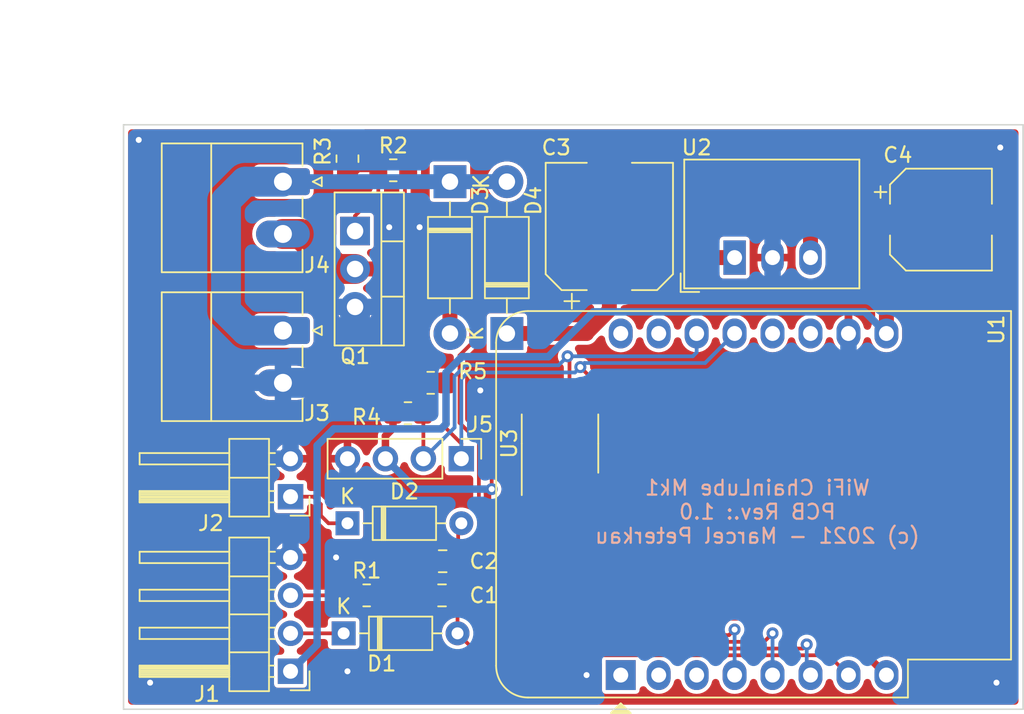
<source format=kicad_pcb>
(kicad_pcb (version 20171130) (host pcbnew "(5.1.9)-1")

  (general
    (thickness 1.6)
    (drawings 7)
    (tracks 197)
    (zones 0)
    (modules 22)
    (nets 24)
  )

  (page A4)
  (layers
    (0 F.Cu signal)
    (31 B.Cu signal)
    (32 B.Adhes user)
    (33 F.Adhes user)
    (34 B.Paste user)
    (35 F.Paste user)
    (36 B.SilkS user)
    (37 F.SilkS user)
    (38 B.Mask user)
    (39 F.Mask user)
    (40 Dwgs.User user)
    (41 Cmts.User user)
    (42 Eco1.User user)
    (43 Eco2.User user)
    (44 Edge.Cuts user)
    (45 Margin user)
    (46 B.CrtYd user)
    (47 F.CrtYd user)
    (48 B.Fab user)
    (49 F.Fab user)
  )

  (setup
    (last_trace_width 0.25)
    (user_trace_width 0.5)
    (user_trace_width 1)
    (user_trace_width 2)
    (trace_clearance 0.2)
    (zone_clearance 0.254)
    (zone_45_only no)
    (trace_min 0.2)
    (via_size 0.8)
    (via_drill 0.4)
    (via_min_size 0.4)
    (via_min_drill 0.3)
    (user_via 0.7 0.35)
    (user_via 1 0.6)
    (user_via 2 1)
    (uvia_size 0.3)
    (uvia_drill 0.1)
    (uvias_allowed no)
    (uvia_min_size 0.2)
    (uvia_min_drill 0.1)
    (edge_width 0.05)
    (segment_width 0.2)
    (pcb_text_width 0.3)
    (pcb_text_size 1.5 1.5)
    (mod_edge_width 0.12)
    (mod_text_size 1 1)
    (mod_text_width 0.15)
    (pad_size 1.524 1.524)
    (pad_drill 0.762)
    (pad_to_mask_clearance 0)
    (aux_axis_origin 0 0)
    (visible_elements 7FFFFFFF)
    (pcbplotparams
      (layerselection 0x010fc_ffffffff)
      (usegerberextensions true)
      (usegerberattributes false)
      (usegerberadvancedattributes false)
      (creategerberjobfile false)
      (excludeedgelayer true)
      (linewidth 0.100000)
      (plotframeref false)
      (viasonmask false)
      (mode 1)
      (useauxorigin false)
      (hpglpennumber 1)
      (hpglpenspeed 20)
      (hpglpendiameter 15.000000)
      (psnegative false)
      (psa4output false)
      (plotreference true)
      (plotvalue false)
      (plotinvisibletext false)
      (padsonsilk false)
      (subtractmaskfromsilk true)
      (outputformat 1)
      (mirror false)
      (drillshape 0)
      (scaleselection 1)
      (outputdirectory "gerber/"))
  )

  (net 0 "")
  (net 1 GND)
  (net 2 "Net-(C1-Pad1)")
  (net 3 "Net-(C2-Pad1)")
  (net 4 "Net-(C3-Pad1)")
  (net 5 +5V)
  (net 6 "Net-(D1-Pad1)")
  (net 7 "Net-(D2-Pad1)")
  (net 8 "Net-(D3-Pad2)")
  (net 9 "Net-(D4-Pad2)")
  (net 10 "Net-(J1-Pad3)")
  (net 11 "Net-(Q1-Pad1)")
  (net 12 "Net-(R1-Pad2)")
  (net 13 "Net-(R2-Pad2)")
  (net 14 "Net-(U1-Pad2)")
  (net 15 "Net-(U1-Pad1)")
  (net 16 "Net-(U1-Pad3)")
  (net 17 +3V3)
  (net 18 "Net-(U1-Pad15)")
  (net 19 "Net-(U1-Pad16)")
  (net 20 "Net-(J5-Pad2)")
  (net 21 "Net-(J5-Pad1)")
  (net 22 "Net-(U1-Pad11)")
  (net 23 "Net-(U1-Pad12)")

  (net_class Default "This is the default net class."
    (clearance 0.2)
    (trace_width 0.25)
    (via_dia 0.8)
    (via_drill 0.4)
    (uvia_dia 0.3)
    (uvia_drill 0.1)
    (add_net +3V3)
    (add_net +5V)
    (add_net GND)
    (add_net "Net-(C1-Pad1)")
    (add_net "Net-(C2-Pad1)")
    (add_net "Net-(C3-Pad1)")
    (add_net "Net-(D1-Pad1)")
    (add_net "Net-(D2-Pad1)")
    (add_net "Net-(D3-Pad2)")
    (add_net "Net-(D4-Pad2)")
    (add_net "Net-(J1-Pad3)")
    (add_net "Net-(J5-Pad1)")
    (add_net "Net-(J5-Pad2)")
    (add_net "Net-(Q1-Pad1)")
    (add_net "Net-(R1-Pad2)")
    (add_net "Net-(R2-Pad2)")
    (add_net "Net-(U1-Pad1)")
    (add_net "Net-(U1-Pad11)")
    (add_net "Net-(U1-Pad12)")
    (add_net "Net-(U1-Pad15)")
    (add_net "Net-(U1-Pad16)")
    (add_net "Net-(U1-Pad2)")
    (add_net "Net-(U1-Pad3)")
  )

  (module Package_SO:SOIC-8_3.9x4.9mm_P1.27mm (layer F.Cu) (tedit 5D9F72B1) (tstamp 61DCB325)
    (at 137.668 81.28 90)
    (descr "SOIC, 8 Pin (JEDEC MS-012AA, https://www.analog.com/media/en/package-pcb-resources/package/pkg_pdf/soic_narrow-r/r_8.pdf), generated with kicad-footprint-generator ipc_gullwing_generator.py")
    (tags "SOIC SO")
    (path /61DDD4E7)
    (attr smd)
    (fp_text reference U3 (at 0 -3.4 90) (layer F.SilkS)
      (effects (font (size 1 1) (thickness 0.15)))
    )
    (fp_text value 24LC64 (at 0 3.4 90) (layer F.Fab)
      (effects (font (size 1 1) (thickness 0.15)))
    )
    (fp_text user %R (at 0 0 90) (layer F.Fab)
      (effects (font (size 0.98 0.98) (thickness 0.15)))
    )
    (fp_line (start 0 2.56) (end 1.95 2.56) (layer F.SilkS) (width 0.12))
    (fp_line (start 0 2.56) (end -1.95 2.56) (layer F.SilkS) (width 0.12))
    (fp_line (start 0 -2.56) (end 1.95 -2.56) (layer F.SilkS) (width 0.12))
    (fp_line (start 0 -2.56) (end -3.45 -2.56) (layer F.SilkS) (width 0.12))
    (fp_line (start -0.975 -2.45) (end 1.95 -2.45) (layer F.Fab) (width 0.1))
    (fp_line (start 1.95 -2.45) (end 1.95 2.45) (layer F.Fab) (width 0.1))
    (fp_line (start 1.95 2.45) (end -1.95 2.45) (layer F.Fab) (width 0.1))
    (fp_line (start -1.95 2.45) (end -1.95 -1.475) (layer F.Fab) (width 0.1))
    (fp_line (start -1.95 -1.475) (end -0.975 -2.45) (layer F.Fab) (width 0.1))
    (fp_line (start -3.7 -2.7) (end -3.7 2.7) (layer F.CrtYd) (width 0.05))
    (fp_line (start -3.7 2.7) (end 3.7 2.7) (layer F.CrtYd) (width 0.05))
    (fp_line (start 3.7 2.7) (end 3.7 -2.7) (layer F.CrtYd) (width 0.05))
    (fp_line (start 3.7 -2.7) (end -3.7 -2.7) (layer F.CrtYd) (width 0.05))
    (pad 8 smd roundrect (at 2.475 -1.905 90) (size 1.95 0.6) (layers F.Cu F.Paste F.Mask) (roundrect_rratio 0.25)
      (net 17 +3V3))
    (pad 7 smd roundrect (at 2.475 -0.635 90) (size 1.95 0.6) (layers F.Cu F.Paste F.Mask) (roundrect_rratio 0.25)
      (net 1 GND))
    (pad 6 smd roundrect (at 2.475 0.635 90) (size 1.95 0.6) (layers F.Cu F.Paste F.Mask) (roundrect_rratio 0.25)
      (net 20 "Net-(J5-Pad2)"))
    (pad 5 smd roundrect (at 2.475 1.905 90) (size 1.95 0.6) (layers F.Cu F.Paste F.Mask) (roundrect_rratio 0.25)
      (net 21 "Net-(J5-Pad1)"))
    (pad 4 smd roundrect (at -2.475 1.905 90) (size 1.95 0.6) (layers F.Cu F.Paste F.Mask) (roundrect_rratio 0.25)
      (net 1 GND))
    (pad 3 smd roundrect (at -2.475 0.635 90) (size 1.95 0.6) (layers F.Cu F.Paste F.Mask) (roundrect_rratio 0.25)
      (net 1 GND))
    (pad 2 smd roundrect (at -2.475 -0.635 90) (size 1.95 0.6) (layers F.Cu F.Paste F.Mask) (roundrect_rratio 0.25)
      (net 1 GND))
    (pad 1 smd roundrect (at -2.475 -1.905 90) (size 1.95 0.6) (layers F.Cu F.Paste F.Mask) (roundrect_rratio 0.25)
      (net 1 GND))
    (model ${KISYS3DMOD}/Package_SO.3dshapes/SOIC-8_3.9x4.9mm_P1.27mm.wrl
      (at (xyz 0 0 0))
      (scale (xyz 1 1 1))
      (rotate (xyz 0 0 0))
    )
  )

  (module Module:WEMOS_D1_mini_light (layer F.Cu) (tedit 5BBFB1CE) (tstamp 61D2AE4B)
    (at 141.732 96.774 90)
    (descr "16-pin module, column spacing 22.86 mm (900 mils), https://wiki.wemos.cc/products:d1:d1_mini, https://c1.staticflickr.com/1/734/31400410271_f278b087db_z.jpg")
    (tags "ESP8266 WiFi microcontroller")
    (path /61D21889)
    (fp_text reference U1 (at 23.114 25.146 90) (layer F.SilkS)
      (effects (font (size 1 1) (thickness 0.15)))
    )
    (fp_text value WeMos_D1_mini (at 11.7 0 90) (layer F.Fab)
      (effects (font (size 1 1) (thickness 0.15)))
    )
    (fp_line (start 1.04 26.12) (end 24.36 26.12) (layer F.SilkS) (width 0.12))
    (fp_line (start -1.5 19.22) (end -1.5 -6.21) (layer F.SilkS) (width 0.12))
    (fp_line (start 24.36 26.12) (end 24.36 -6.21) (layer F.SilkS) (width 0.12))
    (fp_line (start 22.24 -8.34) (end 0.63 -8.34) (layer F.SilkS) (width 0.12))
    (fp_line (start 1.17 25.99) (end 24.23 25.99) (layer F.Fab) (width 0.1))
    (fp_line (start 24.23 25.99) (end 24.23 -6.21) (layer F.Fab) (width 0.1))
    (fp_line (start 22.23 -8.21) (end 0.63 -8.21) (layer F.Fab) (width 0.1))
    (fp_line (start -1.37 1) (end -1.37 19.09) (layer F.Fab) (width 0.1))
    (fp_line (start -1.62 -8.46) (end 24.48 -8.46) (layer F.CrtYd) (width 0.05))
    (fp_line (start 24.48 -8.41) (end 24.48 26.24) (layer F.CrtYd) (width 0.05))
    (fp_line (start 24.48 26.24) (end -1.62 26.24) (layer F.CrtYd) (width 0.05))
    (fp_line (start -1.62 26.24) (end -1.62 -8.46) (layer F.CrtYd) (width 0.05))
    (fp_poly (pts (xy -2.54 -0.635) (xy -2.54 0.635) (xy -1.905 0)) (layer F.SilkS) (width 0.15))
    (fp_line (start -1.35 -1.4) (end 24.25 -1.4) (layer Dwgs.User) (width 0.1))
    (fp_line (start 24.25 -1.4) (end 24.25 -8.2) (layer Dwgs.User) (width 0.1))
    (fp_line (start 24.25 -8.2) (end -1.35 -8.2) (layer Dwgs.User) (width 0.1))
    (fp_line (start -1.35 -8.2) (end -1.35 -1.4) (layer Dwgs.User) (width 0.1))
    (fp_line (start -1.35 -1.4) (end 5.45 -8.2) (layer Dwgs.User) (width 0.1))
    (fp_line (start 0.65 -1.4) (end 7.45 -8.2) (layer Dwgs.User) (width 0.1))
    (fp_line (start 2.65 -1.4) (end 9.45 -8.2) (layer Dwgs.User) (width 0.1))
    (fp_line (start 4.65 -1.4) (end 11.45 -8.2) (layer Dwgs.User) (width 0.1))
    (fp_line (start 6.65 -1.4) (end 13.45 -8.2) (layer Dwgs.User) (width 0.1))
    (fp_line (start 8.65 -1.4) (end 15.45 -8.2) (layer Dwgs.User) (width 0.1))
    (fp_line (start 10.65 -1.4) (end 17.45 -8.2) (layer Dwgs.User) (width 0.1))
    (fp_line (start 12.65 -1.4) (end 19.45 -8.2) (layer Dwgs.User) (width 0.1))
    (fp_line (start 14.65 -1.4) (end 21.45 -8.2) (layer Dwgs.User) (width 0.1))
    (fp_line (start 16.65 -1.4) (end 23.45 -8.2) (layer Dwgs.User) (width 0.1))
    (fp_line (start 18.65 -1.4) (end 24.25 -7) (layer Dwgs.User) (width 0.1))
    (fp_line (start 20.65 -1.4) (end 24.25 -5) (layer Dwgs.User) (width 0.1))
    (fp_line (start 22.65 -1.4) (end 24.25 -3) (layer Dwgs.User) (width 0.1))
    (fp_line (start -1.35 -3.4) (end 3.45 -8.2) (layer Dwgs.User) (width 0.1))
    (fp_line (start -1.3 -5.45) (end 1.45 -8.2) (layer Dwgs.User) (width 0.1))
    (fp_line (start -1.35 -7.4) (end -0.55 -8.2) (layer Dwgs.User) (width 0.1))
    (fp_line (start -1.37 19.09) (end 1.17 19.09) (layer F.Fab) (width 0.1))
    (fp_line (start 1.17 19.09) (end 1.17 25.99) (layer F.Fab) (width 0.1))
    (fp_line (start -1.37 -6.21) (end -1.37 -1) (layer F.Fab) (width 0.1))
    (fp_line (start -1.37 1) (end -0.37 0) (layer F.Fab) (width 0.1))
    (fp_line (start -0.37 0) (end -1.37 -1) (layer F.Fab) (width 0.1))
    (fp_line (start -1.5 19.22) (end 1.04 19.22) (layer F.SilkS) (width 0.12))
    (fp_line (start 1.04 19.22) (end 1.04 26.12) (layer F.SilkS) (width 0.12))
    (fp_text user %R (at 11.43 10 90) (layer F.Fab)
      (effects (font (size 1 1) (thickness 0.15)))
    )
    (fp_arc (start 0.63 -6.21) (end 0.63 -8.21) (angle -90) (layer F.Fab) (width 0.1))
    (fp_arc (start 22.23 -6.21) (end 24.23 -6.19) (angle -90) (layer F.Fab) (width 0.1))
    (fp_arc (start 0.63 -6.21) (end 0.63 -8.34) (angle -90) (layer F.SilkS) (width 0.12))
    (fp_arc (start 22.23 -6.21) (end 24.36 -6.21) (angle -90) (layer F.SilkS) (width 0.12))
    (fp_text user "KEEP OUT" (at 11.43 -6.35 90) (layer Cmts.User)
      (effects (font (size 1 1) (thickness 0.15)))
    )
    (fp_text user "No copper" (at 11.43 -3.81 90) (layer Cmts.User)
      (effects (font (size 1 1) (thickness 0.15)))
    )
    (pad 2 thru_hole oval (at 0 2.54 90) (size 2 1.6) (drill 1) (layers *.Cu *.Mask)
      (net 14 "Net-(U1-Pad2)"))
    (pad 1 thru_hole rect (at 0 0 90) (size 2 2) (drill 1) (layers *.Cu *.Mask)
      (net 15 "Net-(U1-Pad1)"))
    (pad 3 thru_hole oval (at 0 5.08 90) (size 2 1.6) (drill 1) (layers *.Cu *.Mask)
      (net 16 "Net-(U1-Pad3)"))
    (pad 4 thru_hole oval (at 0 7.62 90) (size 2 1.6) (drill 1) (layers *.Cu *.Mask)
      (net 13 "Net-(R2-Pad2)"))
    (pad 5 thru_hole oval (at 0 10.16 90) (size 2 1.6) (drill 1) (layers *.Cu *.Mask)
      (net 3 "Net-(C2-Pad1)"))
    (pad 6 thru_hole oval (at 0 12.7 90) (size 2 1.6) (drill 1) (layers *.Cu *.Mask)
      (net 2 "Net-(C1-Pad1)"))
    (pad 7 thru_hole oval (at 0 15.24 90) (size 2 1.6) (drill 1) (layers *.Cu *.Mask)
      (net 12 "Net-(R1-Pad2)"))
    (pad 8 thru_hole oval (at 0 17.78 90) (size 2 1.6) (drill 1) (layers *.Cu *.Mask)
      (net 17 +3V3))
    (pad 9 thru_hole oval (at 22.86 17.78 90) (size 2 1.6) (drill 1) (layers *.Cu *.Mask)
      (net 5 +5V))
    (pad 10 thru_hole oval (at 22.86 15.24 90) (size 2 1.6) (drill 1) (layers *.Cu *.Mask)
      (net 1 GND))
    (pad 11 thru_hole oval (at 22.86 12.7 90) (size 2 1.6) (drill 1) (layers *.Cu *.Mask)
      (net 22 "Net-(U1-Pad11)"))
    (pad 12 thru_hole oval (at 22.86 10.16 90) (size 2 1.6) (drill 1) (layers *.Cu *.Mask)
      (net 23 "Net-(U1-Pad12)"))
    (pad 13 thru_hole oval (at 22.86 7.62 90) (size 2 1.6) (drill 1) (layers *.Cu *.Mask)
      (net 21 "Net-(J5-Pad1)"))
    (pad 14 thru_hole oval (at 22.86 5.08 90) (size 2 1.6) (drill 1) (layers *.Cu *.Mask)
      (net 20 "Net-(J5-Pad2)"))
    (pad 15 thru_hole oval (at 22.86 2.54 90) (size 2 1.6) (drill 1) (layers *.Cu *.Mask)
      (net 18 "Net-(U1-Pad15)"))
    (pad 16 thru_hole oval (at 22.86 0 90) (size 2 1.6) (drill 1) (layers *.Cu *.Mask)
      (net 19 "Net-(U1-Pad16)"))
    (model ${KISYS3DMOD}/Module.3dshapes/WEMOS_D1_mini_light.wrl
      (at (xyz 0 0 0))
      (scale (xyz 1 1 1))
      (rotate (xyz 0 0 0))
    )
    (model ${KISYS3DMOD}/Connector_PinHeader_2.54mm.3dshapes/PinHeader_1x08_P2.54mm_Vertical.wrl
      (offset (xyz 0 0 9.5))
      (scale (xyz 1 1 1))
      (rotate (xyz 0 -180 0))
    )
    (model ${KISYS3DMOD}/Connector_PinHeader_2.54mm.3dshapes/PinHeader_1x08_P2.54mm_Vertical.wrl
      (offset (xyz 22.86 0 9.5))
      (scale (xyz 1 1 1))
      (rotate (xyz 0 -180 0))
    )
    (model ${KISYS3DMOD}/Connector_PinSocket_2.54mm.3dshapes/PinSocket_1x08_P2.54mm_Vertical.wrl
      (at (xyz 0 0 0))
      (scale (xyz 1 1 1))
      (rotate (xyz 0 0 0))
    )
    (model ${KISYS3DMOD}/Connector_PinSocket_2.54mm.3dshapes/PinSocket_1x08_P2.54mm_Vertical.wrl
      (offset (xyz 22.86 0 0))
      (scale (xyz 1 1 1))
      (rotate (xyz 0 0 0))
    )
  )

  (module Connector_PinHeader_2.54mm:PinHeader_1x04_P2.54mm_Vertical (layer F.Cu) (tedit 59FED5CC) (tstamp 61D33A9B)
    (at 131.064 82.296 270)
    (descr "Through hole straight pin header, 1x04, 2.54mm pitch, single row")
    (tags "Through hole pin header THT 1x04 2.54mm single row")
    (path /61E12B85)
    (fp_text reference J5 (at -2.286 -1.27 180) (layer F.SilkS)
      (effects (font (size 1 1) (thickness 0.15)))
    )
    (fp_text value I2C (at 0 9.95 90) (layer F.Fab)
      (effects (font (size 1 1) (thickness 0.15)))
    )
    (fp_line (start -0.635 -1.27) (end 1.27 -1.27) (layer F.Fab) (width 0.1))
    (fp_line (start 1.27 -1.27) (end 1.27 8.89) (layer F.Fab) (width 0.1))
    (fp_line (start 1.27 8.89) (end -1.27 8.89) (layer F.Fab) (width 0.1))
    (fp_line (start -1.27 8.89) (end -1.27 -0.635) (layer F.Fab) (width 0.1))
    (fp_line (start -1.27 -0.635) (end -0.635 -1.27) (layer F.Fab) (width 0.1))
    (fp_line (start -1.33 8.95) (end 1.33 8.95) (layer F.SilkS) (width 0.12))
    (fp_line (start -1.33 1.27) (end -1.33 8.95) (layer F.SilkS) (width 0.12))
    (fp_line (start 1.33 1.27) (end 1.33 8.95) (layer F.SilkS) (width 0.12))
    (fp_line (start -1.33 1.27) (end 1.33 1.27) (layer F.SilkS) (width 0.12))
    (fp_line (start -1.33 0) (end -1.33 -1.33) (layer F.SilkS) (width 0.12))
    (fp_line (start -1.33 -1.33) (end 0 -1.33) (layer F.SilkS) (width 0.12))
    (fp_line (start -1.8 -1.8) (end -1.8 9.4) (layer F.CrtYd) (width 0.05))
    (fp_line (start -1.8 9.4) (end 1.8 9.4) (layer F.CrtYd) (width 0.05))
    (fp_line (start 1.8 9.4) (end 1.8 -1.8) (layer F.CrtYd) (width 0.05))
    (fp_line (start 1.8 -1.8) (end -1.8 -1.8) (layer F.CrtYd) (width 0.05))
    (fp_text user %R (at 0 3.81) (layer F.Fab)
      (effects (font (size 1 1) (thickness 0.15)))
    )
    (pad 4 thru_hole oval (at 0 7.62 270) (size 1.7 1.7) (drill 1) (layers *.Cu *.Mask)
      (net 1 GND))
    (pad 3 thru_hole oval (at 0 5.08 270) (size 1.7 1.7) (drill 1) (layers *.Cu *.Mask)
      (net 17 +3V3))
    (pad 2 thru_hole oval (at 0 2.54 270) (size 1.7 1.7) (drill 1) (layers *.Cu *.Mask)
      (net 20 "Net-(J5-Pad2)"))
    (pad 1 thru_hole rect (at 0 0 270) (size 1.7 1.7) (drill 1) (layers *.Cu *.Mask)
      (net 21 "Net-(J5-Pad1)"))
    (model ${KISYS3DMOD}/Connector_PinHeader_2.54mm.3dshapes/PinHeader_1x04_P2.54mm_Vertical.wrl
      (at (xyz 0 0 0))
      (scale (xyz 1 1 1))
      (rotate (xyz 0 0 0))
    )
  )

  (module Resistor_SMD:R_0805_2012Metric_Pad1.20x1.40mm_HandSolder (layer F.Cu) (tedit 5F68FEEE) (tstamp 61D32ADB)
    (at 129.016 77.216 180)
    (descr "Resistor SMD 0805 (2012 Metric), square (rectangular) end terminal, IPC_7351 nominal with elongated pad for handsoldering. (Body size source: IPC-SM-782 page 72, https://www.pcb-3d.com/wordpress/wp-content/uploads/ipc-sm-782a_amendment_1_and_2.pdf), generated with kicad-footprint-generator")
    (tags "resistor handsolder")
    (path /61E1955B)
    (attr smd)
    (fp_text reference R5 (at -2.81 0.762) (layer F.SilkS)
      (effects (font (size 1 1) (thickness 0.15)))
    )
    (fp_text value 4k7 (at 0 1.65) (layer F.Fab)
      (effects (font (size 1 1) (thickness 0.15)))
    )
    (fp_line (start -1 0.625) (end -1 -0.625) (layer F.Fab) (width 0.1))
    (fp_line (start -1 -0.625) (end 1 -0.625) (layer F.Fab) (width 0.1))
    (fp_line (start 1 -0.625) (end 1 0.625) (layer F.Fab) (width 0.1))
    (fp_line (start 1 0.625) (end -1 0.625) (layer F.Fab) (width 0.1))
    (fp_line (start -0.227064 -0.735) (end 0.227064 -0.735) (layer F.SilkS) (width 0.12))
    (fp_line (start -0.227064 0.735) (end 0.227064 0.735) (layer F.SilkS) (width 0.12))
    (fp_line (start -1.85 0.95) (end -1.85 -0.95) (layer F.CrtYd) (width 0.05))
    (fp_line (start -1.85 -0.95) (end 1.85 -0.95) (layer F.CrtYd) (width 0.05))
    (fp_line (start 1.85 -0.95) (end 1.85 0.95) (layer F.CrtYd) (width 0.05))
    (fp_line (start 1.85 0.95) (end -1.85 0.95) (layer F.CrtYd) (width 0.05))
    (fp_text user %R (at 0 0) (layer F.Fab)
      (effects (font (size 0.5 0.5) (thickness 0.08)))
    )
    (pad 2 smd roundrect (at 1 0 180) (size 1.2 1.4) (layers F.Cu F.Paste F.Mask) (roundrect_rratio 0.2083325)
      (net 17 +3V3))
    (pad 1 smd roundrect (at -1 0 180) (size 1.2 1.4) (layers F.Cu F.Paste F.Mask) (roundrect_rratio 0.2083325)
      (net 21 "Net-(J5-Pad1)"))
    (model ${KISYS3DMOD}/Resistor_SMD.3dshapes/R_0805_2012Metric.wrl
      (at (xyz 0 0 0))
      (scale (xyz 1 1 1))
      (rotate (xyz 0 0 0))
    )
  )

  (module Resistor_SMD:R_0805_2012Metric_Pad1.20x1.40mm_HandSolder (layer F.Cu) (tedit 5F68FEEE) (tstamp 61D32ACA)
    (at 127.492 79.248 180)
    (descr "Resistor SMD 0805 (2012 Metric), square (rectangular) end terminal, IPC_7351 nominal with elongated pad for handsoldering. (Body size source: IPC-SM-782 page 72, https://www.pcb-3d.com/wordpress/wp-content/uploads/ipc-sm-782a_amendment_1_and_2.pdf), generated with kicad-footprint-generator")
    (tags "resistor handsolder")
    (path /61E189A2)
    (attr smd)
    (fp_text reference R4 (at 2.778 -0.254) (layer F.SilkS)
      (effects (font (size 1 1) (thickness 0.15)))
    )
    (fp_text value 4k7 (at 0 1.65) (layer F.Fab)
      (effects (font (size 1 1) (thickness 0.15)))
    )
    (fp_line (start -1 0.625) (end -1 -0.625) (layer F.Fab) (width 0.1))
    (fp_line (start -1 -0.625) (end 1 -0.625) (layer F.Fab) (width 0.1))
    (fp_line (start 1 -0.625) (end 1 0.625) (layer F.Fab) (width 0.1))
    (fp_line (start 1 0.625) (end -1 0.625) (layer F.Fab) (width 0.1))
    (fp_line (start -0.227064 -0.735) (end 0.227064 -0.735) (layer F.SilkS) (width 0.12))
    (fp_line (start -0.227064 0.735) (end 0.227064 0.735) (layer F.SilkS) (width 0.12))
    (fp_line (start -1.85 0.95) (end -1.85 -0.95) (layer F.CrtYd) (width 0.05))
    (fp_line (start -1.85 -0.95) (end 1.85 -0.95) (layer F.CrtYd) (width 0.05))
    (fp_line (start 1.85 -0.95) (end 1.85 0.95) (layer F.CrtYd) (width 0.05))
    (fp_line (start 1.85 0.95) (end -1.85 0.95) (layer F.CrtYd) (width 0.05))
    (fp_text user %R (at 0 0) (layer F.Fab)
      (effects (font (size 0.5 0.5) (thickness 0.08)))
    )
    (pad 2 smd roundrect (at 1 0 180) (size 1.2 1.4) (layers F.Cu F.Paste F.Mask) (roundrect_rratio 0.2083325)
      (net 17 +3V3))
    (pad 1 smd roundrect (at -1 0 180) (size 1.2 1.4) (layers F.Cu F.Paste F.Mask) (roundrect_rratio 0.2083325)
      (net 20 "Net-(J5-Pad2)"))
    (model ${KISYS3DMOD}/Resistor_SMD.3dshapes/R_0805_2012Metric.wrl
      (at (xyz 0 0 0))
      (scale (xyz 1 1 1))
      (rotate (xyz 0 0 0))
    )
  )

  (module Capacitor_SMD:CP_Elec_6.3x7.7 (layer F.Cu) (tedit 5BCA39D0) (tstamp 61D2C172)
    (at 163.162 66.294)
    (descr "SMD capacitor, aluminum electrolytic, Nichicon, 6.3x7.7mm")
    (tags "capacitor electrolytic")
    (path /61D39810)
    (attr smd)
    (fp_text reference C4 (at -2.888 -4.318) (layer F.SilkS)
      (effects (font (size 1 1) (thickness 0.15)))
    )
    (fp_text value 100µ (at 0 4.35) (layer F.Fab)
      (effects (font (size 1 1) (thickness 0.15)))
    )
    (fp_circle (center 0 0) (end 3.15 0) (layer F.Fab) (width 0.1))
    (fp_line (start 3.3 -3.3) (end 3.3 3.3) (layer F.Fab) (width 0.1))
    (fp_line (start -2.3 -3.3) (end 3.3 -3.3) (layer F.Fab) (width 0.1))
    (fp_line (start -2.3 3.3) (end 3.3 3.3) (layer F.Fab) (width 0.1))
    (fp_line (start -3.3 -2.3) (end -3.3 2.3) (layer F.Fab) (width 0.1))
    (fp_line (start -3.3 -2.3) (end -2.3 -3.3) (layer F.Fab) (width 0.1))
    (fp_line (start -3.3 2.3) (end -2.3 3.3) (layer F.Fab) (width 0.1))
    (fp_line (start -2.704838 -1.33) (end -2.074838 -1.33) (layer F.Fab) (width 0.1))
    (fp_line (start -2.389838 -1.645) (end -2.389838 -1.015) (layer F.Fab) (width 0.1))
    (fp_line (start 3.41 3.41) (end 3.41 1.06) (layer F.SilkS) (width 0.12))
    (fp_line (start 3.41 -3.41) (end 3.41 -1.06) (layer F.SilkS) (width 0.12))
    (fp_line (start -2.345563 -3.41) (end 3.41 -3.41) (layer F.SilkS) (width 0.12))
    (fp_line (start -2.345563 3.41) (end 3.41 3.41) (layer F.SilkS) (width 0.12))
    (fp_line (start -3.41 2.345563) (end -3.41 1.06) (layer F.SilkS) (width 0.12))
    (fp_line (start -3.41 -2.345563) (end -3.41 -1.06) (layer F.SilkS) (width 0.12))
    (fp_line (start -3.41 -2.345563) (end -2.345563 -3.41) (layer F.SilkS) (width 0.12))
    (fp_line (start -3.41 2.345563) (end -2.345563 3.41) (layer F.SilkS) (width 0.12))
    (fp_line (start -4.4375 -1.8475) (end -3.65 -1.8475) (layer F.SilkS) (width 0.12))
    (fp_line (start -4.04375 -2.24125) (end -4.04375 -1.45375) (layer F.SilkS) (width 0.12))
    (fp_line (start 3.55 -3.55) (end 3.55 -1.05) (layer F.CrtYd) (width 0.05))
    (fp_line (start 3.55 -1.05) (end 4.7 -1.05) (layer F.CrtYd) (width 0.05))
    (fp_line (start 4.7 -1.05) (end 4.7 1.05) (layer F.CrtYd) (width 0.05))
    (fp_line (start 4.7 1.05) (end 3.55 1.05) (layer F.CrtYd) (width 0.05))
    (fp_line (start 3.55 1.05) (end 3.55 3.55) (layer F.CrtYd) (width 0.05))
    (fp_line (start -2.4 3.55) (end 3.55 3.55) (layer F.CrtYd) (width 0.05))
    (fp_line (start -2.4 -3.55) (end 3.55 -3.55) (layer F.CrtYd) (width 0.05))
    (fp_line (start -3.55 2.4) (end -2.4 3.55) (layer F.CrtYd) (width 0.05))
    (fp_line (start -3.55 -2.4) (end -2.4 -3.55) (layer F.CrtYd) (width 0.05))
    (fp_line (start -3.55 -2.4) (end -3.55 -1.05) (layer F.CrtYd) (width 0.05))
    (fp_line (start -3.55 1.05) (end -3.55 2.4) (layer F.CrtYd) (width 0.05))
    (fp_line (start -3.55 -1.05) (end -4.7 -1.05) (layer F.CrtYd) (width 0.05))
    (fp_line (start -4.7 -1.05) (end -4.7 1.05) (layer F.CrtYd) (width 0.05))
    (fp_line (start -4.7 1.05) (end -3.55 1.05) (layer F.CrtYd) (width 0.05))
    (fp_text user %R (at 0 0) (layer F.Fab)
      (effects (font (size 1 1) (thickness 0.15)))
    )
    (pad 1 smd roundrect (at -2.7 0) (size 3.5 1.6) (layers F.Cu F.Paste F.Mask) (roundrect_rratio 0.15625)
      (net 5 +5V))
    (pad 2 smd roundrect (at 2.7 0) (size 3.5 1.6) (layers F.Cu F.Paste F.Mask) (roundrect_rratio 0.15625)
      (net 1 GND))
    (model ${KISYS3DMOD}/Capacitor_SMD.3dshapes/CP_Elec_6.3x7.7.wrl
      (at (xyz 0 0 0))
      (scale (xyz 1 1 1))
      (rotate (xyz 0 0 0))
    )
  )

  (module Package_TO_SOT_THT:TO-220-3_Vertical (layer F.Cu) (tedit 5AC8BA0D) (tstamp 61D30835)
    (at 123.952 67.056 270)
    (descr "TO-220-3, Vertical, RM 2.54mm, see https://www.vishay.com/docs/66542/to-220-1.pdf")
    (tags "TO-220-3 Vertical RM 2.54mm")
    (path /61D22C04)
    (fp_text reference Q1 (at 8.382 0 180) (layer F.SilkS)
      (effects (font (size 1 1) (thickness 0.15)))
    )
    (fp_text value IRLZ44N (at 2.54 2.5 90) (layer F.Fab)
      (effects (font (size 1 1) (thickness 0.15)))
    )
    (fp_line (start -2.46 -3.15) (end -2.46 1.25) (layer F.Fab) (width 0.1))
    (fp_line (start -2.46 1.25) (end 7.54 1.25) (layer F.Fab) (width 0.1))
    (fp_line (start 7.54 1.25) (end 7.54 -3.15) (layer F.Fab) (width 0.1))
    (fp_line (start 7.54 -3.15) (end -2.46 -3.15) (layer F.Fab) (width 0.1))
    (fp_line (start -2.46 -1.88) (end 7.54 -1.88) (layer F.Fab) (width 0.1))
    (fp_line (start 0.69 -3.15) (end 0.69 -1.88) (layer F.Fab) (width 0.1))
    (fp_line (start 4.39 -3.15) (end 4.39 -1.88) (layer F.Fab) (width 0.1))
    (fp_line (start -2.58 -3.27) (end 7.66 -3.27) (layer F.SilkS) (width 0.12))
    (fp_line (start -2.58 1.371) (end 7.66 1.371) (layer F.SilkS) (width 0.12))
    (fp_line (start -2.58 -3.27) (end -2.58 1.371) (layer F.SilkS) (width 0.12))
    (fp_line (start 7.66 -3.27) (end 7.66 1.371) (layer F.SilkS) (width 0.12))
    (fp_line (start -2.58 -1.76) (end 7.66 -1.76) (layer F.SilkS) (width 0.12))
    (fp_line (start 0.69 -3.27) (end 0.69 -1.76) (layer F.SilkS) (width 0.12))
    (fp_line (start 4.391 -3.27) (end 4.391 -1.76) (layer F.SilkS) (width 0.12))
    (fp_line (start -2.71 -3.4) (end -2.71 1.51) (layer F.CrtYd) (width 0.05))
    (fp_line (start -2.71 1.51) (end 7.79 1.51) (layer F.CrtYd) (width 0.05))
    (fp_line (start 7.79 1.51) (end 7.79 -3.4) (layer F.CrtYd) (width 0.05))
    (fp_line (start 7.79 -3.4) (end -2.71 -3.4) (layer F.CrtYd) (width 0.05))
    (fp_text user %R (at 2.54 -4.27 90) (layer F.Fab)
      (effects (font (size 1 1) (thickness 0.15)))
    )
    (pad 3 thru_hole oval (at 5.08 0 270) (size 1.905 2) (drill 1.1) (layers *.Cu *.Mask)
      (net 1 GND))
    (pad 2 thru_hole oval (at 2.54 0 270) (size 1.905 2) (drill 1.1) (layers *.Cu *.Mask)
      (net 9 "Net-(D4-Pad2)"))
    (pad 1 thru_hole rect (at 0 0 270) (size 1.905 2) (drill 1.1) (layers *.Cu *.Mask)
      (net 11 "Net-(Q1-Pad1)"))
    (model ${KISYS3DMOD}/Package_TO_SOT_THT.3dshapes/TO-220-3_Vertical.wrl
      (at (xyz 0 0 0))
      (scale (xyz 1 1 1))
      (rotate (xyz 0 0 0))
    )
  )

  (module Capacitor_SMD:CP_Elec_8x10 (layer F.Cu) (tedit 5BCA39D0) (tstamp 61D30B07)
    (at 140.97 66.75 90)
    (descr "SMD capacitor, aluminum electrolytic, Nichicon, 8.0x10mm")
    (tags "capacitor electrolytic")
    (path /61D3892A)
    (attr smd)
    (fp_text reference C3 (at 5.282 -3.556) (layer F.SilkS)
      (effects (font (size 1 1) (thickness 0.15)))
    )
    (fp_text value 470µF (at 0 5.2 90) (layer F.Fab)
      (effects (font (size 1 1) (thickness 0.15)))
    )
    (fp_circle (center 0 0) (end 4 0) (layer F.Fab) (width 0.1))
    (fp_line (start 4.15 -4.15) (end 4.15 4.15) (layer F.Fab) (width 0.1))
    (fp_line (start -3.15 -4.15) (end 4.15 -4.15) (layer F.Fab) (width 0.1))
    (fp_line (start -3.15 4.15) (end 4.15 4.15) (layer F.Fab) (width 0.1))
    (fp_line (start -4.15 -3.15) (end -4.15 3.15) (layer F.Fab) (width 0.1))
    (fp_line (start -4.15 -3.15) (end -3.15 -4.15) (layer F.Fab) (width 0.1))
    (fp_line (start -4.15 3.15) (end -3.15 4.15) (layer F.Fab) (width 0.1))
    (fp_line (start -3.562278 -1.5) (end -2.762278 -1.5) (layer F.Fab) (width 0.1))
    (fp_line (start -3.162278 -1.9) (end -3.162278 -1.1) (layer F.Fab) (width 0.1))
    (fp_line (start 4.26 4.26) (end 4.26 1.51) (layer F.SilkS) (width 0.12))
    (fp_line (start 4.26 -4.26) (end 4.26 -1.51) (layer F.SilkS) (width 0.12))
    (fp_line (start -3.195563 -4.26) (end 4.26 -4.26) (layer F.SilkS) (width 0.12))
    (fp_line (start -3.195563 4.26) (end 4.26 4.26) (layer F.SilkS) (width 0.12))
    (fp_line (start -4.26 3.195563) (end -4.26 1.51) (layer F.SilkS) (width 0.12))
    (fp_line (start -4.26 -3.195563) (end -4.26 -1.51) (layer F.SilkS) (width 0.12))
    (fp_line (start -4.26 -3.195563) (end -3.195563 -4.26) (layer F.SilkS) (width 0.12))
    (fp_line (start -4.26 3.195563) (end -3.195563 4.26) (layer F.SilkS) (width 0.12))
    (fp_line (start -5.5 -2.51) (end -4.5 -2.51) (layer F.SilkS) (width 0.12))
    (fp_line (start -5 -3.01) (end -5 -2.01) (layer F.SilkS) (width 0.12))
    (fp_line (start 4.4 -4.4) (end 4.4 -1.5) (layer F.CrtYd) (width 0.05))
    (fp_line (start 4.4 -1.5) (end 5.25 -1.5) (layer F.CrtYd) (width 0.05))
    (fp_line (start 5.25 -1.5) (end 5.25 1.5) (layer F.CrtYd) (width 0.05))
    (fp_line (start 5.25 1.5) (end 4.4 1.5) (layer F.CrtYd) (width 0.05))
    (fp_line (start 4.4 1.5) (end 4.4 4.4) (layer F.CrtYd) (width 0.05))
    (fp_line (start -3.25 4.4) (end 4.4 4.4) (layer F.CrtYd) (width 0.05))
    (fp_line (start -3.25 -4.4) (end 4.4 -4.4) (layer F.CrtYd) (width 0.05))
    (fp_line (start -4.4 3.25) (end -3.25 4.4) (layer F.CrtYd) (width 0.05))
    (fp_line (start -4.4 -3.25) (end -3.25 -4.4) (layer F.CrtYd) (width 0.05))
    (fp_line (start -4.4 -3.25) (end -4.4 -1.5) (layer F.CrtYd) (width 0.05))
    (fp_line (start -4.4 1.5) (end -4.4 3.25) (layer F.CrtYd) (width 0.05))
    (fp_line (start -4.4 -1.5) (end -5.25 -1.5) (layer F.CrtYd) (width 0.05))
    (fp_line (start -5.25 -1.5) (end -5.25 1.5) (layer F.CrtYd) (width 0.05))
    (fp_line (start -5.25 1.5) (end -4.4 1.5) (layer F.CrtYd) (width 0.05))
    (fp_text user %R (at 0 0 90) (layer F.Fab)
      (effects (font (size 1 1) (thickness 0.15)))
    )
    (pad 1 smd roundrect (at -3.25 0 90) (size 3.5 2.5) (layers F.Cu F.Paste F.Mask) (roundrect_rratio 0.1)
      (net 4 "Net-(C3-Pad1)"))
    (pad 2 smd roundrect (at 3.25 0 90) (size 3.5 2.5) (layers F.Cu F.Paste F.Mask) (roundrect_rratio 0.1)
      (net 1 GND))
    (model ${KISYS3DMOD}/Capacitor_SMD.3dshapes/CP_Elec_8x10.wrl
      (at (xyz 0 0 0))
      (scale (xyz 1 1 1))
      (rotate (xyz 0 0 0))
    )
  )

  (module Capacitor_SMD:C_0805_2012Metric_Pad1.18x1.45mm_HandSolder (layer F.Cu) (tedit 5F68FEEF) (tstamp 61D288E5)
    (at 129.7725 91.44 180)
    (descr "Capacitor SMD 0805 (2012 Metric), square (rectangular) end terminal, IPC_7351 nominal with elongated pad for handsoldering. (Body size source: IPC-SM-782 page 76, https://www.pcb-3d.com/wordpress/wp-content/uploads/ipc-sm-782a_amendment_1_and_2.pdf, https://docs.google.com/spreadsheets/d/1BsfQQcO9C6DZCsRaXUlFlo91Tg2WpOkGARC1WS5S8t0/edit?usp=sharing), generated with kicad-footprint-generator")
    (tags "capacitor handsolder")
    (path /61D2F740)
    (attr smd)
    (fp_text reference C1 (at -2.8155 0) (layer F.SilkS)
      (effects (font (size 1 1) (thickness 0.15)))
    )
    (fp_text value 10n (at 0 1.68) (layer F.Fab)
      (effects (font (size 1 1) (thickness 0.15)))
    )
    (fp_line (start 1.88 0.98) (end -1.88 0.98) (layer F.CrtYd) (width 0.05))
    (fp_line (start 1.88 -0.98) (end 1.88 0.98) (layer F.CrtYd) (width 0.05))
    (fp_line (start -1.88 -0.98) (end 1.88 -0.98) (layer F.CrtYd) (width 0.05))
    (fp_line (start -1.88 0.98) (end -1.88 -0.98) (layer F.CrtYd) (width 0.05))
    (fp_line (start -0.261252 0.735) (end 0.261252 0.735) (layer F.SilkS) (width 0.12))
    (fp_line (start -0.261252 -0.735) (end 0.261252 -0.735) (layer F.SilkS) (width 0.12))
    (fp_line (start 1 0.625) (end -1 0.625) (layer F.Fab) (width 0.1))
    (fp_line (start 1 -0.625) (end 1 0.625) (layer F.Fab) (width 0.1))
    (fp_line (start -1 -0.625) (end 1 -0.625) (layer F.Fab) (width 0.1))
    (fp_line (start -1 0.625) (end -1 -0.625) (layer F.Fab) (width 0.1))
    (fp_text user %R (at 0 0) (layer F.Fab)
      (effects (font (size 0.5 0.5) (thickness 0.08)))
    )
    (pad 2 smd roundrect (at 1.0375 0 180) (size 1.175 1.45) (layers F.Cu F.Paste F.Mask) (roundrect_rratio 0.2127659574468085)
      (net 1 GND))
    (pad 1 smd roundrect (at -1.0375 0 180) (size 1.175 1.45) (layers F.Cu F.Paste F.Mask) (roundrect_rratio 0.2127659574468085)
      (net 2 "Net-(C1-Pad1)"))
    (model ${KISYS3DMOD}/Capacitor_SMD.3dshapes/C_0805_2012Metric.wrl
      (at (xyz 0 0 0))
      (scale (xyz 1 1 1))
      (rotate (xyz 0 0 0))
    )
  )

  (module Capacitor_SMD:C_0805_2012Metric_Pad1.18x1.45mm_HandSolder (layer F.Cu) (tedit 5F68FEEF) (tstamp 61D288F6)
    (at 129.8155 89.154 180)
    (descr "Capacitor SMD 0805 (2012 Metric), square (rectangular) end terminal, IPC_7351 nominal with elongated pad for handsoldering. (Body size source: IPC-SM-782 page 76, https://www.pcb-3d.com/wordpress/wp-content/uploads/ipc-sm-782a_amendment_1_and_2.pdf, https://docs.google.com/spreadsheets/d/1BsfQQcO9C6DZCsRaXUlFlo91Tg2WpOkGARC1WS5S8t0/edit?usp=sharing), generated with kicad-footprint-generator")
    (tags "capacitor handsolder")
    (path /61D32638)
    (attr smd)
    (fp_text reference C2 (at -2.7725 0) (layer F.SilkS)
      (effects (font (size 1 1) (thickness 0.15)))
    )
    (fp_text value 10n (at 0 1.68) (layer F.Fab)
      (effects (font (size 1 1) (thickness 0.15)))
    )
    (fp_line (start -1 0.625) (end -1 -0.625) (layer F.Fab) (width 0.1))
    (fp_line (start -1 -0.625) (end 1 -0.625) (layer F.Fab) (width 0.1))
    (fp_line (start 1 -0.625) (end 1 0.625) (layer F.Fab) (width 0.1))
    (fp_line (start 1 0.625) (end -1 0.625) (layer F.Fab) (width 0.1))
    (fp_line (start -0.261252 -0.735) (end 0.261252 -0.735) (layer F.SilkS) (width 0.12))
    (fp_line (start -0.261252 0.735) (end 0.261252 0.735) (layer F.SilkS) (width 0.12))
    (fp_line (start -1.88 0.98) (end -1.88 -0.98) (layer F.CrtYd) (width 0.05))
    (fp_line (start -1.88 -0.98) (end 1.88 -0.98) (layer F.CrtYd) (width 0.05))
    (fp_line (start 1.88 -0.98) (end 1.88 0.98) (layer F.CrtYd) (width 0.05))
    (fp_line (start 1.88 0.98) (end -1.88 0.98) (layer F.CrtYd) (width 0.05))
    (fp_text user %R (at 0 0) (layer F.Fab)
      (effects (font (size 0.5 0.5) (thickness 0.08)))
    )
    (pad 1 smd roundrect (at -1.0375 0 180) (size 1.175 1.45) (layers F.Cu F.Paste F.Mask) (roundrect_rratio 0.2127659574468085)
      (net 3 "Net-(C2-Pad1)"))
    (pad 2 smd roundrect (at 1.0375 0 180) (size 1.175 1.45) (layers F.Cu F.Paste F.Mask) (roundrect_rratio 0.2127659574468085)
      (net 1 GND))
    (model ${KISYS3DMOD}/Capacitor_SMD.3dshapes/C_0805_2012Metric.wrl
      (at (xyz 0 0 0))
      (scale (xyz 1 1 1))
      (rotate (xyz 0 0 0))
    )
  )

  (module Diode_THT:D_DO-35_SOD27_P7.62mm_Horizontal (layer F.Cu) (tedit 5AE50CD5) (tstamp 61D2CAF2)
    (at 123.19 93.98)
    (descr "Diode, DO-35_SOD27 series, Axial, Horizontal, pin pitch=7.62mm, , length*diameter=4*2mm^2, , http://www.diodes.com/_files/packages/DO-35.pdf")
    (tags "Diode DO-35_SOD27 series Axial Horizontal pin pitch 7.62mm  length 4mm diameter 2mm")
    (path /61D35ED1)
    (fp_text reference D1 (at 2.54 2.032) (layer F.SilkS)
      (effects (font (size 1 1) (thickness 0.15)))
    )
    (fp_text value BAT42 (at 3.81 2.12) (layer F.Fab)
      (effects (font (size 1 1) (thickness 0.15)))
    )
    (fp_line (start 8.67 -1.25) (end -1.05 -1.25) (layer F.CrtYd) (width 0.05))
    (fp_line (start 8.67 1.25) (end 8.67 -1.25) (layer F.CrtYd) (width 0.05))
    (fp_line (start -1.05 1.25) (end 8.67 1.25) (layer F.CrtYd) (width 0.05))
    (fp_line (start -1.05 -1.25) (end -1.05 1.25) (layer F.CrtYd) (width 0.05))
    (fp_line (start 2.29 -1.12) (end 2.29 1.12) (layer F.SilkS) (width 0.12))
    (fp_line (start 2.53 -1.12) (end 2.53 1.12) (layer F.SilkS) (width 0.12))
    (fp_line (start 2.41 -1.12) (end 2.41 1.12) (layer F.SilkS) (width 0.12))
    (fp_line (start 6.58 0) (end 5.93 0) (layer F.SilkS) (width 0.12))
    (fp_line (start 1.04 0) (end 1.69 0) (layer F.SilkS) (width 0.12))
    (fp_line (start 5.93 -1.12) (end 1.69 -1.12) (layer F.SilkS) (width 0.12))
    (fp_line (start 5.93 1.12) (end 5.93 -1.12) (layer F.SilkS) (width 0.12))
    (fp_line (start 1.69 1.12) (end 5.93 1.12) (layer F.SilkS) (width 0.12))
    (fp_line (start 1.69 -1.12) (end 1.69 1.12) (layer F.SilkS) (width 0.12))
    (fp_line (start 2.31 -1) (end 2.31 1) (layer F.Fab) (width 0.1))
    (fp_line (start 2.51 -1) (end 2.51 1) (layer F.Fab) (width 0.1))
    (fp_line (start 2.41 -1) (end 2.41 1) (layer F.Fab) (width 0.1))
    (fp_line (start 7.62 0) (end 5.81 0) (layer F.Fab) (width 0.1))
    (fp_line (start 0 0) (end 1.81 0) (layer F.Fab) (width 0.1))
    (fp_line (start 5.81 -1) (end 1.81 -1) (layer F.Fab) (width 0.1))
    (fp_line (start 5.81 1) (end 5.81 -1) (layer F.Fab) (width 0.1))
    (fp_line (start 1.81 1) (end 5.81 1) (layer F.Fab) (width 0.1))
    (fp_line (start 1.81 -1) (end 1.81 1) (layer F.Fab) (width 0.1))
    (fp_text user K (at 0 -1.8) (layer F.SilkS)
      (effects (font (size 1 1) (thickness 0.15)))
    )
    (fp_text user K (at 0 -1.8) (layer F.Fab)
      (effects (font (size 1 1) (thickness 0.15)))
    )
    (fp_text user %R (at 4.11 0) (layer F.Fab)
      (effects (font (size 0.8 0.8) (thickness 0.12)))
    )
    (pad 2 thru_hole oval (at 7.62 0) (size 1.6 1.6) (drill 0.8) (layers *.Cu *.Mask)
      (net 2 "Net-(C1-Pad1)"))
    (pad 1 thru_hole rect (at 0 0) (size 1.6 1.6) (drill 0.8) (layers *.Cu *.Mask)
      (net 6 "Net-(D1-Pad1)"))
    (model ${KISYS3DMOD}/Diode_THT.3dshapes/D_DO-35_SOD27_P7.62mm_Horizontal.wrl
      (at (xyz 0 0 0))
      (scale (xyz 1 1 1))
      (rotate (xyz 0 0 0))
    )
  )

  (module Diode_THT:D_DO-35_SOD27_P7.62mm_Horizontal (layer F.Cu) (tedit 5AE50CD5) (tstamp 61D28984)
    (at 123.444 86.614)
    (descr "Diode, DO-35_SOD27 series, Axial, Horizontal, pin pitch=7.62mm, , length*diameter=4*2mm^2, , http://www.diodes.com/_files/packages/DO-35.pdf")
    (tags "Diode DO-35_SOD27 series Axial Horizontal pin pitch 7.62mm  length 4mm diameter 2mm")
    (path /61D2CD57)
    (fp_text reference D2 (at 3.81 -2.12) (layer F.SilkS)
      (effects (font (size 1 1) (thickness 0.15)))
    )
    (fp_text value BAT42 (at 3.81 2.12) (layer F.Fab)
      (effects (font (size 1 1) (thickness 0.15)))
    )
    (fp_line (start 1.81 -1) (end 1.81 1) (layer F.Fab) (width 0.1))
    (fp_line (start 1.81 1) (end 5.81 1) (layer F.Fab) (width 0.1))
    (fp_line (start 5.81 1) (end 5.81 -1) (layer F.Fab) (width 0.1))
    (fp_line (start 5.81 -1) (end 1.81 -1) (layer F.Fab) (width 0.1))
    (fp_line (start 0 0) (end 1.81 0) (layer F.Fab) (width 0.1))
    (fp_line (start 7.62 0) (end 5.81 0) (layer F.Fab) (width 0.1))
    (fp_line (start 2.41 -1) (end 2.41 1) (layer F.Fab) (width 0.1))
    (fp_line (start 2.51 -1) (end 2.51 1) (layer F.Fab) (width 0.1))
    (fp_line (start 2.31 -1) (end 2.31 1) (layer F.Fab) (width 0.1))
    (fp_line (start 1.69 -1.12) (end 1.69 1.12) (layer F.SilkS) (width 0.12))
    (fp_line (start 1.69 1.12) (end 5.93 1.12) (layer F.SilkS) (width 0.12))
    (fp_line (start 5.93 1.12) (end 5.93 -1.12) (layer F.SilkS) (width 0.12))
    (fp_line (start 5.93 -1.12) (end 1.69 -1.12) (layer F.SilkS) (width 0.12))
    (fp_line (start 1.04 0) (end 1.69 0) (layer F.SilkS) (width 0.12))
    (fp_line (start 6.58 0) (end 5.93 0) (layer F.SilkS) (width 0.12))
    (fp_line (start 2.41 -1.12) (end 2.41 1.12) (layer F.SilkS) (width 0.12))
    (fp_line (start 2.53 -1.12) (end 2.53 1.12) (layer F.SilkS) (width 0.12))
    (fp_line (start 2.29 -1.12) (end 2.29 1.12) (layer F.SilkS) (width 0.12))
    (fp_line (start -1.05 -1.25) (end -1.05 1.25) (layer F.CrtYd) (width 0.05))
    (fp_line (start -1.05 1.25) (end 8.67 1.25) (layer F.CrtYd) (width 0.05))
    (fp_line (start 8.67 1.25) (end 8.67 -1.25) (layer F.CrtYd) (width 0.05))
    (fp_line (start 8.67 -1.25) (end -1.05 -1.25) (layer F.CrtYd) (width 0.05))
    (fp_text user %R (at 4.11 0) (layer F.Fab)
      (effects (font (size 0.8 0.8) (thickness 0.12)))
    )
    (fp_text user K (at 0 -1.8) (layer F.Fab)
      (effects (font (size 1 1) (thickness 0.15)))
    )
    (fp_text user K (at 0 -1.8) (layer F.SilkS)
      (effects (font (size 1 1) (thickness 0.15)))
    )
    (pad 1 thru_hole rect (at 0 0) (size 1.6 1.6) (drill 0.8) (layers *.Cu *.Mask)
      (net 7 "Net-(D2-Pad1)"))
    (pad 2 thru_hole oval (at 7.62 0) (size 1.6 1.6) (drill 0.8) (layers *.Cu *.Mask)
      (net 3 "Net-(C2-Pad1)"))
    (model ${KISYS3DMOD}/Diode_THT.3dshapes/D_DO-35_SOD27_P7.62mm_Horizontal.wrl
      (at (xyz 0 0 0))
      (scale (xyz 1 1 1))
      (rotate (xyz 0 0 0))
    )
  )

  (module Diode_THT:D_DO-41_SOD81_P10.16mm_Horizontal (layer F.Cu) (tedit 5AE50CD5) (tstamp 61D30993)
    (at 134.112 73.914 90)
    (descr "Diode, DO-41_SOD81 series, Axial, Horizontal, pin pitch=10.16mm, , length*diameter=5.2*2.7mm^2, , http://www.diodes.com/_files/packages/DO-41%20(Plastic).pdf")
    (tags "Diode DO-41_SOD81 series Axial Horizontal pin pitch 10.16mm  length 5.2mm diameter 2.7mm")
    (path /61D36E68)
    (fp_text reference D3 (at 8.89 -1.778 90) (layer F.SilkS)
      (effects (font (size 1 1) (thickness 0.15)))
    )
    (fp_text value 1N4001 (at 5.08 2.47 90) (layer F.Fab)
      (effects (font (size 1 1) (thickness 0.15)))
    )
    (fp_line (start 11.51 -1.6) (end -1.35 -1.6) (layer F.CrtYd) (width 0.05))
    (fp_line (start 11.51 1.6) (end 11.51 -1.6) (layer F.CrtYd) (width 0.05))
    (fp_line (start -1.35 1.6) (end 11.51 1.6) (layer F.CrtYd) (width 0.05))
    (fp_line (start -1.35 -1.6) (end -1.35 1.6) (layer F.CrtYd) (width 0.05))
    (fp_line (start 3.14 -1.47) (end 3.14 1.47) (layer F.SilkS) (width 0.12))
    (fp_line (start 3.38 -1.47) (end 3.38 1.47) (layer F.SilkS) (width 0.12))
    (fp_line (start 3.26 -1.47) (end 3.26 1.47) (layer F.SilkS) (width 0.12))
    (fp_line (start 8.82 0) (end 7.8 0) (layer F.SilkS) (width 0.12))
    (fp_line (start 1.34 0) (end 2.36 0) (layer F.SilkS) (width 0.12))
    (fp_line (start 7.8 -1.47) (end 2.36 -1.47) (layer F.SilkS) (width 0.12))
    (fp_line (start 7.8 1.47) (end 7.8 -1.47) (layer F.SilkS) (width 0.12))
    (fp_line (start 2.36 1.47) (end 7.8 1.47) (layer F.SilkS) (width 0.12))
    (fp_line (start 2.36 -1.47) (end 2.36 1.47) (layer F.SilkS) (width 0.12))
    (fp_line (start 3.16 -1.35) (end 3.16 1.35) (layer F.Fab) (width 0.1))
    (fp_line (start 3.36 -1.35) (end 3.36 1.35) (layer F.Fab) (width 0.1))
    (fp_line (start 3.26 -1.35) (end 3.26 1.35) (layer F.Fab) (width 0.1))
    (fp_line (start 10.16 0) (end 7.68 0) (layer F.Fab) (width 0.1))
    (fp_line (start 0 0) (end 2.48 0) (layer F.Fab) (width 0.1))
    (fp_line (start 7.68 -1.35) (end 2.48 -1.35) (layer F.Fab) (width 0.1))
    (fp_line (start 7.68 1.35) (end 7.68 -1.35) (layer F.Fab) (width 0.1))
    (fp_line (start 2.48 1.35) (end 7.68 1.35) (layer F.Fab) (width 0.1))
    (fp_line (start 2.48 -1.35) (end 2.48 1.35) (layer F.Fab) (width 0.1))
    (fp_text user K (at 0 -2.1 90) (layer F.SilkS)
      (effects (font (size 1 1) (thickness 0.15)))
    )
    (fp_text user K (at 0 -2.1 90) (layer F.Fab)
      (effects (font (size 1 1) (thickness 0.15)))
    )
    (fp_text user %R (at 5.47 0 90) (layer F.Fab)
      (effects (font (size 1 1) (thickness 0.15)))
    )
    (pad 2 thru_hole oval (at 10.16 0 90) (size 2.2 2.2) (drill 1.1) (layers *.Cu *.Mask)
      (net 8 "Net-(D3-Pad2)"))
    (pad 1 thru_hole rect (at 0 0 90) (size 2.2 2.2) (drill 1.1) (layers *.Cu *.Mask)
      (net 4 "Net-(C3-Pad1)"))
    (model ${KISYS3DMOD}/Diode_THT.3dshapes/D_DO-41_SOD81_P10.16mm_Horizontal.wrl
      (at (xyz 0 0 0))
      (scale (xyz 1 1 1))
      (rotate (xyz 0 0 0))
    )
  )

  (module Diode_THT:D_DO-41_SOD81_P10.16mm_Horizontal (layer F.Cu) (tedit 5AE50CD5) (tstamp 61D303B4)
    (at 130.302 63.754 270)
    (descr "Diode, DO-41_SOD81 series, Axial, Horizontal, pin pitch=10.16mm, , length*diameter=5.2*2.7mm^2, , http://www.diodes.com/_files/packages/DO-41%20(Plastic).pdf")
    (tags "Diode DO-41_SOD81 series Axial Horizontal pin pitch 10.16mm  length 5.2mm diameter 2.7mm")
    (path /61D3DFDC)
    (fp_text reference D4 (at 1.27 -5.588 90) (layer F.SilkS)
      (effects (font (size 1 1) (thickness 0.15)))
    )
    (fp_text value 1N4001 (at 5.08 2.47 90) (layer F.Fab)
      (effects (font (size 1 1) (thickness 0.15)))
    )
    (fp_line (start 2.48 -1.35) (end 2.48 1.35) (layer F.Fab) (width 0.1))
    (fp_line (start 2.48 1.35) (end 7.68 1.35) (layer F.Fab) (width 0.1))
    (fp_line (start 7.68 1.35) (end 7.68 -1.35) (layer F.Fab) (width 0.1))
    (fp_line (start 7.68 -1.35) (end 2.48 -1.35) (layer F.Fab) (width 0.1))
    (fp_line (start 0 0) (end 2.48 0) (layer F.Fab) (width 0.1))
    (fp_line (start 10.16 0) (end 7.68 0) (layer F.Fab) (width 0.1))
    (fp_line (start 3.26 -1.35) (end 3.26 1.35) (layer F.Fab) (width 0.1))
    (fp_line (start 3.36 -1.35) (end 3.36 1.35) (layer F.Fab) (width 0.1))
    (fp_line (start 3.16 -1.35) (end 3.16 1.35) (layer F.Fab) (width 0.1))
    (fp_line (start 2.36 -1.47) (end 2.36 1.47) (layer F.SilkS) (width 0.12))
    (fp_line (start 2.36 1.47) (end 7.8 1.47) (layer F.SilkS) (width 0.12))
    (fp_line (start 7.8 1.47) (end 7.8 -1.47) (layer F.SilkS) (width 0.12))
    (fp_line (start 7.8 -1.47) (end 2.36 -1.47) (layer F.SilkS) (width 0.12))
    (fp_line (start 1.34 0) (end 2.36 0) (layer F.SilkS) (width 0.12))
    (fp_line (start 8.82 0) (end 7.8 0) (layer F.SilkS) (width 0.12))
    (fp_line (start 3.26 -1.47) (end 3.26 1.47) (layer F.SilkS) (width 0.12))
    (fp_line (start 3.38 -1.47) (end 3.38 1.47) (layer F.SilkS) (width 0.12))
    (fp_line (start 3.14 -1.47) (end 3.14 1.47) (layer F.SilkS) (width 0.12))
    (fp_line (start -1.35 -1.6) (end -1.35 1.6) (layer F.CrtYd) (width 0.05))
    (fp_line (start -1.35 1.6) (end 11.51 1.6) (layer F.CrtYd) (width 0.05))
    (fp_line (start 11.51 1.6) (end 11.51 -1.6) (layer F.CrtYd) (width 0.05))
    (fp_line (start 11.51 -1.6) (end -1.35 -1.6) (layer F.CrtYd) (width 0.05))
    (fp_text user %R (at 5.47 0 90) (layer F.Fab)
      (effects (font (size 1 1) (thickness 0.15)))
    )
    (fp_text user K (at 0 -2.1 90) (layer F.Fab)
      (effects (font (size 1 1) (thickness 0.15)))
    )
    (fp_text user K (at 0 -2.1 90) (layer F.SilkS)
      (effects (font (size 1 1) (thickness 0.15)))
    )
    (pad 1 thru_hole rect (at 0 0 270) (size 2.2 2.2) (drill 1.1) (layers *.Cu *.Mask)
      (net 8 "Net-(D3-Pad2)"))
    (pad 2 thru_hole oval (at 10.16 0 270) (size 2.2 2.2) (drill 1.1) (layers *.Cu *.Mask)
      (net 9 "Net-(D4-Pad2)"))
    (model ${KISYS3DMOD}/Diode_THT.3dshapes/D_DO-41_SOD81_P10.16mm_Horizontal.wrl
      (at (xyz 0 0 0))
      (scale (xyz 1 1 1))
      (rotate (xyz 0 0 0))
    )
  )

  (module Connector_PinHeader_2.54mm:PinHeader_1x04_P2.54mm_Horizontal (layer F.Cu) (tedit 59FED5CB) (tstamp 61D2ACFC)
    (at 119.634 96.52 180)
    (descr "Through hole angled pin header, 1x04, 2.54mm pitch, 6mm pin length, single row")
    (tags "Through hole angled pin header THT 1x04 2.54mm single row")
    (path /61D4071E)
    (fp_text reference J1 (at 5.588 -1.524) (layer F.SilkS)
      (effects (font (size 1 1) (thickness 0.15)))
    )
    (fp_text value COCKPIT (at 4.385 9.89) (layer F.Fab)
      (effects (font (size 1 1) (thickness 0.15)))
    )
    (fp_line (start 2.135 -1.27) (end 4.04 -1.27) (layer F.Fab) (width 0.1))
    (fp_line (start 4.04 -1.27) (end 4.04 8.89) (layer F.Fab) (width 0.1))
    (fp_line (start 4.04 8.89) (end 1.5 8.89) (layer F.Fab) (width 0.1))
    (fp_line (start 1.5 8.89) (end 1.5 -0.635) (layer F.Fab) (width 0.1))
    (fp_line (start 1.5 -0.635) (end 2.135 -1.27) (layer F.Fab) (width 0.1))
    (fp_line (start -0.32 -0.32) (end 1.5 -0.32) (layer F.Fab) (width 0.1))
    (fp_line (start -0.32 -0.32) (end -0.32 0.32) (layer F.Fab) (width 0.1))
    (fp_line (start -0.32 0.32) (end 1.5 0.32) (layer F.Fab) (width 0.1))
    (fp_line (start 4.04 -0.32) (end 10.04 -0.32) (layer F.Fab) (width 0.1))
    (fp_line (start 10.04 -0.32) (end 10.04 0.32) (layer F.Fab) (width 0.1))
    (fp_line (start 4.04 0.32) (end 10.04 0.32) (layer F.Fab) (width 0.1))
    (fp_line (start -0.32 2.22) (end 1.5 2.22) (layer F.Fab) (width 0.1))
    (fp_line (start -0.32 2.22) (end -0.32 2.86) (layer F.Fab) (width 0.1))
    (fp_line (start -0.32 2.86) (end 1.5 2.86) (layer F.Fab) (width 0.1))
    (fp_line (start 4.04 2.22) (end 10.04 2.22) (layer F.Fab) (width 0.1))
    (fp_line (start 10.04 2.22) (end 10.04 2.86) (layer F.Fab) (width 0.1))
    (fp_line (start 4.04 2.86) (end 10.04 2.86) (layer F.Fab) (width 0.1))
    (fp_line (start -0.32 4.76) (end 1.5 4.76) (layer F.Fab) (width 0.1))
    (fp_line (start -0.32 4.76) (end -0.32 5.4) (layer F.Fab) (width 0.1))
    (fp_line (start -0.32 5.4) (end 1.5 5.4) (layer F.Fab) (width 0.1))
    (fp_line (start 4.04 4.76) (end 10.04 4.76) (layer F.Fab) (width 0.1))
    (fp_line (start 10.04 4.76) (end 10.04 5.4) (layer F.Fab) (width 0.1))
    (fp_line (start 4.04 5.4) (end 10.04 5.4) (layer F.Fab) (width 0.1))
    (fp_line (start -0.32 7.3) (end 1.5 7.3) (layer F.Fab) (width 0.1))
    (fp_line (start -0.32 7.3) (end -0.32 7.94) (layer F.Fab) (width 0.1))
    (fp_line (start -0.32 7.94) (end 1.5 7.94) (layer F.Fab) (width 0.1))
    (fp_line (start 4.04 7.3) (end 10.04 7.3) (layer F.Fab) (width 0.1))
    (fp_line (start 10.04 7.3) (end 10.04 7.94) (layer F.Fab) (width 0.1))
    (fp_line (start 4.04 7.94) (end 10.04 7.94) (layer F.Fab) (width 0.1))
    (fp_line (start 1.44 -1.33) (end 1.44 8.95) (layer F.SilkS) (width 0.12))
    (fp_line (start 1.44 8.95) (end 4.1 8.95) (layer F.SilkS) (width 0.12))
    (fp_line (start 4.1 8.95) (end 4.1 -1.33) (layer F.SilkS) (width 0.12))
    (fp_line (start 4.1 -1.33) (end 1.44 -1.33) (layer F.SilkS) (width 0.12))
    (fp_line (start 4.1 -0.38) (end 10.1 -0.38) (layer F.SilkS) (width 0.12))
    (fp_line (start 10.1 -0.38) (end 10.1 0.38) (layer F.SilkS) (width 0.12))
    (fp_line (start 10.1 0.38) (end 4.1 0.38) (layer F.SilkS) (width 0.12))
    (fp_line (start 4.1 -0.32) (end 10.1 -0.32) (layer F.SilkS) (width 0.12))
    (fp_line (start 4.1 -0.2) (end 10.1 -0.2) (layer F.SilkS) (width 0.12))
    (fp_line (start 4.1 -0.08) (end 10.1 -0.08) (layer F.SilkS) (width 0.12))
    (fp_line (start 4.1 0.04) (end 10.1 0.04) (layer F.SilkS) (width 0.12))
    (fp_line (start 4.1 0.16) (end 10.1 0.16) (layer F.SilkS) (width 0.12))
    (fp_line (start 4.1 0.28) (end 10.1 0.28) (layer F.SilkS) (width 0.12))
    (fp_line (start 1.11 -0.38) (end 1.44 -0.38) (layer F.SilkS) (width 0.12))
    (fp_line (start 1.11 0.38) (end 1.44 0.38) (layer F.SilkS) (width 0.12))
    (fp_line (start 1.44 1.27) (end 4.1 1.27) (layer F.SilkS) (width 0.12))
    (fp_line (start 4.1 2.16) (end 10.1 2.16) (layer F.SilkS) (width 0.12))
    (fp_line (start 10.1 2.16) (end 10.1 2.92) (layer F.SilkS) (width 0.12))
    (fp_line (start 10.1 2.92) (end 4.1 2.92) (layer F.SilkS) (width 0.12))
    (fp_line (start 1.042929 2.16) (end 1.44 2.16) (layer F.SilkS) (width 0.12))
    (fp_line (start 1.042929 2.92) (end 1.44 2.92) (layer F.SilkS) (width 0.12))
    (fp_line (start 1.44 3.81) (end 4.1 3.81) (layer F.SilkS) (width 0.12))
    (fp_line (start 4.1 4.7) (end 10.1 4.7) (layer F.SilkS) (width 0.12))
    (fp_line (start 10.1 4.7) (end 10.1 5.46) (layer F.SilkS) (width 0.12))
    (fp_line (start 10.1 5.46) (end 4.1 5.46) (layer F.SilkS) (width 0.12))
    (fp_line (start 1.042929 4.7) (end 1.44 4.7) (layer F.SilkS) (width 0.12))
    (fp_line (start 1.042929 5.46) (end 1.44 5.46) (layer F.SilkS) (width 0.12))
    (fp_line (start 1.44 6.35) (end 4.1 6.35) (layer F.SilkS) (width 0.12))
    (fp_line (start 4.1 7.24) (end 10.1 7.24) (layer F.SilkS) (width 0.12))
    (fp_line (start 10.1 7.24) (end 10.1 8) (layer F.SilkS) (width 0.12))
    (fp_line (start 10.1 8) (end 4.1 8) (layer F.SilkS) (width 0.12))
    (fp_line (start 1.042929 7.24) (end 1.44 7.24) (layer F.SilkS) (width 0.12))
    (fp_line (start 1.042929 8) (end 1.44 8) (layer F.SilkS) (width 0.12))
    (fp_line (start -1.27 0) (end -1.27 -1.27) (layer F.SilkS) (width 0.12))
    (fp_line (start -1.27 -1.27) (end 0 -1.27) (layer F.SilkS) (width 0.12))
    (fp_line (start -1.8 -1.8) (end -1.8 9.4) (layer F.CrtYd) (width 0.05))
    (fp_line (start -1.8 9.4) (end 10.55 9.4) (layer F.CrtYd) (width 0.05))
    (fp_line (start 10.55 9.4) (end 10.55 -1.8) (layer F.CrtYd) (width 0.05))
    (fp_line (start 10.55 -1.8) (end -1.8 -1.8) (layer F.CrtYd) (width 0.05))
    (fp_text user %R (at 2.77 3.81 90) (layer F.Fab)
      (effects (font (size 1 1) (thickness 0.15)))
    )
    (pad 1 thru_hole rect (at 0 0 180) (size 1.7 1.7) (drill 1) (layers *.Cu *.Mask)
      (net 5 +5V))
    (pad 2 thru_hole oval (at 0 2.54 180) (size 1.7 1.7) (drill 1) (layers *.Cu *.Mask)
      (net 6 "Net-(D1-Pad1)"))
    (pad 3 thru_hole oval (at 0 5.08 180) (size 1.7 1.7) (drill 1) (layers *.Cu *.Mask)
      (net 10 "Net-(J1-Pad3)"))
    (pad 4 thru_hole oval (at 0 7.62 180) (size 1.7 1.7) (drill 1) (layers *.Cu *.Mask)
      (net 1 GND))
    (model ${KISYS3DMOD}/Connector_PinHeader_2.54mm.3dshapes/PinHeader_1x04_P2.54mm_Horizontal.wrl
      (at (xyz 0 0 0))
      (scale (xyz 1 1 1))
      (rotate (xyz 0 0 0))
    )
  )

  (module Connector_PinHeader_2.54mm:PinHeader_1x02_P2.54mm_Horizontal (layer F.Cu) (tedit 59FED5CB) (tstamp 61D2A780)
    (at 119.634 84.836 180)
    (descr "Through hole angled pin header, 1x02, 2.54mm pitch, 6mm pin length, single row")
    (tags "Through hole angled pin header THT 1x02 2.54mm single row")
    (path /61D2DCEE)
    (fp_text reference J2 (at 5.334 -1.778) (layer F.SilkS)
      (effects (font (size 1 1) (thickness 0.15)))
    )
    (fp_text value SIGNAL (at 4.385 4.81) (layer F.Fab)
      (effects (font (size 1 1) (thickness 0.15)))
    )
    (fp_line (start 2.135 -1.27) (end 4.04 -1.27) (layer F.Fab) (width 0.1))
    (fp_line (start 4.04 -1.27) (end 4.04 3.81) (layer F.Fab) (width 0.1))
    (fp_line (start 4.04 3.81) (end 1.5 3.81) (layer F.Fab) (width 0.1))
    (fp_line (start 1.5 3.81) (end 1.5 -0.635) (layer F.Fab) (width 0.1))
    (fp_line (start 1.5 -0.635) (end 2.135 -1.27) (layer F.Fab) (width 0.1))
    (fp_line (start -0.32 -0.32) (end 1.5 -0.32) (layer F.Fab) (width 0.1))
    (fp_line (start -0.32 -0.32) (end -0.32 0.32) (layer F.Fab) (width 0.1))
    (fp_line (start -0.32 0.32) (end 1.5 0.32) (layer F.Fab) (width 0.1))
    (fp_line (start 4.04 -0.32) (end 10.04 -0.32) (layer F.Fab) (width 0.1))
    (fp_line (start 10.04 -0.32) (end 10.04 0.32) (layer F.Fab) (width 0.1))
    (fp_line (start 4.04 0.32) (end 10.04 0.32) (layer F.Fab) (width 0.1))
    (fp_line (start -0.32 2.22) (end 1.5 2.22) (layer F.Fab) (width 0.1))
    (fp_line (start -0.32 2.22) (end -0.32 2.86) (layer F.Fab) (width 0.1))
    (fp_line (start -0.32 2.86) (end 1.5 2.86) (layer F.Fab) (width 0.1))
    (fp_line (start 4.04 2.22) (end 10.04 2.22) (layer F.Fab) (width 0.1))
    (fp_line (start 10.04 2.22) (end 10.04 2.86) (layer F.Fab) (width 0.1))
    (fp_line (start 4.04 2.86) (end 10.04 2.86) (layer F.Fab) (width 0.1))
    (fp_line (start 1.44 -1.33) (end 1.44 3.87) (layer F.SilkS) (width 0.12))
    (fp_line (start 1.44 3.87) (end 4.1 3.87) (layer F.SilkS) (width 0.12))
    (fp_line (start 4.1 3.87) (end 4.1 -1.33) (layer F.SilkS) (width 0.12))
    (fp_line (start 4.1 -1.33) (end 1.44 -1.33) (layer F.SilkS) (width 0.12))
    (fp_line (start 4.1 -0.38) (end 10.1 -0.38) (layer F.SilkS) (width 0.12))
    (fp_line (start 10.1 -0.38) (end 10.1 0.38) (layer F.SilkS) (width 0.12))
    (fp_line (start 10.1 0.38) (end 4.1 0.38) (layer F.SilkS) (width 0.12))
    (fp_line (start 4.1 -0.32) (end 10.1 -0.32) (layer F.SilkS) (width 0.12))
    (fp_line (start 4.1 -0.2) (end 10.1 -0.2) (layer F.SilkS) (width 0.12))
    (fp_line (start 4.1 -0.08) (end 10.1 -0.08) (layer F.SilkS) (width 0.12))
    (fp_line (start 4.1 0.04) (end 10.1 0.04) (layer F.SilkS) (width 0.12))
    (fp_line (start 4.1 0.16) (end 10.1 0.16) (layer F.SilkS) (width 0.12))
    (fp_line (start 4.1 0.28) (end 10.1 0.28) (layer F.SilkS) (width 0.12))
    (fp_line (start 1.11 -0.38) (end 1.44 -0.38) (layer F.SilkS) (width 0.12))
    (fp_line (start 1.11 0.38) (end 1.44 0.38) (layer F.SilkS) (width 0.12))
    (fp_line (start 1.44 1.27) (end 4.1 1.27) (layer F.SilkS) (width 0.12))
    (fp_line (start 4.1 2.16) (end 10.1 2.16) (layer F.SilkS) (width 0.12))
    (fp_line (start 10.1 2.16) (end 10.1 2.92) (layer F.SilkS) (width 0.12))
    (fp_line (start 10.1 2.92) (end 4.1 2.92) (layer F.SilkS) (width 0.12))
    (fp_line (start 1.042929 2.16) (end 1.44 2.16) (layer F.SilkS) (width 0.12))
    (fp_line (start 1.042929 2.92) (end 1.44 2.92) (layer F.SilkS) (width 0.12))
    (fp_line (start -1.27 0) (end -1.27 -1.27) (layer F.SilkS) (width 0.12))
    (fp_line (start -1.27 -1.27) (end 0 -1.27) (layer F.SilkS) (width 0.12))
    (fp_line (start -1.8 -1.8) (end -1.8 4.35) (layer F.CrtYd) (width 0.05))
    (fp_line (start -1.8 4.35) (end 10.55 4.35) (layer F.CrtYd) (width 0.05))
    (fp_line (start 10.55 4.35) (end 10.55 -1.8) (layer F.CrtYd) (width 0.05))
    (fp_line (start 10.55 -1.8) (end -1.8 -1.8) (layer F.CrtYd) (width 0.05))
    (fp_text user %R (at 2.77 1.27 90) (layer F.Fab)
      (effects (font (size 1 1) (thickness 0.15)))
    )
    (pad 1 thru_hole rect (at 0 0 180) (size 1.7 1.7) (drill 1) (layers *.Cu *.Mask)
      (net 7 "Net-(D2-Pad1)"))
    (pad 2 thru_hole oval (at 0 2.54 180) (size 1.7 1.7) (drill 1) (layers *.Cu *.Mask)
      (net 1 GND))
    (model ${KISYS3DMOD}/Connector_PinHeader_2.54mm.3dshapes/PinHeader_1x02_P2.54mm_Horizontal.wrl
      (at (xyz 0 0 0))
      (scale (xyz 1 1 1))
      (rotate (xyz 0 0 0))
    )
  )

  (module Resistor_SMD:R_0805_2012Metric_Pad1.20x1.40mm_HandSolder (layer F.Cu) (tedit 5F68FEEE) (tstamp 61D28AD3)
    (at 124.73 91.44)
    (descr "Resistor SMD 0805 (2012 Metric), square (rectangular) end terminal, IPC_7351 nominal with elongated pad for handsoldering. (Body size source: IPC-SM-782 page 72, https://www.pcb-3d.com/wordpress/wp-content/uploads/ipc-sm-782a_amendment_1_and_2.pdf), generated with kicad-footprint-generator")
    (tags "resistor handsolder")
    (path /61D3DA39)
    (attr smd)
    (fp_text reference R1 (at 0 -1.65) (layer F.SilkS)
      (effects (font (size 1 1) (thickness 0.15)))
    )
    (fp_text value 100 (at 0 1.65) (layer F.Fab)
      (effects (font (size 1 1) (thickness 0.15)))
    )
    (fp_line (start -1 0.625) (end -1 -0.625) (layer F.Fab) (width 0.1))
    (fp_line (start -1 -0.625) (end 1 -0.625) (layer F.Fab) (width 0.1))
    (fp_line (start 1 -0.625) (end 1 0.625) (layer F.Fab) (width 0.1))
    (fp_line (start 1 0.625) (end -1 0.625) (layer F.Fab) (width 0.1))
    (fp_line (start -0.227064 -0.735) (end 0.227064 -0.735) (layer F.SilkS) (width 0.12))
    (fp_line (start -0.227064 0.735) (end 0.227064 0.735) (layer F.SilkS) (width 0.12))
    (fp_line (start -1.85 0.95) (end -1.85 -0.95) (layer F.CrtYd) (width 0.05))
    (fp_line (start -1.85 -0.95) (end 1.85 -0.95) (layer F.CrtYd) (width 0.05))
    (fp_line (start 1.85 -0.95) (end 1.85 0.95) (layer F.CrtYd) (width 0.05))
    (fp_line (start 1.85 0.95) (end -1.85 0.95) (layer F.CrtYd) (width 0.05))
    (fp_text user %R (at 0 0) (layer F.Fab)
      (effects (font (size 0.5 0.5) (thickness 0.08)))
    )
    (pad 1 smd roundrect (at -1 0) (size 1.2 1.4) (layers F.Cu F.Paste F.Mask) (roundrect_rratio 0.2083325)
      (net 10 "Net-(J1-Pad3)"))
    (pad 2 smd roundrect (at 1 0) (size 1.2 1.4) (layers F.Cu F.Paste F.Mask) (roundrect_rratio 0.2083325)
      (net 12 "Net-(R1-Pad2)"))
    (model ${KISYS3DMOD}/Resistor_SMD.3dshapes/R_0805_2012Metric.wrl
      (at (xyz 0 0 0))
      (scale (xyz 1 1 1))
      (rotate (xyz 0 0 0))
    )
  )

  (module Resistor_SMD:R_0805_2012Metric_Pad1.20x1.40mm_HandSolder (layer F.Cu) (tedit 5F68FEEE) (tstamp 61D28AE4)
    (at 126.508 62.992)
    (descr "Resistor SMD 0805 (2012 Metric), square (rectangular) end terminal, IPC_7351 nominal with elongated pad for handsoldering. (Body size source: IPC-SM-782 page 72, https://www.pcb-3d.com/wordpress/wp-content/uploads/ipc-sm-782a_amendment_1_and_2.pdf), generated with kicad-footprint-generator")
    (tags "resistor handsolder")
    (path /61D23883)
    (attr smd)
    (fp_text reference R2 (at 0 -1.65) (layer F.SilkS)
      (effects (font (size 1 1) (thickness 0.15)))
    )
    (fp_text value 100 (at 0 1.65) (layer F.Fab)
      (effects (font (size 1 1) (thickness 0.15)))
    )
    (fp_line (start 1.85 0.95) (end -1.85 0.95) (layer F.CrtYd) (width 0.05))
    (fp_line (start 1.85 -0.95) (end 1.85 0.95) (layer F.CrtYd) (width 0.05))
    (fp_line (start -1.85 -0.95) (end 1.85 -0.95) (layer F.CrtYd) (width 0.05))
    (fp_line (start -1.85 0.95) (end -1.85 -0.95) (layer F.CrtYd) (width 0.05))
    (fp_line (start -0.227064 0.735) (end 0.227064 0.735) (layer F.SilkS) (width 0.12))
    (fp_line (start -0.227064 -0.735) (end 0.227064 -0.735) (layer F.SilkS) (width 0.12))
    (fp_line (start 1 0.625) (end -1 0.625) (layer F.Fab) (width 0.1))
    (fp_line (start 1 -0.625) (end 1 0.625) (layer F.Fab) (width 0.1))
    (fp_line (start -1 -0.625) (end 1 -0.625) (layer F.Fab) (width 0.1))
    (fp_line (start -1 0.625) (end -1 -0.625) (layer F.Fab) (width 0.1))
    (fp_text user %R (at 0 0) (layer F.Fab)
      (effects (font (size 0.5 0.5) (thickness 0.08)))
    )
    (pad 2 smd roundrect (at 1 0) (size 1.2 1.4) (layers F.Cu F.Paste F.Mask) (roundrect_rratio 0.2083325)
      (net 13 "Net-(R2-Pad2)"))
    (pad 1 smd roundrect (at -1 0) (size 1.2 1.4) (layers F.Cu F.Paste F.Mask) (roundrect_rratio 0.2083325)
      (net 11 "Net-(Q1-Pad1)"))
    (model ${KISYS3DMOD}/Resistor_SMD.3dshapes/R_0805_2012Metric.wrl
      (at (xyz 0 0 0))
      (scale (xyz 1 1 1))
      (rotate (xyz 0 0 0))
    )
  )

  (module Resistor_SMD:R_0805_2012Metric_Pad1.20x1.40mm_HandSolder (layer F.Cu) (tedit 5F68FEEE) (tstamp 61D2C94F)
    (at 123.444 62.214 90)
    (descr "Resistor SMD 0805 (2012 Metric), square (rectangular) end terminal, IPC_7351 nominal with elongated pad for handsoldering. (Body size source: IPC-SM-782 page 72, https://www.pcb-3d.com/wordpress/wp-content/uploads/ipc-sm-782a_amendment_1_and_2.pdf), generated with kicad-footprint-generator")
    (tags "resistor handsolder")
    (path /61D23437)
    (attr smd)
    (fp_text reference R3 (at 0.492 -1.65 270) (layer F.SilkS)
      (effects (font (size 1 1) (thickness 0.15)))
    )
    (fp_text value 4k7 (at 0 1.65 90) (layer F.Fab)
      (effects (font (size 1 1) (thickness 0.15)))
    )
    (fp_line (start -1 0.625) (end -1 -0.625) (layer F.Fab) (width 0.1))
    (fp_line (start -1 -0.625) (end 1 -0.625) (layer F.Fab) (width 0.1))
    (fp_line (start 1 -0.625) (end 1 0.625) (layer F.Fab) (width 0.1))
    (fp_line (start 1 0.625) (end -1 0.625) (layer F.Fab) (width 0.1))
    (fp_line (start -0.227064 -0.735) (end 0.227064 -0.735) (layer F.SilkS) (width 0.12))
    (fp_line (start -0.227064 0.735) (end 0.227064 0.735) (layer F.SilkS) (width 0.12))
    (fp_line (start -1.85 0.95) (end -1.85 -0.95) (layer F.CrtYd) (width 0.05))
    (fp_line (start -1.85 -0.95) (end 1.85 -0.95) (layer F.CrtYd) (width 0.05))
    (fp_line (start 1.85 -0.95) (end 1.85 0.95) (layer F.CrtYd) (width 0.05))
    (fp_line (start 1.85 0.95) (end -1.85 0.95) (layer F.CrtYd) (width 0.05))
    (fp_text user %R (at 0 0 90) (layer F.Fab)
      (effects (font (size 0.5 0.5) (thickness 0.08)))
    )
    (pad 1 smd roundrect (at -1 0 90) (size 1.2 1.4) (layers F.Cu F.Paste F.Mask) (roundrect_rratio 0.2083325)
      (net 11 "Net-(Q1-Pad1)"))
    (pad 2 smd roundrect (at 1 0 90) (size 1.2 1.4) (layers F.Cu F.Paste F.Mask) (roundrect_rratio 0.2083325)
      (net 1 GND))
    (model ${KISYS3DMOD}/Resistor_SMD.3dshapes/R_0805_2012Metric.wrl
      (at (xyz 0 0 0))
      (scale (xyz 1 1 1))
      (rotate (xyz 0 0 0))
    )
  )

  (module Converter_DCDC:Converter_DCDC_RECOM_R-78E-0.5_THT (layer F.Cu) (tedit 5B741BB0) (tstamp 61D2F827)
    (at 149.352 68.834)
    (descr "DCDC-Converter, RECOM, RECOM_R-78E-0.5, SIP-3, pitch 2.54mm, package size 11.6x8.5x10.4mm^3, https://www.recom-power.com/pdf/Innoline/R-78Exx-0.5.pdf")
    (tags "dc-dc recom buck sip-3 pitch 2.54mm")
    (path /61D28955)
    (fp_text reference U2 (at -2.54 -7.366) (layer F.SilkS)
      (effects (font (size 1 1) (thickness 0.15)))
    )
    (fp_text value R-78C5.0-1.0 (at 2.54 3) (layer F.Fab)
      (effects (font (size 1 1) (thickness 0.15)))
    )
    (fp_line (start -3.31 -6.5) (end 8.29 -6.5) (layer F.Fab) (width 0.1))
    (fp_line (start 8.29 -6.5) (end 8.29 2) (layer F.Fab) (width 0.1))
    (fp_line (start 8.29 2) (end -2.31 2) (layer F.Fab) (width 0.1))
    (fp_line (start -2.31 2) (end -3.31 1) (layer F.Fab) (width 0.1))
    (fp_line (start -3.31 1) (end -3.31 -6.5) (layer F.Fab) (width 0.1))
    (fp_line (start -3.371 -6.56) (end 8.35 -6.56) (layer F.SilkS) (width 0.12))
    (fp_line (start -3.371 2.06) (end 8.35 2.06) (layer F.SilkS) (width 0.12))
    (fp_line (start -3.371 -6.56) (end -3.371 2.06) (layer F.SilkS) (width 0.12))
    (fp_line (start 8.35 -6.56) (end 8.35 2.06) (layer F.SilkS) (width 0.12))
    (fp_line (start -3.611 1.06) (end -3.611 2.3) (layer F.SilkS) (width 0.12))
    (fp_line (start -3.611 2.3) (end -2.371 2.3) (layer F.SilkS) (width 0.12))
    (fp_line (start -3.57 -6.75) (end -3.57 2.25) (layer F.CrtYd) (width 0.05))
    (fp_line (start -3.57 2.25) (end 8.54 2.25) (layer F.CrtYd) (width 0.05))
    (fp_line (start 8.54 2.25) (end 8.54 -6.75) (layer F.CrtYd) (width 0.05))
    (fp_line (start 8.54 -6.75) (end -3.57 -6.75) (layer F.CrtYd) (width 0.05))
    (fp_text user %R (at 2.54 -2.25) (layer F.Fab)
      (effects (font (size 1 1) (thickness 0.15)))
    )
    (pad 1 thru_hole rect (at 0 0) (size 1.5 2.3) (drill 1) (layers *.Cu *.Mask)
      (net 4 "Net-(C3-Pad1)"))
    (pad 2 thru_hole oval (at 2.54 0) (size 1.5 2.3) (drill 1) (layers *.Cu *.Mask)
      (net 1 GND))
    (pad 3 thru_hole oval (at 5.08 0) (size 1.5 2.3) (drill 1) (layers *.Cu *.Mask)
      (net 5 +5V))
    (model ${KISYS3DMOD}/Converter_DCDC.3dshapes/Converter_DCDC_RECOM_R-78E-0.5_THT.wrl
      (at (xyz 0 0 0))
      (scale (xyz 1 1 1))
      (rotate (xyz 0 0 0))
    )
  )

  (module Connector_Phoenix_MC:PhoenixContact_MC_1,5_2-G-3.5_1x02_P3.50mm_Horizontal (layer F.Cu) (tedit 5B784ED0) (tstamp 61D2AF37)
    (at 119.126 73.716 270)
    (descr "Generic Phoenix Contact connector footprint for: MC_1,5/2-G-3.5; number of pins: 02; pin pitch: 3.50mm; Angled || order number: 1844210 8A 160V")
    (tags "phoenix_contact connector MC_01x02_G_3.5mm")
    (path /61D2549D)
    (fp_text reference J3 (at 5.532 -2.286 180) (layer F.SilkS)
      (effects (font (size 1 1) (thickness 0.15)))
    )
    (fp_text value POWER (at 1.75 9.2 90) (layer F.Fab)
      (effects (font (size 1 1) (thickness 0.15)))
    )
    (fp_line (start -2.56 -1.31) (end -2.56 8.11) (layer F.SilkS) (width 0.12))
    (fp_line (start -2.56 8.11) (end 6.06 8.11) (layer F.SilkS) (width 0.12))
    (fp_line (start 6.06 8.11) (end 6.06 -1.31) (layer F.SilkS) (width 0.12))
    (fp_line (start -2.56 -1.31) (end -1.05 -1.31) (layer F.SilkS) (width 0.12))
    (fp_line (start 6.06 -1.31) (end 4.55 -1.31) (layer F.SilkS) (width 0.12))
    (fp_line (start 1.05 -1.31) (end 2.45 -1.31) (layer F.SilkS) (width 0.12))
    (fp_line (start -2.45 -1.2) (end -2.45 8) (layer F.Fab) (width 0.1))
    (fp_line (start -2.45 8) (end 5.95 8) (layer F.Fab) (width 0.1))
    (fp_line (start 5.95 8) (end 5.95 -1.2) (layer F.Fab) (width 0.1))
    (fp_line (start 5.95 -1.2) (end -2.45 -1.2) (layer F.Fab) (width 0.1))
    (fp_line (start -2.56 4.8) (end 6.06 4.8) (layer F.SilkS) (width 0.12))
    (fp_line (start -3.06 -2.3) (end -3.06 8.5) (layer F.CrtYd) (width 0.05))
    (fp_line (start -3.06 8.5) (end 6.45 8.5) (layer F.CrtYd) (width 0.05))
    (fp_line (start 6.45 8.5) (end 6.45 -2.3) (layer F.CrtYd) (width 0.05))
    (fp_line (start 6.45 -2.3) (end -3.06 -2.3) (layer F.CrtYd) (width 0.05))
    (fp_line (start 0.3 -2.6) (end 0 -2) (layer F.SilkS) (width 0.12))
    (fp_line (start 0 -2) (end -0.3 -2.6) (layer F.SilkS) (width 0.12))
    (fp_line (start -0.3 -2.6) (end 0.3 -2.6) (layer F.SilkS) (width 0.12))
    (fp_line (start 0.8 -1.2) (end 0 0) (layer F.Fab) (width 0.1))
    (fp_line (start 0 0) (end -0.8 -1.2) (layer F.Fab) (width 0.1))
    (fp_text user %R (at 1.75 -0.5 90) (layer F.Fab)
      (effects (font (size 1 1) (thickness 0.15)))
    )
    (pad 1 thru_hole roundrect (at 0 0 270) (size 1.8 3.6) (drill 1.2) (layers *.Cu *.Mask) (roundrect_rratio 0.1388888888888889)
      (net 8 "Net-(D3-Pad2)"))
    (pad 2 thru_hole oval (at 3.5 0 270) (size 1.8 3.6) (drill 1.2) (layers *.Cu *.Mask)
      (net 1 GND))
    (model ${KISYS3DMOD}/Connector_Phoenix_MC.3dshapes/PhoenixContact_MC_1,5_2-G-3.5_1x02_P3.50mm_Horizontal.wrl
      (at (xyz 0 0 0))
      (scale (xyz 1 1 1))
      (rotate (xyz 0 0 0))
    )
  )

  (module Connector_Phoenix_MC:PhoenixContact_MC_1,5_2-G-3.5_1x02_P3.50mm_Horizontal (layer F.Cu) (tedit 5B784ED0) (tstamp 61D2AEE9)
    (at 119.126 63.754 270)
    (descr "Generic Phoenix Contact connector footprint for: MC_1,5/2-G-3.5; number of pins: 02; pin pitch: 3.50mm; Angled || order number: 1844210 8A 160V")
    (tags "phoenix_contact connector MC_01x02_G_3.5mm")
    (path /61D24E27)
    (fp_text reference J4 (at 5.588 -2.286 180) (layer F.SilkS)
      (effects (font (size 1 1) (thickness 0.15)))
    )
    (fp_text value PUMP (at 1.75 9.2 90) (layer F.Fab)
      (effects (font (size 1 1) (thickness 0.15)))
    )
    (fp_line (start 0 0) (end -0.8 -1.2) (layer F.Fab) (width 0.1))
    (fp_line (start 0.8 -1.2) (end 0 0) (layer F.Fab) (width 0.1))
    (fp_line (start -0.3 -2.6) (end 0.3 -2.6) (layer F.SilkS) (width 0.12))
    (fp_line (start 0 -2) (end -0.3 -2.6) (layer F.SilkS) (width 0.12))
    (fp_line (start 0.3 -2.6) (end 0 -2) (layer F.SilkS) (width 0.12))
    (fp_line (start 6.45 -2.3) (end -3.06 -2.3) (layer F.CrtYd) (width 0.05))
    (fp_line (start 6.45 8.5) (end 6.45 -2.3) (layer F.CrtYd) (width 0.05))
    (fp_line (start -3.06 8.5) (end 6.45 8.5) (layer F.CrtYd) (width 0.05))
    (fp_line (start -3.06 -2.3) (end -3.06 8.5) (layer F.CrtYd) (width 0.05))
    (fp_line (start -2.56 4.8) (end 6.06 4.8) (layer F.SilkS) (width 0.12))
    (fp_line (start 5.95 -1.2) (end -2.45 -1.2) (layer F.Fab) (width 0.1))
    (fp_line (start 5.95 8) (end 5.95 -1.2) (layer F.Fab) (width 0.1))
    (fp_line (start -2.45 8) (end 5.95 8) (layer F.Fab) (width 0.1))
    (fp_line (start -2.45 -1.2) (end -2.45 8) (layer F.Fab) (width 0.1))
    (fp_line (start 1.05 -1.31) (end 2.45 -1.31) (layer F.SilkS) (width 0.12))
    (fp_line (start 6.06 -1.31) (end 4.55 -1.31) (layer F.SilkS) (width 0.12))
    (fp_line (start -2.56 -1.31) (end -1.05 -1.31) (layer F.SilkS) (width 0.12))
    (fp_line (start 6.06 8.11) (end 6.06 -1.31) (layer F.SilkS) (width 0.12))
    (fp_line (start -2.56 8.11) (end 6.06 8.11) (layer F.SilkS) (width 0.12))
    (fp_line (start -2.56 -1.31) (end -2.56 8.11) (layer F.SilkS) (width 0.12))
    (fp_text user %R (at 1.75 -0.5 90) (layer F.Fab)
      (effects (font (size 1 1) (thickness 0.15)))
    )
    (pad 2 thru_hole oval (at 3.5 0 270) (size 1.8 3.6) (drill 1.2) (layers *.Cu *.Mask)
      (net 9 "Net-(D4-Pad2)"))
    (pad 1 thru_hole roundrect (at 0 0 270) (size 1.8 3.6) (drill 1.2) (layers *.Cu *.Mask) (roundrect_rratio 0.1388888888888889)
      (net 8 "Net-(D3-Pad2)"))
    (model ${KISYS3DMOD}/Connector_Phoenix_MC.3dshapes/PhoenixContact_MC_1,5_2-G-3.5_1x02_P3.50mm_Horizontal.wrl
      (at (xyz 0 0 0))
      (scale (xyz 1 1 1))
      (rotate (xyz 0 0 0))
    )
  )

  (gr_text "WiFi ChainLube Mk1\nPCB Rev.: 1.0\n(c) 2021 - Marcel Peterkau" (at 150.876 85.852) (layer B.SilkS)
    (effects (font (size 1 1) (thickness 0.15)) (justify mirror))
  )
  (dimension 60.198 (width 0.15) (layer Dwgs.User)
    (gr_text "60,198 mm" (at 138.557 52.294) (layer Dwgs.User)
      (effects (font (size 1 1) (thickness 0.15)))
    )
    (feature1 (pts (xy 168.656 59.944) (xy 168.656 53.007579)))
    (feature2 (pts (xy 108.458 59.944) (xy 108.458 53.007579)))
    (crossbar (pts (xy 108.458 53.594) (xy 168.656 53.594)))
    (arrow1a (pts (xy 168.656 53.594) (xy 167.529496 54.180421)))
    (arrow1b (pts (xy 168.656 53.594) (xy 167.529496 53.007579)))
    (arrow2a (pts (xy 108.458 53.594) (xy 109.584504 54.180421)))
    (arrow2b (pts (xy 108.458 53.594) (xy 109.584504 53.007579)))
  )
  (dimension 39.116 (width 0.15) (layer Dwgs.User)
    (gr_text "39,116 mm" (at 103.856001 79.502 270) (layer Dwgs.User)
      (effects (font (size 1 1) (thickness 0.15)))
    )
    (feature1 (pts (xy 108.458 99.06) (xy 104.56958 99.06)))
    (feature2 (pts (xy 108.458 59.944) (xy 104.56958 59.944)))
    (crossbar (pts (xy 105.156001 59.944) (xy 105.156001 99.06)))
    (arrow1a (pts (xy 105.156001 99.06) (xy 104.56958 97.933496)))
    (arrow1b (pts (xy 105.156001 99.06) (xy 105.742422 97.933496)))
    (arrow2a (pts (xy 105.156001 59.944) (xy 104.56958 61.070504)))
    (arrow2b (pts (xy 105.156001 59.944) (xy 105.742422 61.070504)))
  )
  (gr_line (start 168.656 59.944) (end 168.656 99.06) (layer Edge.Cuts) (width 0.1))
  (gr_line (start 108.458 59.944) (end 168.656 59.944) (layer Edge.Cuts) (width 0.1))
  (gr_line (start 108.458 99.06) (end 108.458 59.944) (layer Edge.Cuts) (width 0.1))
  (gr_line (start 168.656 99.06) (end 108.458 99.06) (layer Edge.Cuts) (width 0.1))

  (segment (start 119.634 88.9) (end 122.682 88.9) (width 0.25) (layer F.Cu) (net 1))
  (segment (start 125.984 89.154) (end 128.778 89.154) (width 0.25) (layer F.Cu) (net 1))
  (segment (start 125.73 88.9) (end 125.984 89.154) (width 0.25) (layer F.Cu) (net 1))
  (segment (start 128.778 91.397) (end 128.735 91.44) (width 0.25) (layer F.Cu) (net 1))
  (segment (start 128.778 89.154) (end 128.778 91.397) (width 0.25) (layer F.Cu) (net 1))
  (segment (start 119.126 77.216) (end 122.174 77.216) (width 2) (layer B.Cu) (net 1))
  (segment (start 123.952 75.438) (end 123.952 72.136) (width 2) (layer B.Cu) (net 1))
  (segment (start 122.174 77.216) (end 123.952 75.438) (width 2) (layer B.Cu) (net 1))
  (segment (start 119.126 77.216) (end 119.126 79.248) (width 0.5) (layer B.Cu) (net 1))
  (segment (start 119.634 79.756) (end 119.634 82.296) (width 0.5) (layer B.Cu) (net 1))
  (segment (start 119.126 79.248) (end 119.634 79.756) (width 0.5) (layer B.Cu) (net 1))
  (segment (start 119.634 82.296) (end 117.856 82.296) (width 0.5) (layer B.Cu) (net 1))
  (segment (start 117.856 82.296) (end 116.84 83.312) (width 0.5) (layer B.Cu) (net 1))
  (segment (start 116.84 83.312) (end 116.84 88.138) (width 0.5) (layer B.Cu) (net 1))
  (segment (start 117.602 88.9) (end 119.634 88.9) (width 0.5) (layer B.Cu) (net 1))
  (segment (start 116.84 88.138) (end 117.602 88.9) (width 0.5) (layer B.Cu) (net 1))
  (segment (start 151.892 71.12) (end 151.892 68.834) (width 0.5) (layer F.Cu) (net 1))
  (segment (start 156.972 72.136) (end 156.972 73.914) (width 0.5) (layer F.Cu) (net 1))
  (segment (start 156.21 71.374) (end 156.972 72.136) (width 0.5) (layer F.Cu) (net 1))
  (segment (start 152.146 71.374) (end 156.21 71.374) (width 0.5) (layer F.Cu) (net 1))
  (segment (start 151.892 71.12) (end 152.146 71.374) (width 0.5) (layer F.Cu) (net 1))
  (via (at 166.878 97.282) (size 0.8) (drill 0.4) (layers F.Cu B.Cu) (net 1))
  (via (at 110.236 97.282) (size 0.8) (drill 0.4) (layers F.Cu B.Cu) (net 1))
  (via (at 109.474 60.96) (size 0.8) (drill 0.4) (layers F.Cu B.Cu) (net 1))
  (via (at 167.132 61.468) (size 0.8) (drill 0.4) (layers F.Cu B.Cu) (net 1))
  (segment (start 165.862 66.294) (end 165.862 73.914) (width 0.5) (layer F.Cu) (net 1))
  (segment (start 165.862 73.914) (end 163.322 76.454) (width 0.5) (layer F.Cu) (net 1))
  (segment (start 163.322 76.454) (end 157.226 76.454) (width 0.5) (layer F.Cu) (net 1))
  (segment (start 156.972 76.2) (end 156.972 73.914) (width 0.5) (layer F.Cu) (net 1))
  (segment (start 157.226 76.454) (end 156.972 76.2) (width 0.5) (layer F.Cu) (net 1))
  (segment (start 140.97 63.5) (end 150.114 63.5) (width 1) (layer F.Cu) (net 1))
  (segment (start 151.892 65.278) (end 151.892 68.834) (width 1) (layer F.Cu) (net 1))
  (segment (start 150.114 63.5) (end 151.892 65.278) (width 1) (layer F.Cu) (net 1))
  (segment (start 135.382 61.214) (end 137.668 63.5) (width 0.25) (layer F.Cu) (net 1))
  (segment (start 123.444 61.214) (end 135.382 61.214) (width 0.25) (layer F.Cu) (net 1))
  (via (at 139.446 96.774) (size 0.8) (drill 0.4) (layers F.Cu B.Cu) (net 1))
  (segment (start 122.682 88.9) (end 125.73 88.9) (width 0.25) (layer F.Cu) (net 1) (tstamp 61D344ED))
  (via (at 122.682 88.9) (size 0.8) (drill 0.4) (layers F.Cu B.Cu) (net 1))
  (via (at 123.444 96.52) (size 0.8) (drill 0.4) (layers F.Cu B.Cu) (net 1))
  (via (at 132.334 77.724) (size 0.8) (drill 0.4) (layers F.Cu B.Cu) (net 1))
  (segment (start 135.763 83.755) (end 135.763 82.169) (width 0.25) (layer F.Cu) (net 1))
  (segment (start 135.763 82.169) (end 135.89 82.042) (width 0.25) (layer F.Cu) (net 1))
  (segment (start 135.89 82.042) (end 136.652 82.042) (width 0.25) (layer F.Cu) (net 1))
  (segment (start 137.033 82.423) (end 137.033 83.755) (width 0.25) (layer F.Cu) (net 1))
  (segment (start 136.652 82.042) (end 137.033 82.423) (width 0.25) (layer F.Cu) (net 1))
  (segment (start 137.668 63.5) (end 140.97 63.5) (width 0.25) (layer F.Cu) (net 1))
  (segment (start 123.952 72.136) (end 126.238 72.136) (width 1) (layer B.Cu) (net 1))
  (via (at 128.27 66.802) (size 0.8) (drill 0.4) (layers F.Cu B.Cu) (net 1))
  (segment (start 128.27 70.104) (end 128.27 66.802) (width 1) (layer B.Cu) (net 1))
  (segment (start 126.238 72.136) (end 128.27 70.104) (width 1) (layer B.Cu) (net 1))
  (segment (start 128.27 66.802) (end 140.716 66.802) (width 1) (layer F.Cu) (net 1))
  (segment (start 140.97 66.548) (end 140.716 66.802) (width 1) (layer F.Cu) (net 1))
  (segment (start 140.97 63.5) (end 140.97 66.548) (width 1) (layer F.Cu) (net 1))
  (via (at 126.238 66.802) (size 0.8) (drill 0.4) (layers F.Cu B.Cu) (net 1))
  (segment (start 128.27 66.802) (end 126.238 66.802) (width 0.25) (layer B.Cu) (net 1))
  (segment (start 130.81 93.98) (end 130.81 91.44) (width 0.25) (layer F.Cu) (net 2))
  (segment (start 130.81 93.98) (end 131.82898 94.99898) (width 0.25) (layer F.Cu) (net 2))
  (segment (start 153.90301 94.99898) (end 154.178 94.72399) (width 0.25) (layer F.Cu) (net 2))
  (via (at 154.178 94.72399) (size 0.8) (drill 0.4) (layers F.Cu B.Cu) (net 2))
  (segment (start 131.82898 94.99898) (end 153.90301 94.99898) (width 0.25) (layer F.Cu) (net 2))
  (segment (start 154.178 96.52) (end 154.432 96.774) (width 0.25) (layer B.Cu) (net 2))
  (segment (start 154.178 94.72399) (end 154.178 96.52) (width 0.25) (layer B.Cu) (net 2))
  (segment (start 130.853 86.825) (end 131.064 86.614) (width 0.25) (layer F.Cu) (net 3))
  (segment (start 130.853 89.154) (end 130.853 86.825) (width 0.25) (layer F.Cu) (net 3))
  (segment (start 130.853 89.154) (end 132.08 90.381) (width 0.25) (layer F.Cu) (net 3))
  (segment (start 132.08 90.381) (end 132.08 93.726) (width 0.25) (layer F.Cu) (net 3))
  (segment (start 132.08 93.726) (end 132.90297 94.54897) (width 0.25) (layer F.Cu) (net 3))
  (via (at 151.892 93.98) (size 0.8) (drill 0.4) (layers F.Cu B.Cu) (net 3))
  (segment (start 151.32303 94.54897) (end 151.892 93.98) (width 0.25) (layer F.Cu) (net 3))
  (segment (start 132.90297 94.54897) (end 151.32303 94.54897) (width 0.25) (layer F.Cu) (net 3))
  (segment (start 151.892 93.98) (end 151.892 96.774) (width 0.25) (layer B.Cu) (net 3))
  (segment (start 140.866 70.104) (end 140.97 70) (width 0.25) (layer F.Cu) (net 4))
  (segment (start 140.97 70) (end 144.63 70) (width 1) (layer F.Cu) (net 4))
  (segment (start 145.796 68.834) (end 149.352 68.834) (width 1) (layer F.Cu) (net 4))
  (segment (start 144.63 70) (end 145.796 68.834) (width 1) (layer F.Cu) (net 4))
  (segment (start 134.112 73.914) (end 139.446 73.914) (width 1) (layer F.Cu) (net 4))
  (segment (start 140.97 72.354666) (end 140.97 70) (width 1) (layer F.Cu) (net 4))
  (segment (start 139.446 73.878666) (end 140.97 72.354666) (width 1) (layer F.Cu) (net 4))
  (segment (start 139.446 73.914) (end 139.446 73.878666) (width 1) (layer F.Cu) (net 4))
  (segment (start 159.512 73.914) (end 159.512 72.898) (width 0.5) (layer F.Cu) (net 5))
  (segment (start 154.432 68.834) (end 154.432 67.056) (width 1) (layer F.Cu) (net 5))
  (segment (start 155.194 66.294) (end 160.462 66.294) (width 1) (layer F.Cu) (net 5))
  (segment (start 154.432 67.056) (end 155.194 66.294) (width 1) (layer F.Cu) (net 5))
  (segment (start 159.512 73.914) (end 159.512 70.866) (width 1) (layer F.Cu) (net 5))
  (segment (start 160.462 69.916) (end 160.462 66.294) (width 1) (layer F.Cu) (net 5))
  (segment (start 159.512 70.866) (end 160.462 69.916) (width 1) (layer F.Cu) (net 5))
  (segment (start 158.06199 72.46399) (end 159.512 73.914) (width 0.5) (layer B.Cu) (net 5))
  (segment (start 139.892008 72.46399) (end 158.06199 72.46399) (width 0.5) (layer B.Cu) (net 5))
  (segment (start 131.112403 75.464001) (end 136.891997 75.464001) (width 0.5) (layer B.Cu) (net 5))
  (segment (start 130.038983 76.537421) (end 131.112403 75.464001) (width 0.5) (layer B.Cu) (net 5))
  (segment (start 130.038981 79.967833) (end 130.038983 76.537421) (width 0.5) (layer B.Cu) (net 5))
  (segment (start 129.710825 80.295989) (end 130.038981 79.967833) (width 0.5) (layer B.Cu) (net 5))
  (segment (start 122.530046 80.295989) (end 129.710825 80.295989) (width 0.5) (layer B.Cu) (net 5))
  (segment (start 121.412 81.414036) (end 122.530046 80.295989) (width 0.5) (layer B.Cu) (net 5))
  (segment (start 136.891997 75.464001) (end 139.892008 72.46399) (width 0.5) (layer B.Cu) (net 5))
  (segment (start 121.412 94.742) (end 121.412 81.414036) (width 0.5) (layer B.Cu) (net 5))
  (segment (start 121.412 94.742) (end 119.634 96.52) (width 0.5) (layer B.Cu) (net 5))
  (segment (start 119.634 93.98) (end 123.19 93.98) (width 0.25) (layer F.Cu) (net 6))
  (segment (start 119.634 84.836) (end 121.158 84.836) (width 0.25) (layer F.Cu) (net 7))
  (segment (start 121.158 84.836) (end 121.666 85.344) (width 0.25) (layer F.Cu) (net 7))
  (segment (start 121.666 85.344) (end 121.666 86.106) (width 0.25) (layer F.Cu) (net 7))
  (segment (start 122.174 86.614) (end 123.444 86.614) (width 0.25) (layer F.Cu) (net 7))
  (segment (start 121.666 86.106) (end 122.174 86.614) (width 0.25) (layer F.Cu) (net 7))
  (segment (start 119.126 73.716) (end 116.642 73.716) (width 2) (layer B.Cu) (net 8))
  (segment (start 116.642 73.716) (end 115.316 72.39) (width 2) (layer B.Cu) (net 8))
  (segment (start 115.316 72.39) (end 115.316 65.024) (width 2) (layer B.Cu) (net 8))
  (segment (start 116.586 63.754) (end 119.126 63.754) (width 2) (layer B.Cu) (net 8))
  (segment (start 115.316 65.024) (end 116.586 63.754) (width 2) (layer B.Cu) (net 8))
  (segment (start 119.126 63.754) (end 130.302 63.754) (width 1) (layer B.Cu) (net 8))
  (segment (start 130.302 63.754) (end 134.112 63.754) (width 1) (layer B.Cu) (net 8))
  (segment (start 119.126 67.254) (end 120.34 67.254) (width 2) (layer F.Cu) (net 9))
  (segment (start 122.682 69.596) (end 123.952 69.596) (width 2) (layer F.Cu) (net 9))
  (segment (start 120.34 67.254) (end 122.682 69.596) (width 2) (layer F.Cu) (net 9))
  (segment (start 123.952 69.596) (end 128.778 69.596) (width 1) (layer F.Cu) (net 9) (tstamp 61D34836))
  (segment (start 130.302 71.12) (end 130.302 73.914) (width 1) (layer F.Cu) (net 9))
  (segment (start 128.778 69.596) (end 130.302 71.12) (width 1) (layer F.Cu) (net 9))
  (segment (start 119.634 91.44) (end 123.73 91.44) (width 0.25) (layer F.Cu) (net 10))
  (segment (start 123.444 63.214) (end 123.984 63.214) (width 0.25) (layer F.Cu) (net 11))
  (segment (start 124.206 62.992) (end 125.508 62.992) (width 0.25) (layer F.Cu) (net 11))
  (segment (start 123.984 63.214) (end 124.206 62.992) (width 0.25) (layer F.Cu) (net 11))
  (segment (start 123.952 67.056) (end 123.952 66.04) (width 0.25) (layer F.Cu) (net 11))
  (segment (start 125.508 64.484) (end 125.508 62.992) (width 0.25) (layer F.Cu) (net 11))
  (segment (start 123.952 66.04) (end 125.508 64.484) (width 0.25) (layer F.Cu) (net 11))
  (segment (start 125.73 93.472) (end 125.73 91.44) (width 0.25) (layer F.Cu) (net 12))
  (segment (start 127.706999 95.448999) (end 125.73 93.472) (width 0.25) (layer F.Cu) (net 12))
  (segment (start 155.64699 95.44899) (end 156.972 96.774) (width 0.25) (layer F.Cu) (net 12))
  (segment (start 127.707008 95.44899) (end 155.64699 95.44899) (width 0.25) (layer F.Cu) (net 12))
  (segment (start 127.706999 95.448999) (end 127.707008 95.44899) (width 0.25) (layer F.Cu) (net 12))
  (via (at 149.352 93.726) (size 0.8) (drill 0.4) (layers F.Cu B.Cu) (net 13))
  (segment (start 149.352 96.774) (end 149.352 93.726) (width 0.25) (layer B.Cu) (net 13))
  (segment (start 149.352 93.726) (end 148.97904 94.09896) (width 0.25) (layer F.Cu) (net 13))
  (segment (start 148.97904 94.09896) (end 133.08937 94.09896) (width 0.25) (layer F.Cu) (net 13))
  (segment (start 132.53001 93.5396) (end 132.530009 90.194599) (width 0.25) (layer F.Cu) (net 13))
  (segment (start 133.08937 94.09896) (end 132.53001 93.5396) (width 0.25) (layer F.Cu) (net 13))
  (segment (start 132.530009 90.194599) (end 132.239001 89.903591) (width 0.25) (layer F.Cu) (net 13))
  (segment (start 131.727001 73.053001) (end 131.318 72.644) (width 0.25) (layer F.Cu) (net 13))
  (segment (start 131.727001 74.598001) (end 131.727001 73.053001) (width 0.25) (layer F.Cu) (net 13))
  (segment (start 130.94101 79.888008) (end 130.94101 75.383992) (width 0.25) (layer F.Cu) (net 13))
  (segment (start 132.239001 81.185999) (end 130.94101 79.888008) (width 0.25) (layer F.Cu) (net 13))
  (segment (start 130.94101 75.383992) (end 131.727001 74.598001) (width 0.25) (layer F.Cu) (net 13))
  (segment (start 132.239001 89.903591) (end 132.239001 81.185999) (width 0.25) (layer F.Cu) (net 13))
  (segment (start 131.318 70.96926) (end 129.11973 68.77099) (width 0.25) (layer F.Cu) (net 13))
  (segment (start 131.318 72.644) (end 131.318 70.96926) (width 0.25) (layer F.Cu) (net 13))
  (segment (start 127.290999 63.209001) (end 127.508 62.992) (width 0.25) (layer F.Cu) (net 13))
  (segment (start 128.204492 68.77099) (end 127.290999 67.857497) (width 0.25) (layer F.Cu) (net 13))
  (segment (start 127.290999 67.857497) (end 127.290999 63.209001) (width 0.25) (layer F.Cu) (net 13))
  (segment (start 129.11973 68.77099) (end 128.204492 68.77099) (width 0.25) (layer F.Cu) (net 13))
  (segment (start 125.984 82.296) (end 125.984 80.772) (width 0.5) (layer F.Cu) (net 17))
  (segment (start 126.492 80.264) (end 126.492 79.248) (width 0.5) (layer F.Cu) (net 17))
  (segment (start 125.984 80.772) (end 126.492 80.264) (width 0.5) (layer F.Cu) (net 17))
  (segment (start 126.492 79.248) (end 126.492 77.724) (width 0.5) (layer F.Cu) (net 17))
  (segment (start 127 77.216) (end 128.016 77.216) (width 0.5) (layer F.Cu) (net 17))
  (segment (start 126.492 77.724) (end 127 77.216) (width 0.5) (layer F.Cu) (net 17))
  (segment (start 159.512 96.774) (end 157.988 95.25) (width 0.5) (layer F.Cu) (net 17))
  (segment (start 148.932001 92.875999) (end 148.28405 93.52395) (width 0.5) (layer F.Cu) (net 17))
  (segment (start 153.887185 92.875999) (end 148.932001 92.875999) (width 0.5) (layer F.Cu) (net 17))
  (segment (start 156.261186 95.25) (end 153.887185 92.875999) (width 0.5) (layer F.Cu) (net 17))
  (segment (start 157.988 95.25) (end 156.261186 95.25) (width 0.5) (layer F.Cu) (net 17))
  (segment (start 148.28405 93.52395) (end 133.327546 93.52395) (width 0.5) (layer F.Cu) (net 17))
  (segment (start 133.105018 93.301422) (end 133.105017 89.956421) (width 0.5) (layer F.Cu) (net 17))
  (segment (start 133.327546 93.52395) (end 133.105018 93.301422) (width 0.5) (layer F.Cu) (net 17))
  (segment (start 133.105017 89.956421) (end 132.814011 89.665415) (width 0.5) (layer F.Cu) (net 17))
  (via (at 133.096 84.328) (size 0.8) (drill 0.4) (layers F.Cu B.Cu) (net 17))
  (segment (start 132.814011 84.609989) (end 133.096 84.328) (width 0.5) (layer F.Cu) (net 17))
  (segment (start 132.814011 89.665415) (end 132.814011 84.609989) (width 0.5) (layer F.Cu) (net 17))
  (segment (start 128.016 84.328) (end 125.984 82.296) (width 0.5) (layer B.Cu) (net 17))
  (segment (start 133.096 84.328) (end 128.016 84.328) (width 0.5) (layer B.Cu) (net 17))
  (segment (start 133.096 84.328) (end 133.096 83.058) (width 0.25) (layer F.Cu) (net 17))
  (segment (start 133.096 83.058) (end 135.763 80.391) (width 0.25) (layer F.Cu) (net 17))
  (segment (start 135.763 78.805) (end 135.763 80.391) (width 0.25) (layer F.Cu) (net 17))
  (segment (start 128.524 79.28) (end 128.492 79.248) (width 0.25) (layer F.Cu) (net 20))
  (segment (start 128.524 82.296) (end 128.524 79.28) (width 0.25) (layer F.Cu) (net 20))
  (segment (start 128.524 82.296) (end 130.61399 80.20601) (width 0.25) (layer B.Cu) (net 20))
  (segment (start 130.61399 80.20601) (end 130.613991 76.775599) (width 0.25) (layer B.Cu) (net 20))
  (segment (start 130.613991 76.775599) (end 131.350579 76.039011) (width 0.25) (layer B.Cu) (net 20))
  (via (at 138.176 75.438) (size 0.8) (drill 0.4) (layers F.Cu B.Cu) (net 20))
  (segment (start 138.303 75.565) (end 138.176 75.438) (width 0.25) (layer F.Cu) (net 20))
  (segment (start 138.303 78.805) (end 138.303 75.565) (width 0.25) (layer F.Cu) (net 20))
  (segment (start 137.574989 76.039011) (end 136.558989 76.039011) (width 0.25) (layer B.Cu) (net 20))
  (segment (start 138.176 75.438) (end 137.574989 76.039011) (width 0.25) (layer B.Cu) (net 20))
  (segment (start 131.350579 76.039011) (end 136.558989 76.039011) (width 0.25) (layer B.Cu) (net 20))
  (segment (start 146.812 75.184) (end 146.812 73.914) (width 0.25) (layer B.Cu) (net 20))
  (segment (start 146.558 75.438) (end 146.812 75.184) (width 0.25) (layer B.Cu) (net 20))
  (segment (start 138.176 75.438) (end 146.558 75.438) (width 0.25) (layer B.Cu) (net 20))
  (segment (start 131.064 82.296) (end 131.064 81.28) (width 0.25) (layer F.Cu) (net 21))
  (segment (start 130.016 80.232) (end 130.016 77.216) (width 0.25) (layer F.Cu) (net 21))
  (segment (start 131.064 81.28) (end 130.016 80.232) (width 0.25) (layer F.Cu) (net 21))
  (via (at 139.028 76.163) (size 0.8) (drill 0.4) (layers F.Cu B.Cu) (net 21))
  (segment (start 139.573 76.708) (end 139.028 76.163) (width 0.25) (layer F.Cu) (net 21))
  (segment (start 139.573 78.805) (end 139.573 76.708) (width 0.25) (layer F.Cu) (net 21))
  (segment (start 138.668893 76.522107) (end 139.028 76.163) (width 0.25) (layer B.Cu) (net 21))
  (segment (start 131.503893 76.522107) (end 138.668893 76.522107) (width 0.25) (layer B.Cu) (net 21))
  (segment (start 131.064 76.962) (end 131.503893 76.522107) (width 0.25) (layer B.Cu) (net 21))
  (segment (start 131.064 82.296) (end 131.064 76.962) (width 0.25) (layer B.Cu) (net 21))
  (segment (start 139.30299 75.88801) (end 139.028 76.163) (width 0.25) (layer B.Cu) (net 21))
  (segment (start 147.37799 75.88801) (end 139.30299 75.88801) (width 0.25) (layer B.Cu) (net 21))
  (segment (start 149.352 73.914) (end 147.37799 75.88801) (width 0.25) (layer B.Cu) (net 21))

  (zone (net 1) (net_name GND) (layer F.Cu) (tstamp 61D34D22) (hatch edge 0.508)
    (connect_pads (clearance 0.254))
    (min_thickness 0.5)
    (fill yes (arc_segments 32) (thermal_gap 0.254) (thermal_bridge_width 0.508))
    (polygon
      (pts
        (xy 168.656 99.06) (xy 108.458 99.06) (xy 108.458 59.944) (xy 168.656 59.944)
      )
    )
    (filled_polygon
      (pts
        (xy 122.247292 60.515199) (xy 122.237561 60.614) (xy 122.24 61.084) (xy 122.366 61.21) (xy 123.44 61.21)
        (xy 123.44 61.19) (xy 123.448 61.19) (xy 123.448 61.21) (xy 124.522 61.21) (xy 124.648 61.084)
        (xy 124.650439 60.614) (xy 124.640708 60.515199) (xy 124.635491 60.498) (xy 168.102 60.498) (xy 168.102 65.373086)
        (xy 168.079889 65.300194) (xy 168.033089 65.212638) (xy 167.970106 65.135894) (xy 167.893362 65.072911) (xy 167.805806 65.026111)
        (xy 167.710801 64.997292) (xy 167.612 64.987561) (xy 165.992 64.99) (xy 165.866 65.116) (xy 165.866 66.29)
        (xy 165.886 66.29) (xy 165.886 66.298) (xy 165.866 66.298) (xy 165.866 67.472) (xy 165.992 67.598)
        (xy 167.612 67.600439) (xy 167.710801 67.590708) (xy 167.805806 67.561889) (xy 167.893362 67.515089) (xy 167.970106 67.452106)
        (xy 168.033089 67.375362) (xy 168.079889 67.287806) (xy 168.102 67.214914) (xy 168.102001 98.506) (xy 109.012 98.506)
        (xy 109.012 88.684238) (xy 118.297302 88.684238) (xy 118.406007 88.896) (xy 119.63 88.896) (xy 119.63 87.672006)
        (xy 119.638 87.672006) (xy 119.638 88.896) (xy 120.861993 88.896) (xy 120.970698 88.684238) (xy 120.951517 88.587805)
        (xy 120.896974 88.429) (xy 127.684061 88.429) (xy 127.6865 89.024) (xy 127.8125 89.15) (xy 128.774 89.15)
        (xy 128.774 88.051) (xy 128.648 87.925) (xy 128.1905 87.922561) (xy 128.091699 87.932292) (xy 127.996694 87.961111)
        (xy 127.909138 88.007911) (xy 127.832394 88.070894) (xy 127.769411 88.147638) (xy 127.722611 88.235194) (xy 127.693792 88.330199)
        (xy 127.684061 88.429) (xy 120.896974 88.429) (xy 120.865295 88.336769) (xy 120.731755 88.107378) (xy 120.556029 87.908447)
        (xy 120.34487 87.74762) (xy 120.106393 87.631079) (xy 119.849762 87.563302) (xy 119.638 87.672006) (xy 119.63 87.672006)
        (xy 119.418238 87.563302) (xy 119.161607 87.631079) (xy 118.92313 87.74762) (xy 118.711971 87.908447) (xy 118.536245 88.107378)
        (xy 118.402705 88.336769) (xy 118.316483 88.587805) (xy 118.297302 88.684238) (xy 109.012 88.684238) (xy 109.012 83.986)
        (xy 118.277562 83.986) (xy 118.277562 85.686) (xy 118.287293 85.784801) (xy 118.316112 85.879805) (xy 118.362912 85.967362)
        (xy 118.425894 86.044106) (xy 118.502638 86.107088) (xy 118.590195 86.153888) (xy 118.685199 86.182707) (xy 118.784 86.192438)
        (xy 120.484 86.192438) (xy 120.582801 86.182707) (xy 120.677805 86.153888) (xy 120.765362 86.107088) (xy 120.842106 86.044106)
        (xy 120.905088 85.967362) (xy 120.951888 85.879805) (xy 120.980707 85.784801) (xy 120.990438 85.686) (xy 120.990438 85.557978)
        (xy 121.037 85.60454) (xy 121.037 86.075105) (xy 121.033957 86.106) (xy 121.037 86.136895) (xy 121.046102 86.229305)
        (xy 121.082069 86.347872) (xy 121.140476 86.457144) (xy 121.219079 86.552922) (xy 121.243075 86.572615) (xy 121.70738 87.03692)
        (xy 121.727078 87.060922) (xy 121.822856 87.139525) (xy 121.932128 87.197932) (xy 121.978761 87.212078) (xy 122.050693 87.233898)
        (xy 122.072241 87.23602) (xy 122.137562 87.242454) (xy 122.137562 87.414) (xy 122.147293 87.512801) (xy 122.176112 87.607805)
        (xy 122.222912 87.695362) (xy 122.285894 87.772106) (xy 122.362638 87.835088) (xy 122.450195 87.881888) (xy 122.545199 87.910707)
        (xy 122.644 87.920438) (xy 124.244 87.920438) (xy 124.342801 87.910707) (xy 124.437805 87.881888) (xy 124.525362 87.835088)
        (xy 124.602106 87.772106) (xy 124.665088 87.695362) (xy 124.711888 87.607805) (xy 124.740707 87.512801) (xy 124.750438 87.414)
        (xy 124.750438 85.814) (xy 124.740707 85.715199) (xy 124.711888 85.620195) (xy 124.665088 85.532638) (xy 124.602106 85.455894)
        (xy 124.525362 85.392912) (xy 124.437805 85.346112) (xy 124.342801 85.317293) (xy 124.244 85.307562) (xy 122.644 85.307562)
        (xy 122.545199 85.317293) (xy 122.450195 85.346112) (xy 122.362638 85.392912) (xy 122.295 85.448421) (xy 122.295 85.374886)
        (xy 122.298042 85.343999) (xy 122.295 85.313112) (xy 122.295 85.313105) (xy 122.287449 85.236439) (xy 122.285898 85.220693)
        (xy 122.249931 85.102126) (xy 122.236967 85.077872) (xy 122.191525 84.992856) (xy 122.112922 84.897078) (xy 122.088921 84.877381)
        (xy 121.62462 84.41308) (xy 121.604922 84.389078) (xy 121.509144 84.310475) (xy 121.399872 84.252068) (xy 121.281305 84.216102)
        (xy 121.188895 84.207) (xy 121.158 84.203957) (xy 121.127105 84.207) (xy 120.990438 84.207) (xy 120.990438 83.986)
        (xy 120.980707 83.887199) (xy 120.951888 83.792195) (xy 120.905088 83.704638) (xy 120.842106 83.627894) (xy 120.765362 83.564912)
        (xy 120.677805 83.518112) (xy 120.582801 83.489293) (xy 120.484 83.479562) (xy 120.281063 83.479562) (xy 120.34487 83.44838)
        (xy 120.556029 83.287553) (xy 120.731755 83.088622) (xy 120.865295 82.859231) (xy 120.951517 82.608195) (xy 120.970698 82.511762)
        (xy 122.107302 82.511762) (xy 122.175079 82.768393) (xy 122.29162 83.00687) (xy 122.452447 83.218029) (xy 122.651378 83.393755)
        (xy 122.880769 83.527295) (xy 123.131805 83.613517) (xy 123.228238 83.632698) (xy 123.44 83.523993) (xy 123.44 82.3)
        (xy 122.216006 82.3) (xy 122.107302 82.511762) (xy 120.970698 82.511762) (xy 120.861993 82.3) (xy 119.638 82.3)
        (xy 119.638 82.32) (xy 119.63 82.32) (xy 119.63 82.3) (xy 118.406007 82.3) (xy 118.297302 82.511762)
        (xy 118.316483 82.608195) (xy 118.402705 82.859231) (xy 118.536245 83.088622) (xy 118.711971 83.287553) (xy 118.92313 83.44838)
        (xy 118.986937 83.479562) (xy 118.784 83.479562) (xy 118.685199 83.489293) (xy 118.590195 83.518112) (xy 118.502638 83.564912)
        (xy 118.425894 83.627894) (xy 118.362912 83.704638) (xy 118.316112 83.792195) (xy 118.287293 83.887199) (xy 118.277562 83.986)
        (xy 109.012 83.986) (xy 109.012 82.080238) (xy 118.297302 82.080238) (xy 118.406007 82.292) (xy 119.63 82.292)
        (xy 119.63 81.068006) (xy 119.638 81.068006) (xy 119.638 82.292) (xy 120.861993 82.292) (xy 120.970698 82.080238)
        (xy 122.107302 82.080238) (xy 122.216006 82.292) (xy 123.44 82.292) (xy 123.44 81.068007) (xy 123.228238 80.959302)
        (xy 123.131805 80.978483) (xy 122.880769 81.064705) (xy 122.651378 81.198245) (xy 122.452447 81.373971) (xy 122.29162 81.58513)
        (xy 122.175079 81.823607) (xy 122.107302 82.080238) (xy 120.970698 82.080238) (xy 120.951517 81.983805) (xy 120.865295 81.732769)
        (xy 120.731755 81.503378) (xy 120.556029 81.304447) (xy 120.34487 81.14362) (xy 120.106393 81.027079) (xy 119.849762 80.959302)
        (xy 119.638 81.068006) (xy 119.63 81.068006) (xy 119.418238 80.959302) (xy 119.161607 81.027079) (xy 118.92313 81.14362)
        (xy 118.711971 81.304447) (xy 118.536245 81.503378) (xy 118.402705 81.732769) (xy 118.316483 81.983805) (xy 118.297302 82.080238)
        (xy 109.012 82.080238) (xy 109.012 77.439584) (xy 116.839917 77.439584) (xy 116.848198 77.485984) (xy 116.927343 77.749592)
        (xy 117.056395 77.992695) (xy 117.230394 78.20595) (xy 117.442654 78.381161) (xy 117.685017 78.511596) (xy 117.94817 78.592242)
        (xy 118.222 78.62) (xy 119.122 78.62) (xy 119.122 77.22) (xy 119.13 77.22) (xy 119.13 78.62)
        (xy 120.03 78.62) (xy 120.30383 78.592242) (xy 120.566983 78.511596) (xy 120.809346 78.381161) (xy 121.021606 78.20595)
        (xy 121.195605 77.992695) (xy 121.324657 77.749592) (xy 121.403802 77.485984) (xy 121.412083 77.439584) (xy 121.303994 77.22)
        (xy 119.13 77.22) (xy 119.122 77.22) (xy 116.948006 77.22) (xy 116.839917 77.439584) (xy 109.012 77.439584)
        (xy 109.012 76.992416) (xy 116.839917 76.992416) (xy 116.948006 77.212) (xy 119.122 77.212) (xy 119.122 75.812)
        (xy 119.13 75.812) (xy 119.13 77.212) (xy 121.303994 77.212) (xy 121.412083 76.992416) (xy 121.403802 76.946016)
        (xy 121.324657 76.682408) (xy 121.195605 76.439305) (xy 121.021606 76.22605) (xy 120.809346 76.050839) (xy 120.566983 75.920404)
        (xy 120.30383 75.839758) (xy 120.03 75.812) (xy 119.13 75.812) (xy 119.122 75.812) (xy 118.222 75.812)
        (xy 117.94817 75.839758) (xy 117.685017 75.920404) (xy 117.442654 76.050839) (xy 117.230394 76.22605) (xy 117.056395 76.439305)
        (xy 116.927343 76.682408) (xy 116.848198 76.946016) (xy 116.839917 76.992416) (xy 109.012 76.992416) (xy 109.012 73.066)
        (xy 116.819562 73.066) (xy 116.819562 74.366) (xy 116.834097 74.513574) (xy 116.877142 74.655476) (xy 116.947045 74.786254)
        (xy 117.041118 74.900882) (xy 117.155746 74.994955) (xy 117.286524 75.064858) (xy 117.428426 75.107903) (xy 117.576 75.122438)
        (xy 120.676 75.122438) (xy 120.823574 75.107903) (xy 120.965476 75.064858) (xy 121.096254 74.994955) (xy 121.210882 74.900882)
        (xy 121.304955 74.786254) (xy 121.374858 74.655476) (xy 121.417903 74.513574) (xy 121.432438 74.366) (xy 121.432438 73.066)
        (xy 121.417903 72.918426) (xy 121.374858 72.776524) (xy 121.304955 72.645746) (xy 121.210882 72.531118) (xy 121.096254 72.437045)
        (xy 120.966702 72.367797) (xy 122.466563 72.367797) (xy 122.475207 72.416225) (xy 122.55734 72.689682) (xy 122.691243 72.941861)
        (xy 122.871771 73.163071) (xy 123.091986 73.344812) (xy 123.343426 73.480099) (xy 123.616428 73.563733) (xy 123.9005 73.5925)
        (xy 123.948 73.5925) (xy 123.948 72.14) (xy 123.956 72.14) (xy 123.956 73.5925) (xy 124.0035 73.5925)
        (xy 124.287572 73.563733) (xy 124.560574 73.480099) (xy 124.812014 73.344812) (xy 125.032229 73.163071) (xy 125.212757 72.941861)
        (xy 125.34666 72.689682) (xy 125.428793 72.416225) (xy 125.437437 72.367797) (xy 125.329994 72.14) (xy 123.956 72.14)
        (xy 123.948 72.14) (xy 122.574006 72.14) (xy 122.466563 72.367797) (xy 120.966702 72.367797) (xy 120.965476 72.367142)
        (xy 120.823574 72.324097) (xy 120.676 72.309562) (xy 117.576 72.309562) (xy 117.428426 72.324097) (xy 117.286524 72.367142)
        (xy 117.155746 72.437045) (xy 117.041118 72.531118) (xy 116.947045 72.645746) (xy 116.877142 72.776524) (xy 116.834097 72.918426)
        (xy 116.819562 73.066) (xy 109.012 73.066) (xy 109.012 67.254) (xy 116.815207 67.254) (xy 116.842315 67.529232)
        (xy 116.922597 67.793887) (xy 117.052968 68.037795) (xy 117.228419 68.251581) (xy 117.442205 68.427032) (xy 117.686113 68.557403)
        (xy 117.950768 68.637685) (xy 118.15703 68.658) (xy 118.573247 68.658) (xy 118.831164 68.736238) (xy 119.052116 68.758)
        (xy 119.717024 68.758) (xy 121.566267 70.607244) (xy 121.613366 70.664634) (xy 121.842379 70.852581) (xy 122.103659 70.992238)
        (xy 122.387164 71.078238) (xy 122.608116 71.1) (xy 122.608123 71.1) (xy 122.681999 71.107276) (xy 122.755876 71.1)
        (xy 122.88259 71.1) (xy 122.871771 71.108929) (xy 122.691243 71.330139) (xy 122.55734 71.582318) (xy 122.475207 71.855775)
        (xy 122.466563 71.904203) (xy 122.574006 72.132) (xy 123.948 72.132) (xy 123.948 72.112) (xy 123.956 72.112)
        (xy 123.956 72.132) (xy 125.329994 72.132) (xy 125.437437 71.904203) (xy 125.428793 71.855775) (xy 125.34666 71.582318)
        (xy 125.212757 71.330139) (xy 125.032229 71.108929) (xy 124.812014 70.927188) (xy 124.732291 70.884293) (xy 124.791621 70.852581)
        (xy 125.020634 70.664634) (xy 125.073678 70.6) (xy 128.362131 70.6) (xy 129.298 71.535871) (xy 129.298001 72.655737)
        (xy 129.27951 72.668092) (xy 129.056092 72.89151) (xy 128.880554 73.154221) (xy 128.759641 73.44613) (xy 128.698 73.75602)
        (xy 128.698 74.07198) (xy 128.759641 74.38187) (xy 128.880554 74.673779) (xy 129.056092 74.93649) (xy 129.27951 75.159908)
        (xy 129.542221 75.335446) (xy 129.83413 75.456359) (xy 130.14402 75.518) (xy 130.312011 75.518) (xy 130.312011 76.009562)
        (xy 129.665999 76.009562) (xy 129.518425 76.024097) (xy 129.376523 76.067142) (xy 129.245745 76.137045) (xy 129.131117 76.231117)
        (xy 129.037045 76.345745) (xy 129.016 76.385117) (xy 128.994955 76.345745) (xy 128.900883 76.231117) (xy 128.786255 76.137045)
        (xy 128.655477 76.067142) (xy 128.513575 76.024097) (xy 128.366001 76.009562) (xy 127.665999 76.009562) (xy 127.518425 76.024097)
        (xy 127.376523 76.067142) (xy 127.245745 76.137045) (xy 127.131117 76.231117) (xy 127.037045 76.345745) (xy 126.975568 76.460759)
        (xy 126.962971 76.462) (xy 126.962961 76.462) (xy 126.85219 76.47291) (xy 126.710061 76.516025) (xy 126.579073 76.586039)
        (xy 126.464262 76.680262) (xy 126.440651 76.709032) (xy 125.985032 77.164652) (xy 125.956263 77.188262) (xy 125.932652 77.217032)
        (xy 125.932651 77.217033) (xy 125.862039 77.303074) (xy 125.792026 77.434061) (xy 125.74891 77.576191) (xy 125.734353 77.724)
        (xy 125.738001 77.761041) (xy 125.738001 78.160356) (xy 125.721745 78.169045) (xy 125.607117 78.263117) (xy 125.513045 78.377745)
        (xy 125.443142 78.508523) (xy 125.400097 78.650425) (xy 125.385562 78.797999) (xy 125.385562 79.698001) (xy 125.400097 79.845575)
        (xy 125.443142 79.987477) (xy 125.513045 80.118255) (xy 125.539362 80.150322) (xy 125.477032 80.212652) (xy 125.448263 80.236262)
        (xy 125.424652 80.265032) (xy 125.424651 80.265033) (xy 125.354039 80.351074) (xy 125.284026 80.482061) (xy 125.24091 80.624191)
        (xy 125.226353 80.772) (xy 125.230001 80.809041) (xy 125.230001 81.171365) (xy 125.120876 81.24428) (xy 124.93228 81.432876)
        (xy 124.784101 81.654641) (xy 124.713385 81.825364) (xy 124.712921 81.823607) (xy 124.59638 81.58513) (xy 124.435553 81.373971)
        (xy 124.236622 81.198245) (xy 124.007231 81.064705) (xy 123.756195 80.978483) (xy 123.659762 80.959302) (xy 123.448 81.068007)
        (xy 123.448 82.292) (xy 123.468 82.292) (xy 123.468 82.3) (xy 123.448 82.3) (xy 123.448 83.523993)
        (xy 123.659762 83.632698) (xy 123.756195 83.613517) (xy 124.007231 83.527295) (xy 124.236622 83.393755) (xy 124.435553 83.218029)
        (xy 124.59638 83.00687) (xy 124.712921 82.768393) (xy 124.713385 82.766636) (xy 124.784101 82.937359) (xy 124.93228 83.159124)
        (xy 125.120876 83.34772) (xy 125.342641 83.495899) (xy 125.589053 83.597966) (xy 125.850643 83.65) (xy 126.117357 83.65)
        (xy 126.378947 83.597966) (xy 126.625359 83.495899) (xy 126.847124 83.34772) (xy 127.03572 83.159124) (xy 127.183899 82.937359)
        (xy 127.254 82.76812) (xy 127.324101 82.937359) (xy 127.47228 83.159124) (xy 127.660876 83.34772) (xy 127.882641 83.495899)
        (xy 128.129053 83.597966) (xy 128.390643 83.65) (xy 128.657357 83.65) (xy 128.918947 83.597966) (xy 129.165359 83.495899)
        (xy 129.387124 83.34772) (xy 129.57572 83.159124) (xy 129.707562 82.961809) (xy 129.707562 83.146) (xy 129.717293 83.244801)
        (xy 129.746112 83.339805) (xy 129.792912 83.427362) (xy 129.855894 83.504106) (xy 129.932638 83.567088) (xy 130.020195 83.613888)
        (xy 130.115199 83.642707) (xy 130.214 83.652438) (xy 131.610002 83.652438) (xy 131.610002 85.428723) (xy 131.444363 85.360112)
        (xy 131.192433 85.31) (xy 130.935567 85.31) (xy 130.683637 85.360112) (xy 130.446325 85.458411) (xy 130.232749 85.601117)
        (xy 130.051117 85.782749) (xy 129.908411 85.996325) (xy 129.810112 86.233637) (xy 129.76 86.485567) (xy 129.76 86.742433)
        (xy 129.810112 86.994363) (xy 129.908411 87.231675) (xy 130.051117 87.445251) (xy 130.224001 87.618135) (xy 130.224001 87.981224)
        (xy 130.095246 88.050045) (xy 129.980618 88.144118) (xy 129.886545 88.258746) (xy 129.857192 88.313662) (xy 129.833389 88.235194)
        (xy 129.786589 88.147638) (xy 129.723606 88.070894) (xy 129.646862 88.007911) (xy 129.559306 87.961111) (xy 129.464301 87.932292)
        (xy 129.3655 87.922561) (xy 128.908 87.925) (xy 128.782 88.051) (xy 128.782 89.15) (xy 128.802 89.15)
        (xy 128.802 89.158) (xy 128.782 89.158) (xy 128.782 89.178) (xy 128.774 89.178) (xy 128.774 89.158)
        (xy 127.8125 89.158) (xy 127.6865 89.284) (xy 127.684061 89.879) (xy 127.693792 89.977801) (xy 127.722611 90.072806)
        (xy 127.769411 90.160362) (xy 127.832394 90.237106) (xy 127.887619 90.282429) (xy 127.866138 90.293911) (xy 127.789394 90.356894)
        (xy 127.726411 90.433638) (xy 127.679611 90.521194) (xy 127.650792 90.616199) (xy 127.641061 90.715) (xy 127.6435 91.31)
        (xy 127.7695 91.436) (xy 128.731 91.436) (xy 128.731 91.416) (xy 128.739 91.416) (xy 128.739 91.436)
        (xy 128.759 91.436) (xy 128.759 91.444) (xy 128.739 91.444) (xy 128.739 92.543) (xy 128.865 92.669)
        (xy 129.3225 92.671439) (xy 129.421301 92.661708) (xy 129.516306 92.632889) (xy 129.603862 92.586089) (xy 129.680606 92.523106)
        (xy 129.743589 92.446362) (xy 129.790389 92.358806) (xy 129.814192 92.280338) (xy 129.843545 92.335254) (xy 129.937618 92.449882)
        (xy 130.052246 92.543955) (xy 130.181001 92.612776) (xy 130.181 92.831978) (xy 129.978749 92.967117) (xy 129.797117 93.148749)
        (xy 129.654411 93.362325) (xy 129.556112 93.599637) (xy 129.506 93.851567) (xy 129.506 94.108433) (xy 129.556112 94.360363)
        (xy 129.654411 94.597675) (xy 129.797117 94.811251) (xy 129.805856 94.81999) (xy 127.96753 94.81999) (xy 126.359 93.21146)
        (xy 126.359 92.592036) (xy 126.369477 92.588858) (xy 126.500255 92.518955) (xy 126.614883 92.424883) (xy 126.708955 92.310255)
        (xy 126.778858 92.179477) (xy 126.783249 92.165) (xy 127.641061 92.165) (xy 127.650792 92.263801) (xy 127.679611 92.358806)
        (xy 127.726411 92.446362) (xy 127.789394 92.523106) (xy 127.866138 92.586089) (xy 127.953694 92.632889) (xy 128.048699 92.661708)
        (xy 128.1475 92.671439) (xy 128.605 92.669) (xy 128.731 92.543) (xy 128.731 91.444) (xy 127.7695 91.444)
        (xy 127.6435 91.57) (xy 127.641061 92.165) (xy 126.783249 92.165) (xy 126.821903 92.037575) (xy 126.836438 91.890001)
        (xy 126.836438 90.989999) (xy 126.821903 90.842425) (xy 126.778858 90.700523) (xy 126.708955 90.569745) (xy 126.614883 90.455117)
        (xy 126.500255 90.361045) (xy 126.369477 90.291142) (xy 126.227575 90.248097) (xy 126.080001 90.233562) (xy 125.379999 90.233562)
        (xy 125.232425 90.248097) (xy 125.090523 90.291142) (xy 124.959745 90.361045) (xy 124.845117 90.455117) (xy 124.751045 90.569745)
        (xy 124.73 90.609117) (xy 124.708955 90.569745) (xy 124.614883 90.455117) (xy 124.500255 90.361045) (xy 124.369477 90.291142)
        (xy 124.227575 90.248097) (xy 124.080001 90.233562) (xy 123.379999 90.233562) (xy 123.232425 90.248097) (xy 123.090523 90.291142)
        (xy 122.959745 90.361045) (xy 122.845117 90.455117) (xy 122.751045 90.569745) (xy 122.681142 90.700523) (xy 122.64763 90.811)
        (xy 120.839018 90.811) (xy 120.833899 90.798641) (xy 120.68572 90.576876) (xy 120.497124 90.38828) (xy 120.275359 90.240101)
        (xy 120.104636 90.169385) (xy 120.106393 90.168921) (xy 120.34487 90.05238) (xy 120.556029 89.891553) (xy 120.731755 89.692622)
        (xy 120.865295 89.463231) (xy 120.951517 89.212195) (xy 120.970698 89.115762) (xy 120.861993 88.904) (xy 119.638 88.904)
        (xy 119.638 88.924) (xy 119.63 88.924) (xy 119.63 88.904) (xy 118.406007 88.904) (xy 118.297302 89.115762)
        (xy 118.316483 89.212195) (xy 118.402705 89.463231) (xy 118.536245 89.692622) (xy 118.711971 89.891553) (xy 118.92313 90.05238)
        (xy 119.161607 90.168921) (xy 119.163364 90.169385) (xy 118.992641 90.240101) (xy 118.770876 90.38828) (xy 118.58228 90.576876)
        (xy 118.434101 90.798641) (xy 118.332034 91.045053) (xy 118.28 91.306643) (xy 118.28 91.573357) (xy 118.332034 91.834947)
        (xy 118.434101 92.081359) (xy 118.58228 92.303124) (xy 118.770876 92.49172) (xy 118.992641 92.639899) (xy 119.16188 92.71)
        (xy 118.992641 92.780101) (xy 118.770876 92.92828) (xy 118.58228 93.116876) (xy 118.434101 93.338641) (xy 118.332034 93.585053)
        (xy 118.28 93.846643) (xy 118.28 94.113357) (xy 118.332034 94.374947) (xy 118.434101 94.621359) (xy 118.58228 94.843124)
        (xy 118.770876 95.03172) (xy 118.968191 95.163562) (xy 118.784 95.163562) (xy 118.685199 95.173293) (xy 118.590195 95.202112)
        (xy 118.502638 95.248912) (xy 118.425894 95.311894) (xy 118.362912 95.388638) (xy 118.316112 95.476195) (xy 118.287293 95.571199)
        (xy 118.277562 95.67) (xy 118.277562 97.37) (xy 118.287293 97.468801) (xy 118.316112 97.563805) (xy 118.362912 97.651362)
        (xy 118.425894 97.728106) (xy 118.502638 97.791088) (xy 118.590195 97.837888) (xy 118.685199 97.866707) (xy 118.784 97.876438)
        (xy 120.484 97.876438) (xy 120.582801 97.866707) (xy 120.677805 97.837888) (xy 120.765362 97.791088) (xy 120.842106 97.728106)
        (xy 120.905088 97.651362) (xy 120.951888 97.563805) (xy 120.980707 97.468801) (xy 120.990438 97.37) (xy 120.990438 95.67)
        (xy 120.980707 95.571199) (xy 120.951888 95.476195) (xy 120.905088 95.388638) (xy 120.842106 95.311894) (xy 120.765362 95.248912)
        (xy 120.677805 95.202112) (xy 120.582801 95.173293) (xy 120.484 95.163562) (xy 120.299809 95.163562) (xy 120.497124 95.03172)
        (xy 120.68572 94.843124) (xy 120.833899 94.621359) (xy 120.839018 94.609) (xy 121.883562 94.609) (xy 121.883562 94.78)
        (xy 121.893293 94.878801) (xy 121.922112 94.973805) (xy 121.968912 95.061362) (xy 122.031894 95.138106) (xy 122.108638 95.201088)
        (xy 122.196195 95.247888) (xy 122.291199 95.276707) (xy 122.39 95.286438) (xy 123.99 95.286438) (xy 124.088801 95.276707)
        (xy 124.183805 95.247888) (xy 124.271362 95.201088) (xy 124.348106 95.138106) (xy 124.411088 95.061362) (xy 124.457888 94.973805)
        (xy 124.486707 94.878801) (xy 124.496438 94.78) (xy 124.496438 93.18) (xy 124.486707 93.081199) (xy 124.457888 92.986195)
        (xy 124.411088 92.898638) (xy 124.348106 92.821894) (xy 124.271362 92.758912) (xy 124.183805 92.712112) (xy 124.088801 92.683293)
        (xy 123.99 92.673562) (xy 122.39 92.673562) (xy 122.291199 92.683293) (xy 122.196195 92.712112) (xy 122.108638 92.758912)
        (xy 122.031894 92.821894) (xy 121.968912 92.898638) (xy 121.922112 92.986195) (xy 121.893293 93.081199) (xy 121.883562 93.18)
        (xy 121.883562 93.351) (xy 120.839018 93.351) (xy 120.833899 93.338641) (xy 120.68572 93.116876) (xy 120.497124 92.92828)
        (xy 120.275359 92.780101) (xy 120.10612 92.71) (xy 120.275359 92.639899) (xy 120.497124 92.49172) (xy 120.68572 92.303124)
        (xy 120.833899 92.081359) (xy 120.839018 92.069) (xy 122.64763 92.069) (xy 122.681142 92.179477) (xy 122.751045 92.310255)
        (xy 122.845117 92.424883) (xy 122.959745 92.518955) (xy 123.090523 92.588858) (xy 123.232425 92.631903) (xy 123.379999 92.646438)
        (xy 124.080001 92.646438) (xy 124.227575 92.631903) (xy 124.369477 92.588858) (xy 124.500255 92.518955) (xy 124.614883 92.424883)
        (xy 124.708955 92.310255) (xy 124.73 92.270883) (xy 124.751045 92.310255) (xy 124.845117 92.424883) (xy 124.959745 92.518955)
        (xy 125.090523 92.588858) (xy 125.101 92.592036) (xy 125.101 93.441105) (xy 125.097957 93.472) (xy 125.109714 93.59136)
        (xy 125.110102 93.595304) (xy 125.146068 93.713871) (xy 125.204475 93.823143) (xy 125.283078 93.918922) (xy 125.30708 93.93862)
        (xy 127.24039 95.87193) (xy 127.260078 95.89592) (xy 127.284068 95.915608) (xy 127.284075 95.915615) (xy 127.355854 95.974523)
        (xy 127.465126 96.03293) (xy 127.583693 96.068897) (xy 127.706999 96.081042) (xy 127.737985 96.07799) (xy 140.225562 96.07799)
        (xy 140.225562 97.774) (xy 140.235293 97.872801) (xy 140.264112 97.967805) (xy 140.310912 98.055362) (xy 140.373894 98.132106)
        (xy 140.450638 98.195088) (xy 140.538195 98.241888) (xy 140.633199 98.270707) (xy 140.732 98.280438) (xy 142.732 98.280438)
        (xy 142.830801 98.270707) (xy 142.925805 98.241888) (xy 143.013362 98.195088) (xy 143.090106 98.132106) (xy 143.153088 98.055362)
        (xy 143.199888 97.967805) (xy 143.228707 97.872801) (xy 143.238438 97.774) (xy 143.238438 97.770107) (xy 143.345473 97.900528)
        (xy 143.544032 98.063482) (xy 143.770567 98.184568) (xy 144.016372 98.259132) (xy 144.272 98.284309) (xy 144.527629 98.259132)
        (xy 144.773434 98.184568) (xy 144.999969 98.063482) (xy 145.198528 97.900528) (xy 145.361482 97.701969) (xy 145.482568 97.475433)
        (xy 145.542 97.279512) (xy 145.601432 97.475434) (xy 145.722518 97.701969) (xy 145.885473 97.900528) (xy 146.084032 98.063482)
        (xy 146.310567 98.184568) (xy 146.556372 98.259132) (xy 146.812 98.284309) (xy 147.067629 98.259132) (xy 147.313434 98.184568)
        (xy 147.539969 98.063482) (xy 147.738528 97.900528) (xy 147.901482 97.701969) (xy 148.022568 97.475433) (xy 148.082 97.279512)
        (xy 148.141432 97.475434) (xy 148.262518 97.701969) (xy 148.425473 97.900528) (xy 148.624032 98.063482) (xy 148.850567 98.184568)
        (xy 149.096372 98.259132) (xy 149.352 98.284309) (xy 149.607629 98.259132) (xy 149.853434 98.184568) (xy 150.079969 98.063482)
        (xy 150.278528 97.900528) (xy 150.441482 97.701969) (xy 150.562568 97.475433) (xy 150.622 97.279512) (xy 150.681432 97.475434)
        (xy 150.802518 97.701969) (xy 150.965473 97.900528) (xy 151.164032 98.063482) (xy 151.390567 98.184568) (xy 151.636372 98.259132)
        (xy 151.892 98.284309) (xy 152.147629 98.259132) (xy 152.393434 98.184568) (xy 152.619969 98.063482) (xy 152.818528 97.900528)
        (xy 152.981482 97.701969) (xy 153.102568 97.475433) (xy 153.162 97.279512) (xy 153.221432 97.475434) (xy 153.342518 97.701969)
        (xy 153.505473 97.900528) (xy 153.704032 98.063482) (xy 153.930567 98.184568) (xy 154.176372 98.259132) (xy 154.432 98.284309)
        (xy 154.687629 98.259132) (xy 154.933434 98.184568) (xy 155.159969 98.063482) (xy 155.358528 97.900528) (xy 155.521482 97.701969)
        (xy 155.642568 97.475433) (xy 155.702 97.279512) (xy 155.761432 97.475434) (xy 155.882518 97.701969) (xy 156.045473 97.900528)
        (xy 156.244032 98.063482) (xy 156.470567 98.184568) (xy 156.716372 98.259132) (xy 156.972 98.284309) (xy 157.227629 98.259132)
        (xy 157.473434 98.184568) (xy 157.699969 98.063482) (xy 157.898528 97.900528) (xy 158.061482 97.701969) (xy 158.182568 97.475433)
        (xy 158.242 97.279512) (xy 158.301432 97.475434) (xy 158.422518 97.701969) (xy 158.585473 97.900528) (xy 158.784032 98.063482)
        (xy 159.010567 98.184568) (xy 159.256372 98.259132) (xy 159.512 98.284309) (xy 159.767629 98.259132) (xy 160.013434 98.184568)
        (xy 160.239969 98.063482) (xy 160.438528 97.900528) (xy 160.601482 97.701969) (xy 160.722568 97.475433) (xy 160.797132 97.229628)
        (xy 160.816 97.038056) (xy 160.816 96.509943) (xy 160.797132 96.318371) (xy 160.722568 96.072566) (xy 160.601482 95.846031)
        (xy 160.438528 95.647472) (xy 160.239968 95.484518) (xy 160.013433 95.363432) (xy 159.767628 95.288868) (xy 159.512 95.263691)
        (xy 159.256371 95.288868) (xy 159.131165 95.326849) (xy 158.547353 94.743037) (xy 158.523738 94.714262) (xy 158.408927 94.620039)
        (xy 158.277939 94.550025) (xy 158.13581 94.50691) (xy 158.025039 94.496) (xy 158.025031 94.496) (xy 157.988 94.492353)
        (xy 157.950969 94.496) (xy 156.573503 94.496) (xy 154.446538 92.369036) (xy 154.422923 92.340261) (xy 154.308112 92.246038)
        (xy 154.177124 92.176024) (xy 154.034995 92.132909) (xy 153.924224 92.121999) (xy 153.924216 92.121999) (xy 153.887185 92.118352)
        (xy 153.850154 92.121999) (xy 148.969029 92.121999) (xy 148.932 92.118352) (xy 148.894972 92.121999) (xy 148.894962 92.121999)
        (xy 148.784191 92.132909) (xy 148.642062 92.176024) (xy 148.511074 92.246038) (xy 148.396263 92.340261) (xy 148.372652 92.369031)
        (xy 147.971734 92.76995) (xy 133.859018 92.76995) (xy 133.859016 89.993469) (xy 133.862665 89.956421) (xy 133.848107 89.808611)
        (xy 133.804992 89.666482) (xy 133.734978 89.535495) (xy 133.664366 89.449454) (xy 133.664365 89.449453) (xy 133.640754 89.420683)
        (xy 133.611984 89.397072) (xy 133.568011 89.353099) (xy 133.568011 85.099844) (xy 133.672266 85.030183) (xy 133.798183 84.904266)
        (xy 133.897114 84.756205) (xy 133.907968 84.73) (xy 134.956561 84.73) (xy 134.966292 84.828801) (xy 134.995111 84.923806)
        (xy 135.041911 85.011362) (xy 135.104894 85.088106) (xy 135.181638 85.151089) (xy 135.269194 85.197889) (xy 135.364199 85.226708)
        (xy 135.463 85.236439) (xy 135.633 85.234) (xy 135.759 85.108) (xy 135.759 83.759) (xy 135.767 83.759)
        (xy 135.767 85.108) (xy 135.893 85.234) (xy 136.063 85.236439) (xy 136.161801 85.226708) (xy 136.256806 85.197889)
        (xy 136.344362 85.151089) (xy 136.398 85.107069) (xy 136.451638 85.151089) (xy 136.539194 85.197889) (xy 136.634199 85.226708)
        (xy 136.733 85.236439) (xy 136.903 85.234) (xy 137.029 85.108) (xy 137.029 83.759) (xy 137.037 83.759)
        (xy 137.037 85.108) (xy 137.163 85.234) (xy 137.333 85.236439) (xy 137.431801 85.226708) (xy 137.526806 85.197889)
        (xy 137.614362 85.151089) (xy 137.668 85.107069) (xy 137.721638 85.151089) (xy 137.809194 85.197889) (xy 137.904199 85.226708)
        (xy 138.003 85.236439) (xy 138.173 85.234) (xy 138.299 85.108) (xy 138.299 83.759) (xy 138.307 83.759)
        (xy 138.307 85.108) (xy 138.433 85.234) (xy 138.603 85.236439) (xy 138.701801 85.226708) (xy 138.796806 85.197889)
        (xy 138.884362 85.151089) (xy 138.938 85.107069) (xy 138.991638 85.151089) (xy 139.079194 85.197889) (xy 139.174199 85.226708)
        (xy 139.273 85.236439) (xy 139.443 85.234) (xy 139.569 85.108) (xy 139.569 83.759) (xy 139.577 83.759)
        (xy 139.577 85.108) (xy 139.703 85.234) (xy 139.873 85.236439) (xy 139.971801 85.226708) (xy 140.066806 85.197889)
        (xy 140.154362 85.151089) (xy 140.231106 85.088106) (xy 140.294089 85.011362) (xy 140.340889 84.923806) (xy 140.369708 84.828801)
        (xy 140.379439 84.73) (xy 140.377 83.885) (xy 140.251 83.759) (xy 139.577 83.759) (xy 139.569 83.759)
        (xy 138.307 83.759) (xy 138.299 83.759) (xy 137.037 83.759) (xy 137.029 83.759) (xy 135.767 83.759)
        (xy 135.759 83.759) (xy 135.085 83.759) (xy 134.959 83.885) (xy 134.956561 84.73) (xy 133.907968 84.73)
        (xy 133.96526 84.591687) (xy 134 84.417036) (xy 134 84.238964) (xy 133.96526 84.064313) (xy 133.897114 83.899795)
        (xy 133.798183 83.751734) (xy 133.725 83.678551) (xy 133.725 83.31854) (xy 134.26354 82.78) (xy 134.956561 82.78)
        (xy 134.959 83.625) (xy 135.085 83.751) (xy 135.759 83.751) (xy 135.759 82.402) (xy 135.767 82.402)
        (xy 135.767 83.751) (xy 137.029 83.751) (xy 137.029 82.402) (xy 137.037 82.402) (xy 137.037 83.751)
        (xy 138.299 83.751) (xy 138.299 82.402) (xy 138.307 82.402) (xy 138.307 83.751) (xy 139.569 83.751)
        (xy 139.569 82.402) (xy 139.577 82.402) (xy 139.577 83.751) (xy 140.251 83.751) (xy 140.377 83.625)
        (xy 140.379439 82.78) (xy 140.369708 82.681199) (xy 140.340889 82.586194) (xy 140.294089 82.498638) (xy 140.231106 82.421894)
        (xy 140.154362 82.358911) (xy 140.066806 82.312111) (xy 139.971801 82.283292) (xy 139.873 82.273561) (xy 139.703 82.276)
        (xy 139.577 82.402) (xy 139.569 82.402) (xy 139.443 82.276) (xy 139.273 82.273561) (xy 139.174199 82.283292)
        (xy 139.079194 82.312111) (xy 138.991638 82.358911) (xy 138.938 82.402931) (xy 138.884362 82.358911) (xy 138.796806 82.312111)
        (xy 138.701801 82.283292) (xy 138.603 82.273561) (xy 138.433 82.276) (xy 138.307 82.402) (xy 138.299 82.402)
        (xy 138.173 82.276) (xy 138.003 82.273561) (xy 137.904199 82.283292) (xy 137.809194 82.312111) (xy 137.721638 82.358911)
        (xy 137.668 82.402931) (xy 137.614362 82.358911) (xy 137.526806 82.312111) (xy 137.431801 82.283292) (xy 137.333 82.273561)
        (xy 137.163 82.276) (xy 137.037 82.402) (xy 137.029 82.402) (xy 136.903 82.276) (xy 136.733 82.273561)
        (xy 136.634199 82.283292) (xy 136.539194 82.312111) (xy 136.451638 82.358911) (xy 136.398 82.402931) (xy 136.344362 82.358911)
        (xy 136.256806 82.312111) (xy 136.161801 82.283292) (xy 136.063 82.273561) (xy 135.893 82.276) (xy 135.767 82.402)
        (xy 135.759 82.402) (xy 135.633 82.276) (xy 135.463 82.273561) (xy 135.364199 82.283292) (xy 135.269194 82.312111)
        (xy 135.181638 82.358911) (xy 135.104894 82.421894) (xy 135.041911 82.498638) (xy 134.995111 82.586194) (xy 134.966292 82.681199)
        (xy 134.956561 82.78) (xy 134.26354 82.78) (xy 136.18592 80.85762) (xy 136.209922 80.837922) (xy 136.288525 80.742144)
        (xy 136.346932 80.632872) (xy 136.382898 80.514305) (xy 136.386881 80.473872) (xy 136.395043 80.391) (xy 136.392 80.360105)
        (xy 136.392 80.152145) (xy 136.451638 80.201089) (xy 136.539194 80.247889) (xy 136.634199 80.276708) (xy 136.733 80.286439)
        (xy 136.903 80.284) (xy 137.029 80.158) (xy 137.029 78.809) (xy 137.009 78.809) (xy 137.009 78.801)
        (xy 137.029 78.801) (xy 137.029 77.452) (xy 136.903 77.326) (xy 136.733 77.323561) (xy 136.634199 77.333292)
        (xy 136.539194 77.362111) (xy 136.451638 77.408911) (xy 136.374894 77.471894) (xy 136.354266 77.497029) (xy 136.277697 77.434192)
        (xy 136.164208 77.37353) (xy 136.041065 77.336175) (xy 135.913 77.323562) (xy 135.613 77.323562) (xy 135.484935 77.336175)
        (xy 135.361792 77.37353) (xy 135.248303 77.434192) (xy 135.148828 77.515828) (xy 135.067192 77.615303) (xy 135.00653 77.728792)
        (xy 134.969175 77.851935) (xy 134.956562 77.98) (xy 134.956562 79.63) (xy 134.969175 79.758065) (xy 135.00653 79.881208)
        (xy 135.067192 79.994697) (xy 135.134001 80.076105) (xy 135.134001 80.130459) (xy 132.868001 82.396459) (xy 132.868001 81.216885)
        (xy 132.871043 81.185998) (xy 132.868001 81.155111) (xy 132.868001 81.155104) (xy 132.858899 81.062694) (xy 132.858899 81.062692)
        (xy 132.837079 80.99076) (xy 132.822933 80.944127) (xy 132.764526 80.834855) (xy 132.685923 80.739077) (xy 132.661921 80.719379)
        (xy 131.57001 79.627468) (xy 131.57001 75.644532) (xy 132.149928 75.064615) (xy 132.173923 75.044923) (xy 132.252526 74.949145)
        (xy 132.310933 74.839873) (xy 132.33392 74.764094) (xy 132.346899 74.721308) (xy 132.359044 74.598002) (xy 132.356001 74.567107)
        (xy 132.356001 73.083896) (xy 132.359044 73.053001) (xy 132.346899 72.929695) (xy 132.326049 72.860961) (xy 132.311804 72.814)
        (xy 132.505562 72.814) (xy 132.505562 75.014) (xy 132.515293 75.112801) (xy 132.544112 75.207805) (xy 132.590912 75.295362)
        (xy 132.653894 75.372106) (xy 132.730638 75.435088) (xy 132.818195 75.481888) (xy 132.913199 75.510707) (xy 133.012 75.520438)
        (xy 135.212 75.520438) (xy 135.310801 75.510707) (xy 135.405805 75.481888) (xy 135.493362 75.435088) (xy 135.570106 75.372106)
        (xy 135.633088 75.295362) (xy 135.679888 75.207805) (xy 135.708707 75.112801) (xy 135.718438 75.014) (xy 135.718438 74.918)
        (xy 137.436221 74.918) (xy 137.374886 75.009795) (xy 137.30674 75.174313) (xy 137.272 75.348964) (xy 137.272 75.527036)
        (xy 137.30674 75.701687) (xy 137.374886 75.866205) (xy 137.473817 76.014266) (xy 137.599734 76.140183) (xy 137.674001 76.189806)
        (xy 137.674 77.457856) (xy 137.614362 77.408911) (xy 137.526806 77.362111) (xy 137.431801 77.333292) (xy 137.333 77.323561)
        (xy 137.163 77.326) (xy 137.037 77.452) (xy 137.037 78.801) (xy 137.057 78.801) (xy 137.057 78.809)
        (xy 137.037 78.809) (xy 137.037 80.158) (xy 137.163 80.284) (xy 137.333 80.286439) (xy 137.431801 80.276708)
        (xy 137.526806 80.247889) (xy 137.614362 80.201089) (xy 137.691106 80.138106) (xy 137.711734 80.112971) (xy 137.788303 80.175808)
        (xy 137.901792 80.23647) (xy 138.024935 80.273825) (xy 138.153 80.286438) (xy 138.453 80.286438) (xy 138.581065 80.273825)
        (xy 138.704208 80.23647) (xy 138.817697 80.175808) (xy 138.917172 80.094172) (xy 138.938 80.068793) (xy 138.958828 80.094172)
        (xy 139.058303 80.175808) (xy 139.171792 80.23647) (xy 139.294935 80.273825) (xy 139.423 80.286438) (xy 139.723 80.286438)
        (xy 139.851065 80.273825) (xy 139.974208 80.23647) (xy 140.087697 80.175808) (xy 140.187172 80.094172) (xy 140.268808 79.994697)
        (xy 140.32947 79.881208) (xy 140.366825 79.758065) (xy 140.379438 79.63) (xy 140.379438 77.98) (xy 140.366825 77.851935)
        (xy 140.32947 77.728792) (xy 140.268808 77.615303) (xy 140.202 77.533896) (xy 140.202 76.738886) (xy 140.205042 76.707999)
        (xy 140.202 76.677112) (xy 140.202 76.677105) (xy 140.193539 76.591205) (xy 140.192898 76.584693) (xy 140.160085 76.476523)
        (xy 140.156932 76.466128) (xy 140.098525 76.356856) (xy 140.019922 76.261078) (xy 139.99592 76.24138) (xy 139.932 76.17746)
        (xy 139.932 76.073964) (xy 139.89726 75.899313) (xy 139.829114 75.734795) (xy 139.730183 75.586734) (xy 139.604266 75.460817)
        (xy 139.456205 75.361886) (xy 139.291687 75.29374) (xy 139.117036 75.259) (xy 139.062105 75.259) (xy 139.04526 75.174313)
        (xy 138.977114 75.009795) (xy 138.915779 74.918) (xy 139.396686 74.918) (xy 139.446 74.922857) (xy 139.495313 74.918)
        (xy 139.495314 74.918) (xy 139.642818 74.903472) (xy 139.832073 74.846062) (xy 140.006491 74.752834) (xy 140.15937 74.62737)
        (xy 140.284834 74.474491) (xy 140.301817 74.442719) (xy 140.440416 74.304119) (xy 140.446868 74.369629) (xy 140.521432 74.615434)
        (xy 140.642518 74.841969) (xy 140.805473 75.040528) (xy 141.004032 75.203482) (xy 141.230567 75.324568) (xy 141.476372 75.399132)
        (xy 141.732 75.424309) (xy 141.987629 75.399132) (xy 142.233434 75.324568) (xy 142.459969 75.203482) (xy 142.658528 75.040528)
        (xy 142.821482 74.841969) (xy 142.942568 74.615433) (xy 143.002 74.419512) (xy 143.061432 74.615434) (xy 143.182518 74.841969)
        (xy 143.345473 75.040528) (xy 143.544032 75.203482) (xy 143.770567 75.324568) (xy 144.016372 75.399132) (xy 144.272 75.424309)
        (xy 144.527629 75.399132) (xy 144.773434 75.324568) (xy 144.999969 75.203482) (xy 145.198528 75.040528) (xy 145.361482 74.841969)
        (xy 145.482568 74.615433) (xy 145.542 74.419512) (xy 145.601432 74.615434) (xy 145.722518 74.841969) (xy 145.885473 75.040528)
        (xy 146.084032 75.203482) (xy 146.310567 75.324568) (xy 146.556372 75.399132) (xy 146.812 75.424309) (xy 147.067629 75.399132)
        (xy 147.313434 75.324568) (xy 147.539969 75.203482) (xy 147.738528 75.040528) (xy 147.901482 74.841969) (xy 148.022568 74.615433)
        (xy 148.082 74.419512) (xy 148.141432 74.615434) (xy 148.262518 74.841969) (xy 148.425473 75.040528) (xy 148.624032 75.203482)
        (xy 148.850567 75.324568) (xy 149.096372 75.399132) (xy 149.352 75.424309) (xy 149.607629 75.399132) (xy 149.853434 75.324568)
        (xy 150.079969 75.203482) (xy 150.278528 75.040528) (xy 150.441482 74.841969) (xy 150.562568 74.615433) (xy 150.622 74.419512)
        (xy 150.681432 74.615434) (xy 150.802518 74.841969) (xy 150.965473 75.040528) (xy 151.164032 75.203482) (xy 151.390567 75.324568)
        (xy 151.636372 75.399132) (xy 151.892 75.424309) (xy 152.147629 75.399132) (xy 152.393434 75.324568) (xy 152.619969 75.203482)
        (xy 152.818528 75.040528) (xy 152.981482 74.841969) (xy 153.102568 74.615433) (xy 153.162 74.419512) (xy 153.221432 74.615434)
        (xy 153.342518 74.841969) (xy 153.505473 75.040528) (xy 153.704032 75.203482) (xy 153.930567 75.324568) (xy 154.176372 75.399132)
        (xy 154.432 75.424309) (xy 154.687629 75.399132) (xy 154.933434 75.324568) (xy 155.159969 75.203482) (xy 155.358528 75.040528)
        (xy 155.521482 74.841969) (xy 155.642568 74.615433) (xy 155.705137 74.40917) (xy 155.768791 74.616715) (xy 155.889985 74.84179)
        (xy 156.05276 75.038896) (xy 156.250861 75.200459) (xy 156.476675 75.32027) (xy 156.721524 75.393725) (xy 156.76406 75.401314)
        (xy 156.968 75.291993) (xy 156.968 73.918) (xy 156.948 73.918) (xy 156.948 73.91) (xy 156.968 73.91)
        (xy 156.968 72.536007) (xy 156.76406 72.426686) (xy 156.721524 72.434275) (xy 156.476675 72.50773) (xy 156.250861 72.627541)
        (xy 156.05276 72.789104) (xy 155.889985 72.98621) (xy 155.768791 73.211285) (xy 155.705137 73.41883) (xy 155.642568 73.212566)
        (xy 155.521482 72.986031) (xy 155.358528 72.787472) (xy 155.159968 72.624518) (xy 154.933433 72.503432) (xy 154.687628 72.428868)
        (xy 154.432 72.403691) (xy 154.176371 72.428868) (xy 153.930566 72.503432) (xy 153.704031 72.624518) (xy 153.505472 72.787472)
        (xy 153.342518 72.986032) (xy 153.221432 73.212567) (xy 153.162 73.408488) (xy 153.102568 73.212566) (xy 152.981482 72.986031)
        (xy 152.818528 72.787472) (xy 152.619968 72.624518) (xy 152.393433 72.503432) (xy 152.147628 72.428868) (xy 151.892 72.403691)
        (xy 151.636371 72.428868) (xy 151.390566 72.503432) (xy 151.164031 72.624518) (xy 150.965472 72.787472) (xy 150.802518 72.986032)
        (xy 150.681432 73.212567) (xy 150.622 73.408488) (xy 150.562568 73.212566) (xy 150.441482 72.986031) (xy 150.278528 72.787472)
        (xy 150.079968 72.624518) (xy 149.853433 72.503432) (xy 149.607628 72.428868) (xy 149.352 72.403691) (xy 149.096371 72.428868)
        (xy 148.850566 72.503432) (xy 148.624031 72.624518) (xy 148.425472 72.787472) (xy 148.262518 72.986032) (xy 148.141432 73.212567)
        (xy 148.082 73.408488) (xy 148.022568 73.212566) (xy 147.901482 72.986031) (xy 147.738528 72.787472) (xy 147.539968 72.624518)
        (xy 147.313433 72.503432) (xy 147.067628 72.428868) (xy 146.812 72.403691) (xy 146.556371 72.428868) (xy 146.310566 72.503432)
        (xy 146.084031 72.624518) (xy 145.885472 72.787472) (xy 145.722518 72.986032) (xy 145.601432 73.212567) (xy 145.542 73.408488)
        (xy 145.482568 73.212566) (xy 145.361482 72.986031) (xy 145.198528 72.787472) (xy 144.999968 72.624518) (xy 144.773433 72.503432)
        (xy 144.527628 72.428868) (xy 144.272 72.403691) (xy 144.016371 72.428868) (xy 143.770566 72.503432) (xy 143.544031 72.624518)
        (xy 143.345472 72.787472) (xy 143.182518 72.986032) (xy 143.061432 73.212567) (xy 143.002 73.408488) (xy 142.942568 73.212566)
        (xy 142.821482 72.986031) (xy 142.658528 72.787472) (xy 142.459968 72.624518) (xy 142.233433 72.503432) (xy 141.987628 72.428868)
        (xy 141.971703 72.4273) (xy 141.974 72.40398) (xy 141.974 72.403978) (xy 141.978857 72.354667) (xy 141.974 72.305356)
        (xy 141.974 72.256044) (xy 142.117574 72.241903) (xy 142.259476 72.198858) (xy 142.390254 72.128955) (xy 142.504882 72.034882)
        (xy 142.598955 71.920254) (xy 142.668858 71.789476) (xy 142.711903 71.647574) (xy 142.726438 71.5) (xy 142.726438 71.004)
        (xy 144.580686 71.004) (xy 144.63 71.008857) (xy 144.826818 70.989472) (xy 144.893451 70.969259) (xy 145.016073 70.932062)
        (xy 145.190491 70.838834) (xy 145.34337 70.71337) (xy 145.374815 70.675054) (xy 146.21187 69.838) (xy 148.095562 69.838)
        (xy 148.095562 69.984) (xy 148.105293 70.082801) (xy 148.134112 70.177805) (xy 148.180912 70.265362) (xy 148.243894 70.342106)
        (xy 148.320638 70.405088) (xy 148.408195 70.451888) (xy 148.503199 70.480707) (xy 148.602 70.490438) (xy 150.102 70.490438)
        (xy 150.200801 70.480707) (xy 150.295805 70.451888) (xy 150.383362 70.405088) (xy 150.460106 70.342106) (xy 150.523088 70.265362)
        (xy 150.569888 70.177805) (xy 150.598707 70.082801) (xy 150.608438 69.984) (xy 150.608438 68.838) (xy 150.638 68.838)
        (xy 150.638 69.238) (xy 150.662876 69.482566) (xy 150.734986 69.71758) (xy 150.851559 69.93401) (xy 151.008116 70.123539)
        (xy 151.19864 70.278884) (xy 151.415809 70.394075) (xy 151.651278 70.464685) (xy 151.691881 70.47193) (xy 151.888 70.361993)
        (xy 151.888 68.838) (xy 151.896 68.838) (xy 151.896 70.361993) (xy 152.092119 70.47193) (xy 152.132722 70.464685)
        (xy 152.368191 70.394075) (xy 152.58536 70.278884) (xy 152.775884 70.123539) (xy 152.932441 69.93401) (xy 153.049014 69.71758)
        (xy 153.121124 69.482566) (xy 153.146 69.238) (xy 153.146 68.838) (xy 151.896 68.838) (xy 151.888 68.838)
        (xy 150.638 68.838) (xy 150.608438 68.838) (xy 150.608438 68.43) (xy 150.638 68.43) (xy 150.638 68.83)
        (xy 151.888 68.83) (xy 151.888 67.306007) (xy 151.896 67.306007) (xy 151.896 68.83) (xy 153.146 68.83)
        (xy 153.146 68.43) (xy 153.140142 68.372402) (xy 153.178 68.372402) (xy 153.178 69.295599) (xy 153.196145 69.479827)
        (xy 153.26785 69.716207) (xy 153.384294 69.934056) (xy 153.540999 70.125002) (xy 153.731945 70.281707) (xy 153.949794 70.39815)
        (xy 154.186174 70.469855) (xy 154.432 70.494067) (xy 154.677827 70.469855) (xy 154.914207 70.39815) (xy 155.132056 70.281707)
        (xy 155.323002 70.125002) (xy 155.479707 69.934056) (xy 155.59615 69.716207) (xy 155.667855 69.479826) (xy 155.686 69.295598)
        (xy 155.686 68.372401) (xy 155.667855 68.188173) (xy 155.59615 67.951793) (xy 155.479707 67.733944) (xy 155.436 67.680687)
        (xy 155.436 67.471869) (xy 155.60987 67.298) (xy 158.36074 67.298) (xy 158.427118 67.378882) (xy 158.541746 67.472955)
        (xy 158.672524 67.542858) (xy 158.814426 67.585903) (xy 158.962 67.600438) (xy 159.458001 67.600438) (xy 159.458 69.50013)
        (xy 158.836941 70.12119) (xy 158.798631 70.15263) (xy 158.693145 70.281166) (xy 158.673167 70.305509) (xy 158.579938 70.479928)
        (xy 158.522528 70.669182) (xy 158.503143 70.866) (xy 158.508001 70.915323) (xy 158.508 72.881871) (xy 158.422518 72.986032)
        (xy 158.301432 73.212567) (xy 158.238863 73.41883) (xy 158.175209 73.211285) (xy 158.054015 72.98621) (xy 157.89124 72.789104)
        (xy 157.693139 72.627541) (xy 157.467325 72.50773) (xy 157.222476 72.434275) (xy 157.17994 72.426686) (xy 156.976 72.536007)
        (xy 156.976 73.91) (xy 156.996 73.91) (xy 156.996 73.918) (xy 156.976 73.918) (xy 156.976 75.291993)
        (xy 157.17994 75.401314) (xy 157.222476 75.393725) (xy 157.467325 75.32027) (xy 157.693139 75.200459) (xy 157.89124 75.038896)
        (xy 158.054015 74.84179) (xy 158.175209 74.616715) (xy 158.238863 74.40917) (xy 158.301432 74.615434) (xy 158.422518 74.841969)
        (xy 158.585473 75.040528) (xy 158.784032 75.203482) (xy 159.010567 75.324568) (xy 159.256372 75.399132) (xy 159.512 75.424309)
        (xy 159.767629 75.399132) (xy 160.013434 75.324568) (xy 160.239969 75.203482) (xy 160.438528 75.040528) (xy 160.601482 74.841969)
        (xy 160.722568 74.615433) (xy 160.797132 74.369628) (xy 160.816 74.178056) (xy 160.816 73.649943) (xy 160.797132 73.458371)
        (xy 160.722568 73.212566) (xy 160.601482 72.986031) (xy 160.516 72.881871) (xy 160.516 71.281869) (xy 161.137059 70.660811)
        (xy 161.17537 70.62937) (xy 161.300834 70.476491) (xy 161.394062 70.302073) (xy 161.401096 70.278884) (xy 161.451472 70.112819)
        (xy 161.470857 69.916) (xy 161.466 69.866686) (xy 161.466 67.600438) (xy 161.962 67.600438) (xy 162.109574 67.585903)
        (xy 162.251476 67.542858) (xy 162.382254 67.472955) (xy 162.496882 67.378882) (xy 162.590955 67.264254) (xy 162.660858 67.133476)
        (xy 162.672832 67.094) (xy 163.605561 67.094) (xy 163.615292 67.192801) (xy 163.644111 67.287806) (xy 163.690911 67.375362)
        (xy 163.753894 67.452106) (xy 163.830638 67.515089) (xy 163.918194 67.561889) (xy 164.013199 67.590708) (xy 164.112 67.600439)
        (xy 165.732 67.598) (xy 165.858 67.472) (xy 165.858 66.298) (xy 163.734 66.298) (xy 163.608 66.424)
        (xy 163.605561 67.094) (xy 162.672832 67.094) (xy 162.703903 66.991574) (xy 162.718438 66.844) (xy 162.718438 65.744)
        (xy 162.703903 65.596426) (xy 162.672833 65.494) (xy 163.605561 65.494) (xy 163.608 66.164) (xy 163.734 66.29)
        (xy 165.858 66.29) (xy 165.858 65.116) (xy 165.732 64.99) (xy 164.112 64.987561) (xy 164.013199 64.997292)
        (xy 163.918194 65.026111) (xy 163.830638 65.072911) (xy 163.753894 65.135894) (xy 163.690911 65.212638) (xy 163.644111 65.300194)
        (xy 163.615292 65.395199) (xy 163.605561 65.494) (xy 162.672833 65.494) (xy 162.660858 65.454524) (xy 162.590955 65.323746)
        (xy 162.496882 65.209118) (xy 162.382254 65.115045) (xy 162.251476 65.045142) (xy 162.109574 65.002097) (xy 161.962 64.987562)
        (xy 158.962 64.987562) (xy 158.814426 65.002097) (xy 158.672524 65.045142) (xy 158.541746 65.115045) (xy 158.427118 65.209118)
        (xy 158.36074 65.29) (xy 155.243314 65.29) (xy 155.194 65.285143) (xy 154.997181 65.304528) (xy 154.820909 65.358)
        (xy 154.807927 65.361938) (xy 154.633509 65.455166) (xy 154.48063 65.58063) (xy 154.449189 65.618941) (xy 153.756941 66.31119)
        (xy 153.718631 66.34263) (xy 153.600215 66.486921) (xy 153.593167 66.495509) (xy 153.499938 66.669928) (xy 153.442528 66.859182)
        (xy 153.423143 67.056) (xy 153.428001 67.105323) (xy 153.428001 67.680687) (xy 153.384293 67.733945) (xy 153.26785 67.951794)
        (xy 153.196145 68.188174) (xy 153.178 68.372402) (xy 153.140142 68.372402) (xy 153.121124 68.185434) (xy 153.049014 67.95042)
        (xy 152.932441 67.73399) (xy 152.775884 67.544461) (xy 152.58536 67.389116) (xy 152.368191 67.273925) (xy 152.132722 67.203315)
        (xy 152.092119 67.19607) (xy 151.896 67.306007) (xy 151.888 67.306007) (xy 151.691881 67.19607) (xy 151.651278 67.203315)
        (xy 151.415809 67.273925) (xy 151.19864 67.389116) (xy 151.008116 67.544461) (xy 150.851559 67.73399) (xy 150.734986 67.95042)
        (xy 150.662876 68.185434) (xy 150.638 68.43) (xy 150.608438 68.43) (xy 150.608438 67.684) (xy 150.598707 67.585199)
        (xy 150.569888 67.490195) (xy 150.523088 67.402638) (xy 150.460106 67.325894) (xy 150.383362 67.262912) (xy 150.295805 67.216112)
        (xy 150.200801 67.187293) (xy 150.102 67.177562) (xy 148.602 67.177562) (xy 148.503199 67.187293) (xy 148.408195 67.216112)
        (xy 148.320638 67.262912) (xy 148.243894 67.325894) (xy 148.180912 67.402638) (xy 148.134112 67.490195) (xy 148.105293 67.585199)
        (xy 148.095562 67.684) (xy 148.095562 67.83) (xy 145.845313 67.83) (xy 145.795999 67.825143) (xy 145.599181 67.844528)
        (xy 145.511767 67.871045) (xy 145.409927 67.901938) (xy 145.235509 67.995166) (xy 145.08263 68.12063) (xy 145.051189 68.158941)
        (xy 144.214131 68.996) (xy 142.726438 68.996) (xy 142.726438 68.5) (xy 142.711903 68.352426) (xy 142.668858 68.210524)
        (xy 142.598955 68.079746) (xy 142.504882 67.965118) (xy 142.390254 67.871045) (xy 142.259476 67.801142) (xy 142.117574 67.758097)
        (xy 141.97 67.743562) (xy 139.97 67.743562) (xy 139.822426 67.758097) (xy 139.680524 67.801142) (xy 139.549746 67.871045)
        (xy 139.435118 67.965118) (xy 139.341045 68.079746) (xy 139.271142 68.210524) (xy 139.228097 68.352426) (xy 139.213562 68.5)
        (xy 139.213562 71.5) (xy 139.228097 71.647574) (xy 139.271142 71.789476) (xy 139.341045 71.920254) (xy 139.435118 72.034882)
        (xy 139.549746 72.128955) (xy 139.680524 72.198858) (xy 139.700023 72.204773) (xy 138.994797 72.91) (xy 135.718438 72.91)
        (xy 135.718438 72.814) (xy 135.708707 72.715199) (xy 135.679888 72.620195) (xy 135.633088 72.532638) (xy 135.570106 72.455894)
        (xy 135.493362 72.392912) (xy 135.405805 72.346112) (xy 135.310801 72.317293) (xy 135.212 72.307562) (xy 133.012 72.307562)
        (xy 132.913199 72.317293) (xy 132.818195 72.346112) (xy 132.730638 72.392912) (xy 132.653894 72.455894) (xy 132.590912 72.532638)
        (xy 132.544112 72.620195) (xy 132.515293 72.715199) (xy 132.505562 72.814) (xy 132.311804 72.814) (xy 132.310933 72.811129)
        (xy 132.252526 72.701857) (xy 132.173923 72.606079) (xy 132.149916 72.586377) (xy 131.947 72.38346) (xy 131.947 71.000146)
        (xy 131.950042 70.969259) (xy 131.947 70.938372) (xy 131.947 70.938365) (xy 131.937898 70.845955) (xy 131.937898 70.845953)
        (xy 131.904557 70.736043) (xy 131.901932 70.727388) (xy 131.843525 70.618116) (xy 131.791821 70.555115) (xy 131.784616 70.546335)
        (xy 131.784615 70.546334) (xy 131.764922 70.522338) (xy 131.740926 70.502645) (xy 129.58635 68.34807) (xy 129.566652 68.324068)
        (xy 129.470874 68.245465) (xy 129.361602 68.187058) (xy 129.243035 68.151092) (xy 129.150625 68.14199) (xy 129.11973 68.138947)
        (xy 129.088835 68.14199) (xy 128.465033 68.14199) (xy 127.919999 67.596957) (xy 127.919999 64.192332) (xy 128.005575 64.183903)
        (xy 128.147477 64.140858) (xy 128.278255 64.070955) (xy 128.392883 63.976883) (xy 128.486955 63.862255) (xy 128.556858 63.731477)
        (xy 128.599903 63.589575) (xy 128.614438 63.442001) (xy 128.614438 62.654) (xy 128.695562 62.654) (xy 128.695562 64.854)
        (xy 128.705293 64.952801) (xy 128.734112 65.047805) (xy 128.780912 65.135362) (xy 128.843894 65.212106) (xy 128.920638 65.275088)
        (xy 129.008195 65.321888) (xy 129.103199 65.350707) (xy 129.202 65.360438) (xy 131.402 65.360438) (xy 131.500801 65.350707)
        (xy 131.595805 65.321888) (xy 131.683362 65.275088) (xy 131.760106 65.212106) (xy 131.823088 65.135362) (xy 131.869888 65.047805)
        (xy 131.898707 64.952801) (xy 131.908438 64.854) (xy 131.908438 63.59602) (xy 132.508 63.59602) (xy 132.508 63.91198)
        (xy 132.569641 64.22187) (xy 132.690554 64.513779) (xy 132.866092 64.77649) (xy 133.08951 64.999908) (xy 133.352221 65.175446)
        (xy 133.64413 65.296359) (xy 133.95402 65.358) (xy 134.26998 65.358) (xy 134.57987 65.296359) (xy 134.69179 65.25)
        (xy 139.213561 65.25) (xy 139.223292 65.348801) (xy 139.252111 65.443806) (xy 139.298911 65.531362) (xy 139.361894 65.608106)
        (xy 139.438638 65.671089) (xy 139.526194 65.717889) (xy 139.621199 65.746708) (xy 139.72 65.756439) (xy 140.84 65.754)
        (xy 140.966 65.628) (xy 140.966 63.504) (xy 140.974 63.504) (xy 140.974 65.628) (xy 141.1 65.754)
        (xy 142.22 65.756439) (xy 142.318801 65.746708) (xy 142.413806 65.717889) (xy 142.501362 65.671089) (xy 142.578106 65.608106)
        (xy 142.641089 65.531362) (xy 142.687889 65.443806) (xy 142.716708 65.348801) (xy 142.726439 65.25) (xy 142.724 63.63)
        (xy 142.598 63.504) (xy 140.974 63.504) (xy 140.966 63.504) (xy 139.342 63.504) (xy 139.216 63.63)
        (xy 139.213561 65.25) (xy 134.69179 65.25) (xy 134.871779 65.175446) (xy 135.13449 64.999908) (xy 135.357908 64.77649)
        (xy 135.533446 64.513779) (xy 135.654359 64.22187) (xy 135.716 63.91198) (xy 135.716 63.59602) (xy 135.654359 63.28613)
        (xy 135.533446 62.994221) (xy 135.357908 62.73151) (xy 135.13449 62.508092) (xy 134.871779 62.332554) (xy 134.57987 62.211641)
        (xy 134.26998 62.15) (xy 133.95402 62.15) (xy 133.64413 62.211641) (xy 133.352221 62.332554) (xy 133.08951 62.508092)
        (xy 132.866092 62.73151) (xy 132.690554 62.994221) (xy 132.569641 63.28613) (xy 132.508 63.59602) (xy 131.908438 63.59602)
        (xy 131.908438 62.654) (xy 131.898707 62.555199) (xy 131.869888 62.460195) (xy 131.823088 62.372638) (xy 131.760106 62.295894)
        (xy 131.683362 62.232912) (xy 131.595805 62.186112) (xy 131.500801 62.157293) (xy 131.402 62.147562) (xy 129.202 62.147562)
        (xy 129.103199 62.157293) (xy 129.008195 62.186112) (xy 128.920638 62.232912) (xy 128.843894 62.295894) (xy 128.780912 62.372638)
        (xy 128.734112 62.460195) (xy 128.705293 62.555199) (xy 128.695562 62.654) (xy 128.614438 62.654) (xy 128.614438 62.541999)
        (xy 128.599903 62.394425) (xy 128.556858 62.252523) (xy 128.486955 62.121745) (xy 128.392883 62.007117) (xy 128.278255 61.913045)
        (xy 128.147477 61.843142) (xy 128.005575 61.800097) (xy 127.858001 61.785562) (xy 127.157999 61.785562) (xy 127.010425 61.800097)
        (xy 126.868523 61.843142) (xy 126.737745 61.913045) (xy 126.623117 62.007117) (xy 126.529045 62.121745) (xy 126.508 62.161117)
        (xy 126.486955 62.121745) (xy 126.392883 62.007117) (xy 126.278255 61.913045) (xy 126.147477 61.843142) (xy 126.005575 61.800097)
        (xy 125.858001 61.785562) (xy 125.157999 61.785562) (xy 125.010425 61.800097) (xy 124.868523 61.843142) (xy 124.737745 61.913045)
        (xy 124.623117 62.007117) (xy 124.591972 62.045067) (xy 124.611889 62.007806) (xy 124.640708 61.912801) (xy 124.650439 61.814)
        (xy 124.650107 61.75) (xy 139.213561 61.75) (xy 139.216 63.37) (xy 139.342 63.496) (xy 140.966 63.496)
        (xy 140.966 61.372) (xy 140.974 61.372) (xy 140.974 63.496) (xy 142.598 63.496) (xy 142.724 63.37)
        (xy 142.726439 61.75) (xy 142.716708 61.651199) (xy 142.687889 61.556194) (xy 142.641089 61.468638) (xy 142.578106 61.391894)
        (xy 142.501362 61.328911) (xy 142.413806 61.282111) (xy 142.318801 61.253292) (xy 142.22 61.243561) (xy 141.1 61.246)
        (xy 140.974 61.372) (xy 140.966 61.372) (xy 140.84 61.246) (xy 139.72 61.243561) (xy 139.621199 61.253292)
        (xy 139.526194 61.282111) (xy 139.438638 61.328911) (xy 139.361894 61.391894) (xy 139.298911 61.468638) (xy 139.252111 61.556194)
        (xy 139.223292 61.651199) (xy 139.213561 61.75) (xy 124.650107 61.75) (xy 124.648 61.344) (xy 124.522 61.218)
        (xy 123.448 61.218) (xy 123.448 61.238) (xy 123.44 61.238) (xy 123.44 61.218) (xy 122.366 61.218)
        (xy 122.24 61.344) (xy 122.237561 61.814) (xy 122.247292 61.912801) (xy 122.276111 62.007806) (xy 122.322911 62.095362)
        (xy 122.385894 62.172106) (xy 122.462638 62.235089) (xy 122.52989 62.271036) (xy 122.459117 62.329117) (xy 122.365045 62.443745)
        (xy 122.295142 62.574523) (xy 122.252097 62.716425) (xy 122.237562 62.863999) (xy 122.237562 63.564001) (xy 122.252097 63.711575)
        (xy 122.295142 63.853477) (xy 122.365045 63.984255) (xy 122.459117 64.098883) (xy 122.573745 64.192955) (xy 122.704523 64.262858)
        (xy 122.846425 64.305903) (xy 122.993999 64.320438) (xy 123.894001 64.320438) (xy 124.041575 64.305903) (xy 124.183477 64.262858)
        (xy 124.314255 64.192955) (xy 124.428883 64.098883) (xy 124.522955 63.984255) (xy 124.564847 63.905881) (xy 124.623117 63.976883)
        (xy 124.737745 64.070955) (xy 124.868523 64.140858) (xy 124.879 64.144036) (xy 124.879 64.223459) (xy 123.529075 65.573385)
        (xy 123.505079 65.593078) (xy 123.501809 65.597062) (xy 122.952 65.597062) (xy 122.853199 65.606793) (xy 122.758195 65.635612)
        (xy 122.670638 65.682412) (xy 122.593894 65.745394) (xy 122.530912 65.822138) (xy 122.484112 65.909695) (xy 122.455293 66.004699)
        (xy 122.445562 66.1035) (xy 122.445562 67.232586) (xy 121.455737 66.242761) (xy 121.408634 66.185366) (xy 121.179621 65.997419)
        (xy 120.918341 65.857762) (xy 120.634836 65.771762) (xy 120.413884 65.75) (xy 120.413876 65.75) (xy 120.34 65.742724)
        (xy 120.266124 65.75) (xy 119.052116 65.75) (xy 118.831164 65.771762) (xy 118.573247 65.85) (xy 118.15703 65.85)
        (xy 117.950768 65.870315) (xy 117.686113 65.950597) (xy 117.442205 66.080968) (xy 117.228419 66.256419) (xy 117.052968 66.470205)
        (xy 116.922597 66.714113) (xy 116.842315 66.978768) (xy 116.815207 67.254) (xy 109.012 67.254) (xy 109.012 63.104)
        (xy 116.819562 63.104) (xy 116.819562 64.404) (xy 116.834097 64.551574) (xy 116.877142 64.693476) (xy 116.947045 64.824254)
        (xy 117.041118 64.938882) (xy 117.155746 65.032955) (xy 117.286524 65.102858) (xy 117.428426 65.145903) (xy 117.576 65.160438)
        (xy 120.676 65.160438) (xy 120.823574 65.145903) (xy 120.965476 65.102858) (xy 121.096254 65.032955) (xy 121.210882 64.938882)
        (xy 121.304955 64.824254) (xy 121.374858 64.693476) (xy 121.417903 64.551574) (xy 121.432438 64.404) (xy 121.432438 63.104)
        (xy 121.417903 62.956426) (xy 121.374858 62.814524) (xy 121.304955 62.683746) (xy 121.210882 62.569118) (xy 121.096254 62.475045)
        (xy 120.965476 62.405142) (xy 120.823574 62.362097) (xy 120.676 62.347562) (xy 117.576 62.347562) (xy 117.428426 62.362097)
        (xy 117.286524 62.405142) (xy 117.155746 62.475045) (xy 117.041118 62.569118) (xy 116.947045 62.683746) (xy 116.877142 62.814524)
        (xy 116.834097 62.956426) (xy 116.819562 63.104) (xy 109.012 63.104) (xy 109.012 60.498) (xy 122.252509 60.498)
      )
    )
    (filled_polygon
      (pts
        (xy 126.529045 63.862255) (xy 126.623117 63.976883) (xy 126.662 64.008793) (xy 126.661999 67.826602) (xy 126.658956 67.857497)
        (xy 126.671101 67.980802) (xy 126.675458 67.995166) (xy 126.707067 68.099368) (xy 126.765474 68.20864) (xy 126.844077 68.304419)
        (xy 126.868078 68.324116) (xy 127.135962 68.592) (xy 125.073678 68.592) (xy 125.020634 68.527366) (xy 124.999759 68.510234)
        (xy 125.050801 68.505207) (xy 125.145805 68.476388) (xy 125.233362 68.429588) (xy 125.310106 68.366606) (xy 125.373088 68.289862)
        (xy 125.419888 68.202305) (xy 125.448707 68.107301) (xy 125.458438 68.0085) (xy 125.458438 66.1035) (xy 125.448707 66.004699)
        (xy 125.419888 65.909695) (xy 125.373088 65.822138) (xy 125.310106 65.745394) (xy 125.233362 65.682412) (xy 125.211053 65.670488)
        (xy 125.930927 64.950614) (xy 125.954922 64.930922) (xy 126.033525 64.835144) (xy 126.091932 64.725872) (xy 126.106078 64.679239)
        (xy 126.127898 64.607307) (xy 126.133387 64.551574) (xy 126.137 64.514895) (xy 126.137 64.514888) (xy 126.140042 64.484001)
        (xy 126.137 64.453114) (xy 126.137 64.144036) (xy 126.147477 64.140858) (xy 126.278255 64.070955) (xy 126.392883 63.976883)
        (xy 126.486955 63.862255) (xy 126.508 63.822883)
      )
    )
  )
  (zone (net 1) (net_name GND) (layer B.Cu) (tstamp 61D34D1F) (hatch edge 0.508)
    (connect_pads thru_hole_only (clearance 0.254))
    (min_thickness 1)
    (fill yes (arc_segments 32) (thermal_gap 0.254) (thermal_bridge_width 1.1))
    (polygon
      (pts
        (xy 168.656 99.06) (xy 108.458 99.06) (xy 108.458 59.944) (xy 168.656 59.944)
      )
    )
    (filled_polygon
      (pts
        (xy 167.852001 98.256) (xy 160.399463 98.256) (xy 160.616161 98.078161) (xy 160.810356 97.841533) (xy 160.954655 97.571566)
        (xy 161.043515 97.278636) (xy 161.066 97.050341) (xy 161.066 96.497658) (xy 161.043515 96.269363) (xy 160.954655 95.976433)
        (xy 160.810356 95.706467) (xy 160.616161 95.469839) (xy 160.379532 95.275644) (xy 160.109566 95.131345) (xy 159.816636 95.042485)
        (xy 159.512 95.012481) (xy 159.207363 95.042485) (xy 158.914433 95.131345) (xy 158.644467 95.275644) (xy 158.407839 95.469839)
        (xy 158.242 95.671915) (xy 158.076161 95.469839) (xy 157.839532 95.275644) (xy 157.569566 95.131345) (xy 157.276636 95.042485)
        (xy 156.972 95.012481) (xy 156.667363 95.042485) (xy 156.374433 95.131345) (xy 156.104467 95.275644) (xy 155.867839 95.469839)
        (xy 155.702 95.671915) (xy 155.536161 95.469839) (xy 155.299532 95.275644) (xy 155.216878 95.231465) (xy 155.287653 95.060599)
        (xy 155.332 94.837649) (xy 155.332 94.610331) (xy 155.287653 94.387381) (xy 155.200662 94.177366) (xy 155.074371 93.988358)
        (xy 154.913632 93.827619) (xy 154.724624 93.701328) (xy 154.514609 93.614337) (xy 154.291659 93.56999) (xy 154.064341 93.56999)
        (xy 153.841391 93.614337) (xy 153.631376 93.701328) (xy 153.442368 93.827619) (xy 153.281629 93.988358) (xy 153.155338 94.177366)
        (xy 153.068347 94.387381) (xy 153.024 94.610331) (xy 153.024 94.837649) (xy 153.068347 95.060599) (xy 153.155338 95.270614)
        (xy 153.281629 95.459622) (xy 153.299 95.476993) (xy 153.299 95.504979) (xy 153.162 95.671915) (xy 152.996161 95.469839)
        (xy 152.771 95.285055) (xy 152.771 94.733003) (xy 152.788371 94.715632) (xy 152.914662 94.526624) (xy 153.001653 94.316609)
        (xy 153.046 94.093659) (xy 153.046 93.866341) (xy 153.001653 93.643391) (xy 152.914662 93.433376) (xy 152.788371 93.244368)
        (xy 152.627632 93.083629) (xy 152.438624 92.957338) (xy 152.228609 92.870347) (xy 152.005659 92.826) (xy 151.778341 92.826)
        (xy 151.555391 92.870347) (xy 151.345376 92.957338) (xy 151.156368 93.083629) (xy 150.995629 93.244368) (xy 150.869338 93.433376)
        (xy 150.782347 93.643391) (xy 150.738 93.866341) (xy 150.738 94.093659) (xy 150.782347 94.316609) (xy 150.869338 94.526624)
        (xy 150.995629 94.715632) (xy 151.013 94.733003) (xy 151.013 95.285054) (xy 150.787839 95.469839) (xy 150.622 95.671915)
        (xy 150.456161 95.469839) (xy 150.231 95.285055) (xy 150.231 94.479003) (xy 150.248371 94.461632) (xy 150.374662 94.272624)
        (xy 150.461653 94.062609) (xy 150.506 93.839659) (xy 150.506 93.612341) (xy 150.461653 93.389391) (xy 150.374662 93.179376)
        (xy 150.248371 92.990368) (xy 150.087632 92.829629) (xy 149.898624 92.703338) (xy 149.688609 92.616347) (xy 149.465659 92.572)
        (xy 149.238341 92.572) (xy 149.015391 92.616347) (xy 148.805376 92.703338) (xy 148.616368 92.829629) (xy 148.455629 92.990368)
        (xy 148.329338 93.179376) (xy 148.242347 93.389391) (xy 148.198 93.612341) (xy 148.198 93.839659) (xy 148.242347 94.062609)
        (xy 148.329338 94.272624) (xy 148.455629 94.461632) (xy 148.473001 94.479004) (xy 148.473 95.285054) (xy 148.247839 95.469839)
        (xy 148.082 95.671915) (xy 147.916161 95.469839) (xy 147.679532 95.275644) (xy 147.409566 95.131345) (xy 147.116636 95.042485)
        (xy 146.812 95.012481) (xy 146.507363 95.042485) (xy 146.214433 95.131345) (xy 145.944467 95.275644) (xy 145.707839 95.469839)
        (xy 145.542 95.671915) (xy 145.376161 95.469839) (xy 145.139532 95.275644) (xy 144.869566 95.131345) (xy 144.576636 95.042485)
        (xy 144.272 95.012481) (xy 143.967363 95.042485) (xy 143.674433 95.131345) (xy 143.404467 95.275644) (xy 143.341097 95.32765)
        (xy 143.267738 95.238262) (xy 143.152927 95.144039) (xy 143.021939 95.074025) (xy 142.87981 95.03091) (xy 142.732 95.016352)
        (xy 140.732 95.016352) (xy 140.58419 95.03091) (xy 140.442061 95.074025) (xy 140.311073 95.144039) (xy 140.196262 95.238262)
        (xy 140.102039 95.353073) (xy 140.032025 95.484061) (xy 139.98891 95.62619) (xy 139.974352 95.774) (xy 139.974352 97.774)
        (xy 139.98891 97.92181) (xy 140.032025 98.063939) (xy 140.102039 98.194927) (xy 140.15216 98.256) (xy 109.262 98.256)
        (xy 109.262 88.599817) (xy 118.058339 88.599817) (xy 118.219383 88.85) (xy 119.584 88.85) (xy 119.584 87.485278)
        (xy 119.333816 87.324338) (xy 119.032188 87.413177) (xy 118.753687 87.559154) (xy 118.509016 87.756659) (xy 118.307577 87.998101)
        (xy 118.157112 88.274203) (xy 118.063403 88.574354) (xy 118.058339 88.599817) (xy 109.262 88.599817) (xy 109.262 83.986)
        (xy 118.026352 83.986) (xy 118.026352 85.686) (xy 118.04091 85.83381) (xy 118.084025 85.975939) (xy 118.154039 86.106927)
        (xy 118.248262 86.221738) (xy 118.363073 86.315961) (xy 118.494061 86.385975) (xy 118.63619 86.42909) (xy 118.784 86.443648)
        (xy 120.408001 86.443648) (xy 120.408001 87.50343) (xy 120.235812 87.413177) (xy 119.934184 87.324338) (xy 119.684 87.485278)
        (xy 119.684 88.85) (xy 119.704 88.85) (xy 119.704 88.95) (xy 119.684 88.95) (xy 119.684 88.97)
        (xy 119.584 88.97) (xy 119.584 88.95) (xy 118.219383 88.95) (xy 118.058339 89.200183) (xy 118.063403 89.225646)
        (xy 118.157112 89.525797) (xy 118.307577 89.801899) (xy 118.509016 90.043341) (xy 118.657609 90.163289) (xy 118.61151 90.194092)
        (xy 118.388092 90.41751) (xy 118.212554 90.680221) (xy 118.091641 90.97213) (xy 118.03 91.28202) (xy 118.03 91.59798)
        (xy 118.091641 91.90787) (xy 118.212554 92.199779) (xy 118.388092 92.46249) (xy 118.61151 92.685908) (xy 118.647566 92.71)
        (xy 118.61151 92.734092) (xy 118.388092 92.95751) (xy 118.212554 93.220221) (xy 118.091641 93.51213) (xy 118.03 93.82202)
        (xy 118.03 94.13798) (xy 118.091641 94.44787) (xy 118.212554 94.739779) (xy 118.388092 95.00249) (xy 118.403847 95.018245)
        (xy 118.363073 95.040039) (xy 118.248262 95.134262) (xy 118.154039 95.249073) (xy 118.084025 95.380061) (xy 118.04091 95.52219)
        (xy 118.026352 95.67) (xy 118.026352 97.37) (xy 118.04091 97.51781) (xy 118.084025 97.659939) (xy 118.154039 97.790927)
        (xy 118.248262 97.905738) (xy 118.363073 97.999961) (xy 118.494061 98.069975) (xy 118.63619 98.11309) (xy 118.784 98.127648)
        (xy 120.484 98.127648) (xy 120.63181 98.11309) (xy 120.773939 98.069975) (xy 120.904927 97.999961) (xy 121.019738 97.905738)
        (xy 121.113961 97.790927) (xy 121.183975 97.659939) (xy 121.22709 97.51781) (xy 121.241648 97.37) (xy 121.241648 96.332222)
        (xy 122.087059 95.486811) (xy 122.097231 95.478463) (xy 122.100061 95.479975) (xy 122.24219 95.52309) (xy 122.39 95.537648)
        (xy 123.99 95.537648) (xy 124.13781 95.52309) (xy 124.279939 95.479975) (xy 124.410927 95.409961) (xy 124.525738 95.315738)
        (xy 124.619961 95.200927) (xy 124.689975 95.069939) (xy 124.73309 94.92781) (xy 124.747648 94.78) (xy 124.747648 93.826944)
        (xy 129.256 93.826944) (xy 129.256 94.133056) (xy 129.315719 94.433285) (xy 129.432863 94.716095) (xy 129.602929 94.970617)
        (xy 129.819383 95.187071) (xy 130.073905 95.357137) (xy 130.356715 95.474281) (xy 130.656944 95.534) (xy 130.963056 95.534)
        (xy 131.263285 95.474281) (xy 131.546095 95.357137) (xy 131.800617 95.187071) (xy 132.017071 94.970617) (xy 132.187137 94.716095)
        (xy 132.304281 94.433285) (xy 132.364 94.133056) (xy 132.364 93.826944) (xy 132.304281 93.526715) (xy 132.187137 93.243905)
        (xy 132.017071 92.989383) (xy 131.800617 92.772929) (xy 131.546095 92.602863) (xy 131.263285 92.485719) (xy 130.963056 92.426)
        (xy 130.656944 92.426) (xy 130.356715 92.485719) (xy 130.073905 92.602863) (xy 129.819383 92.772929) (xy 129.602929 92.989383)
        (xy 129.432863 93.243905) (xy 129.315719 93.526715) (xy 129.256 93.826944) (xy 124.747648 93.826944) (xy 124.747648 93.18)
        (xy 124.73309 93.03219) (xy 124.689975 92.890061) (xy 124.619961 92.759073) (xy 124.525738 92.644262) (xy 124.410927 92.550039)
        (xy 124.279939 92.480025) (xy 124.13781 92.43691) (xy 123.99 92.422352) (xy 122.416 92.422352) (xy 122.416 88.132764)
        (xy 122.49619 88.15709) (xy 122.644 88.171648) (xy 124.244 88.171648) (xy 124.39181 88.15709) (xy 124.533939 88.113975)
        (xy 124.664927 88.043961) (xy 124.779738 87.949738) (xy 124.873961 87.834927) (xy 124.943975 87.703939) (xy 124.98709 87.56181)
        (xy 125.001648 87.414) (xy 125.001648 85.814) (xy 124.98709 85.66619) (xy 124.943975 85.524061) (xy 124.873961 85.393073)
        (xy 124.779738 85.278262) (xy 124.664927 85.184039) (xy 124.533939 85.114025) (xy 124.39181 85.07091) (xy 124.244 85.056352)
        (xy 122.644 85.056352) (xy 122.49619 85.07091) (xy 122.416 85.095236) (xy 122.416 83.517215) (xy 122.542101 83.622423)
        (xy 122.818203 83.772888) (xy 123.118354 83.866597) (xy 123.143817 83.871661) (xy 123.394 83.710617) (xy 123.394 82.346)
        (xy 123.374 82.346) (xy 123.374 82.246) (xy 123.394 82.246) (xy 123.394 82.226) (xy 123.494 82.226)
        (xy 123.494 82.246) (xy 123.514 82.246) (xy 123.514 82.346) (xy 123.494 82.346) (xy 123.494 83.710617)
        (xy 123.744183 83.871661) (xy 123.769646 83.866597) (xy 124.069797 83.772888) (xy 124.345899 83.622423) (xy 124.587341 83.420984)
        (xy 124.707289 83.272391) (xy 124.738092 83.31849) (xy 124.96151 83.541908) (xy 125.224221 83.717446) (xy 125.51613 83.838359)
        (xy 125.82602 83.9) (xy 126.14198 83.9) (xy 126.163792 83.895661) (xy 127.271189 85.003059) (xy 127.30263 85.04137)
        (xy 127.455509 85.166834) (xy 127.563154 85.224371) (xy 127.629927 85.260062) (xy 127.819181 85.317472) (xy 128.016 85.336857)
        (xy 128.065314 85.332) (xy 130.185522 85.332) (xy 130.073383 85.406929) (xy 129.856929 85.623383) (xy 129.686863 85.877905)
        (xy 129.569719 86.160715) (xy 129.51 86.460944) (xy 129.51 86.767056) (xy 129.569719 87.067285) (xy 129.686863 87.350095)
        (xy 129.856929 87.604617) (xy 130.073383 87.821071) (xy 130.327905 87.991137) (xy 130.610715 88.108281) (xy 130.910944 88.168)
        (xy 131.217056 88.168) (xy 131.517285 88.108281) (xy 131.800095 87.991137) (xy 132.054617 87.821071) (xy 132.271071 87.604617)
        (xy 132.441137 87.350095) (xy 132.558281 87.067285) (xy 132.618 86.767056) (xy 132.618 86.460944) (xy 132.558281 86.160715)
        (xy 132.441137 85.877905) (xy 132.271071 85.623383) (xy 132.054617 85.406929) (xy 131.942478 85.332) (xy 132.521446 85.332)
        (xy 132.549376 85.350662) (xy 132.759391 85.437653) (xy 132.982341 85.482) (xy 133.209659 85.482) (xy 133.432609 85.437653)
        (xy 133.642624 85.350662) (xy 133.831632 85.224371) (xy 133.992371 85.063632) (xy 134.118662 84.874624) (xy 134.205653 84.664609)
        (xy 134.25 84.441659) (xy 134.25 84.214341) (xy 134.205653 83.991391) (xy 134.118662 83.781376) (xy 133.992371 83.592368)
        (xy 133.831632 83.431629) (xy 133.642624 83.305338) (xy 133.432609 83.218347) (xy 133.209659 83.174) (xy 132.982341 83.174)
        (xy 132.759391 83.218347) (xy 132.660488 83.259314) (xy 132.671648 83.146) (xy 132.671648 81.446) (xy 132.65709 81.29819)
        (xy 132.613975 81.156061) (xy 132.543961 81.025073) (xy 132.449738 80.910262) (xy 132.334927 80.816039) (xy 132.203939 80.746025)
        (xy 132.06181 80.70291) (xy 131.943 80.691208) (xy 131.943 77.401107) (xy 138.625721 77.401107) (xy 138.668893 77.405359)
        (xy 138.712065 77.401107) (xy 138.712076 77.401107) (xy 138.841207 77.388389) (xy 139.006899 77.338126) (xy 139.046423 77.317)
        (xy 139.141659 77.317) (xy 139.364609 77.272653) (xy 139.574624 77.185662) (xy 139.763632 77.059371) (xy 139.924371 76.898632)
        (xy 140.012318 76.76701) (xy 147.334818 76.76701) (xy 147.37799 76.771262) (xy 147.421162 76.76701) (xy 147.421173 76.76701)
        (xy 147.550304 76.754292) (xy 147.715996 76.704029) (xy 147.868699 76.622408) (xy 148.002544 76.512564) (xy 148.030077 76.479015)
        (xy 148.906353 75.60274) (xy 149.047364 75.645515) (xy 149.352 75.675519) (xy 149.656637 75.645515) (xy 149.949567 75.556655)
        (xy 150.219533 75.412356) (xy 150.456161 75.218161) (xy 150.622 75.016085) (xy 150.787839 75.218161) (xy 151.024468 75.412356)
        (xy 151.294434 75.556655) (xy 151.587364 75.645515) (xy 151.892 75.675519) (xy 152.196637 75.645515) (xy 152.489567 75.556655)
        (xy 152.759533 75.412356) (xy 152.996161 75.218161) (xy 153.162 75.016085) (xy 153.327839 75.218161) (xy 153.564468 75.412356)
        (xy 153.834434 75.556655) (xy 154.127364 75.645515) (xy 154.432 75.675519) (xy 154.736637 75.645515) (xy 155.029567 75.556655)
        (xy 155.299533 75.412356) (xy 155.536161 75.218161) (xy 155.704369 75.013198) (xy 155.707674 75.01893) (xy 155.908511 75.2482)
        (xy 156.150217 75.433883) (xy 156.423504 75.568844) (xy 156.679642 75.640251) (xy 156.922 75.478584) (xy 156.922 73.964)
        (xy 156.902 73.964) (xy 156.902 73.864) (xy 156.922 73.864) (xy 156.922 73.844) (xy 157.022 73.844)
        (xy 157.022 73.864) (xy 157.042 73.864) (xy 157.042 73.964) (xy 157.022 73.964) (xy 157.022 75.478584)
        (xy 157.264358 75.640251) (xy 157.520496 75.568844) (xy 157.793783 75.433883) (xy 158.035489 75.2482) (xy 158.236326 75.01893)
        (xy 158.239631 75.013198) (xy 158.407839 75.218161) (xy 158.644468 75.412356) (xy 158.914434 75.556655) (xy 159.207364 75.645515)
        (xy 159.512 75.675519) (xy 159.816637 75.645515) (xy 160.109567 75.556655) (xy 160.379533 75.412356) (xy 160.616161 75.218161)
        (xy 160.810356 74.981533) (xy 160.954655 74.711566) (xy 161.043515 74.418636) (xy 161.066 74.190341) (xy 161.066 73.637658)
        (xy 161.043515 73.409363) (xy 160.954655 73.116433) (xy 160.810356 72.846467) (xy 160.616161 72.609839) (xy 160.379532 72.415644)
        (xy 160.109566 72.271345) (xy 159.816636 72.182485) (xy 159.512 72.152481) (xy 159.207363 72.182485) (xy 159.201986 72.184116)
        (xy 158.806805 71.788936) (xy 158.77536 71.75062) (xy 158.622481 71.625156) (xy 158.448063 71.531928) (xy 158.258808 71.474518)
        (xy 158.111304 71.45999) (xy 158.06199 71.455133) (xy 158.012676 71.45999) (xy 139.941321 71.45999) (xy 139.892007 71.455133)
        (xy 139.695189 71.474518) (xy 139.505935 71.531928) (xy 139.331517 71.625156) (xy 139.178638 71.75062) (xy 139.147202 71.788925)
        (xy 136.476128 74.460001) (xy 135.969648 74.460001) (xy 135.969648 72.814) (xy 135.95509 72.66619) (xy 135.911975 72.524061)
        (xy 135.841961 72.393073) (xy 135.747738 72.278262) (xy 135.632927 72.184039) (xy 135.501939 72.114025) (xy 135.35981 72.07091)
        (xy 135.212 72.056352) (xy 133.012 72.056352) (xy 132.86419 72.07091) (xy 132.722061 72.114025) (xy 132.591073 72.184039)
        (xy 132.476262 72.278262) (xy 132.382039 72.393073) (xy 132.312025 72.524061) (xy 132.26891 72.66619) (xy 132.254352 72.814)
        (xy 132.254352 74.460001) (xy 132.082594 74.460001) (xy 132.084752 74.454792) (xy 132.156 74.096603) (xy 132.156 73.731397)
        (xy 132.084752 73.373208) (xy 131.944994 73.035802) (xy 131.742096 72.732144) (xy 131.483856 72.473904) (xy 131.180198 72.271006)
        (xy 130.842792 72.131248) (xy 130.484603 72.06) (xy 130.119397 72.06) (xy 129.761208 72.131248) (xy 129.423802 72.271006)
        (xy 129.120144 72.473904) (xy 128.861904 72.732144) (xy 128.659006 73.035802) (xy 128.519248 73.373208) (xy 128.448 73.731397)
        (xy 128.448 74.096603) (xy 128.519248 74.454792) (xy 128.659006 74.792198) (xy 128.861904 75.095856) (xy 129.120144 75.354096)
        (xy 129.423802 75.556994) (xy 129.548068 75.608467) (xy 129.363924 75.792611) (xy 129.325614 75.824051) (xy 129.248186 75.918398)
        (xy 129.20015 75.97693) (xy 129.106921 76.151349) (xy 129.049511 76.340603) (xy 129.030126 76.537421) (xy 129.034984 76.586744)
        (xy 129.034982 79.291989) (xy 122.579359 79.291989) (xy 122.530045 79.287132) (xy 122.333227 79.306517) (xy 122.223743 79.339729)
        (xy 122.143973 79.363927) (xy 121.969555 79.457155) (xy 121.816676 79.582619) (xy 121.785235 79.62093) (xy 120.736941 80.669226)
        (xy 120.698631 80.700666) (xy 120.573167 80.853545) (xy 120.526738 80.940408) (xy 120.517487 80.957716) (xy 120.514313 80.955154)
        (xy 120.235812 80.809177) (xy 119.934184 80.720338) (xy 119.684 80.881278) (xy 119.684 82.246) (xy 119.704 82.246)
        (xy 119.704 82.346) (xy 119.684 82.346) (xy 119.684 82.366) (xy 119.584 82.366) (xy 119.584 82.346)
        (xy 118.219383 82.346) (xy 118.058339 82.596183) (xy 118.063403 82.621646) (xy 118.157112 82.921797) (xy 118.307577 83.197899)
        (xy 118.41594 83.327781) (xy 118.363073 83.356039) (xy 118.248262 83.450262) (xy 118.154039 83.565073) (xy 118.084025 83.696061)
        (xy 118.04091 83.83819) (xy 118.026352 83.986) (xy 109.262 83.986) (xy 109.262 81.995817) (xy 118.058339 81.995817)
        (xy 118.219383 82.246) (xy 119.584 82.246) (xy 119.584 80.881278) (xy 119.333816 80.720338) (xy 119.032188 80.809177)
        (xy 118.753687 80.955154) (xy 118.509016 81.152659) (xy 118.307577 81.394101) (xy 118.157112 81.670203) (xy 118.063403 81.970354)
        (xy 118.058339 81.995817) (xy 109.262 81.995817) (xy 109.262 77.524009) (xy 116.600932 77.524009) (xy 116.678769 77.802764)
        (xy 116.822971 78.093339) (xy 117.02109 78.350199) (xy 117.265513 78.563472) (xy 117.546847 78.724962) (xy 117.854281 78.828464)
        (xy 118.176 78.87) (xy 119.076 78.87) (xy 119.076 77.266) (xy 119.176 77.266) (xy 119.176 78.87)
        (xy 120.076 78.87) (xy 120.397719 78.828464) (xy 120.705153 78.724962) (xy 120.986487 78.563472) (xy 121.23091 78.350199)
        (xy 121.429029 78.093339) (xy 121.573231 77.802764) (xy 121.651068 77.524009) (xy 121.490647 77.266) (xy 119.176 77.266)
        (xy 119.076 77.266) (xy 116.761353 77.266) (xy 116.600932 77.524009) (xy 109.262 77.524009) (xy 109.262 76.907991)
        (xy 116.600932 76.907991) (xy 116.761353 77.166) (xy 119.076 77.166) (xy 119.076 75.562) (xy 119.176 75.562)
        (xy 119.176 77.166) (xy 121.490647 77.166) (xy 121.651068 76.907991) (xy 121.573231 76.629236) (xy 121.429029 76.338661)
        (xy 121.23091 76.081801) (xy 120.986487 75.868528) (xy 120.705153 75.707038) (xy 120.397719 75.603536) (xy 120.076 75.562)
        (xy 119.176 75.562) (xy 119.076 75.562) (xy 118.176 75.562) (xy 117.854281 75.603536) (xy 117.546847 75.707038)
        (xy 117.265513 75.868528) (xy 117.02109 76.081801) (xy 116.822971 76.338661) (xy 116.678769 76.629236) (xy 116.600932 76.907991)
        (xy 109.262 76.907991) (xy 109.262 65.024) (xy 113.553514 65.024) (xy 113.562001 65.110169) (xy 113.562 72.303841)
        (xy 113.553514 72.39) (xy 113.58738 72.733844) (xy 113.6102 72.80907) (xy 113.687675 73.064473) (xy 113.850546 73.369184)
        (xy 114.069734 73.636266) (xy 114.13667 73.691199) (xy 115.340805 74.895335) (xy 115.395734 74.962266) (xy 115.662815 75.181454)
        (xy 115.967526 75.344325) (xy 116.191795 75.412356) (xy 116.298155 75.44462) (xy 116.641999 75.478486) (xy 116.728158 75.47)
        (xy 119.212159 75.47) (xy 119.469844 75.44462) (xy 119.703809 75.373648) (xy 120.676 75.373648) (xy 120.872582 75.354286)
        (xy 121.06161 75.296945) (xy 121.235819 75.203829) (xy 121.388515 75.078515) (xy 121.513829 74.925819) (xy 121.606945 74.75161)
        (xy 121.664286 74.562582) (xy 121.683648 74.366) (xy 121.683648 73.066) (xy 121.664286 72.869418) (xy 121.606945 72.68039)
        (xy 121.513829 72.506181) (xy 121.469549 72.452225) (xy 122.227556 72.452225) (xy 122.244602 72.531935) (xy 122.35374 72.848157)
        (xy 122.522472 73.137011) (xy 122.744315 73.387397) (xy 123.010743 73.589693) (xy 123.311518 73.736124) (xy 123.635081 73.821063)
        (xy 123.902 73.653963) (xy 123.902 72.186) (xy 124.002 72.186) (xy 124.002 73.653963) (xy 124.268919 73.821063)
        (xy 124.592482 73.736124) (xy 124.893257 73.589693) (xy 125.159685 73.387397) (xy 125.381528 73.137011) (xy 125.55026 72.848157)
        (xy 125.659398 72.531935) (xy 125.676444 72.452225) (xy 125.516676 72.186) (xy 124.002 72.186) (xy 123.902 72.186)
        (xy 122.387324 72.186) (xy 122.227556 72.452225) (xy 121.469549 72.452225) (xy 121.388515 72.353485) (xy 121.235819 72.228171)
        (xy 121.06161 72.135055) (xy 120.872582 72.077714) (xy 120.676 72.058352) (xy 119.703809 72.058352) (xy 119.469844 71.98738)
        (xy 119.212159 71.962) (xy 117.36853 71.962) (xy 117.07 71.663471) (xy 117.07 69.596) (xy 122.189743 69.596)
        (xy 122.222692 69.930532) (xy 122.320271 70.252209) (xy 122.478732 70.548668) (xy 122.691984 70.808516) (xy 122.76529 70.868677)
        (xy 122.744315 70.884603) (xy 122.522472 71.134989) (xy 122.35374 71.423843) (xy 122.244602 71.740065) (xy 122.227556 71.819775)
        (xy 122.387324 72.086) (xy 123.902 72.086) (xy 123.902 72.066) (xy 124.002 72.066) (xy 124.002 72.086)
        (xy 125.516676 72.086) (xy 125.676444 71.819775) (xy 125.659398 71.740065) (xy 125.55026 71.423843) (xy 125.381528 71.134989)
        (xy 125.159685 70.884603) (xy 125.13871 70.868677) (xy 125.212016 70.808516) (xy 125.425268 70.548668) (xy 125.583729 70.252209)
        (xy 125.681308 69.930532) (xy 125.714257 69.596) (xy 125.681308 69.261468) (xy 125.583729 68.939791) (xy 125.425268 68.643332)
        (xy 125.401814 68.614754) (xy 125.487738 68.544238) (xy 125.581961 68.429427) (xy 125.651975 68.298439) (xy 125.69509 68.15631)
        (xy 125.709648 68.0085) (xy 125.709648 67.684) (xy 147.844352 67.684) (xy 147.844352 69.984) (xy 147.85891 70.13181)
        (xy 147.902025 70.273939) (xy 147.972039 70.404927) (xy 148.066262 70.519738) (xy 148.181073 70.613961) (xy 148.312061 70.683975)
        (xy 148.45419 70.72709) (xy 148.602 70.741648) (xy 150.102 70.741648) (xy 150.24981 70.72709) (xy 150.391939 70.683975)
        (xy 150.522927 70.613961) (xy 150.637738 70.519738) (xy 150.731961 70.404927) (xy 150.801975 70.273939) (xy 150.80459 70.26532)
        (xy 150.863867 70.332844) (xy 151.097996 70.512309) (xy 151.362638 70.642649) (xy 151.607468 70.710841) (xy 151.842 70.548549)
        (xy 151.842 68.884) (xy 151.822 68.884) (xy 151.822 68.784) (xy 151.842 68.784) (xy 151.842 67.119451)
        (xy 151.942 67.119451) (xy 151.942 68.784) (xy 151.962 68.784) (xy 151.962 68.884) (xy 151.942 68.884)
        (xy 151.942 70.548549) (xy 152.176532 70.710841) (xy 152.421362 70.642649) (xy 152.686004 70.512309) (xy 152.920133 70.332844)
        (xy 153.114752 70.111151) (xy 153.156694 70.03859) (xy 153.175419 70.073621) (xy 153.363366 70.302634) (xy 153.59238 70.490581)
        (xy 153.85366 70.630238) (xy 154.137165 70.716238) (xy 154.432 70.745277) (xy 154.726836 70.716238) (xy 155.010341 70.630238)
        (xy 155.271621 70.490581) (xy 155.500634 70.302634) (xy 155.688581 70.073621) (xy 155.828238 69.812341) (xy 155.914238 69.528836)
        (xy 155.936 69.307883) (xy 155.936 68.360116) (xy 155.914238 68.139164) (xy 155.828238 67.855659) (xy 155.688581 67.594379)
        (xy 155.500634 67.365366) (xy 155.27162 67.177419) (xy 155.01034 67.037762) (xy 154.726835 66.951762) (xy 154.432 66.922723)
        (xy 154.137164 66.951762) (xy 153.853659 67.037762) (xy 153.592379 67.177419) (xy 153.363366 67.365366) (xy 153.175419 67.59438)
        (xy 153.156695 67.629411) (xy 153.114752 67.556849) (xy 152.920133 67.335156) (xy 152.686004 67.155691) (xy 152.421362 67.025351)
        (xy 152.176532 66.957159) (xy 151.942 67.119451) (xy 151.842 67.119451) (xy 151.607468 66.957159) (xy 151.362638 67.025351)
        (xy 151.097996 67.155691) (xy 150.863867 67.335156) (xy 150.80459 67.40268) (xy 150.801975 67.394061) (xy 150.731961 67.263073)
        (xy 150.637738 67.148262) (xy 150.522927 67.054039) (xy 150.391939 66.984025) (xy 150.24981 66.94091) (xy 150.102 66.926352)
        (xy 148.602 66.926352) (xy 148.45419 66.94091) (xy 148.312061 66.984025) (xy 148.181073 67.054039) (xy 148.066262 67.148262)
        (xy 147.972039 67.263073) (xy 147.902025 67.394061) (xy 147.85891 67.53619) (xy 147.844352 67.684) (xy 125.709648 67.684)
        (xy 125.709648 66.1035) (xy 125.69509 65.95569) (xy 125.651975 65.813561) (xy 125.581961 65.682573) (xy 125.487738 65.567762)
        (xy 125.372927 65.473539) (xy 125.241939 65.403525) (xy 125.09981 65.36041) (xy 124.952 65.345852) (xy 122.952 65.345852)
        (xy 122.80419 65.36041) (xy 122.662061 65.403525) (xy 122.531073 65.473539) (xy 122.416262 65.567762) (xy 122.322039 65.682573)
        (xy 122.252025 65.813561) (xy 122.20891 65.95569) (xy 122.194352 66.1035) (xy 122.194352 68.0085) (xy 122.20891 68.15631)
        (xy 122.252025 68.298439) (xy 122.322039 68.429427) (xy 122.416262 68.544238) (xy 122.502186 68.614754) (xy 122.478732 68.643332)
        (xy 122.320271 68.939791) (xy 122.222692 69.261468) (xy 122.189743 69.596) (xy 117.07 69.596) (xy 117.07 68.444981)
        (xy 117.302641 68.635904) (xy 117.589979 68.78949) (xy 117.901759 68.884067) (xy 118.144754 68.908) (xy 120.107246 68.908)
        (xy 120.350241 68.884067) (xy 120.662021 68.78949) (xy 120.949359 68.635904) (xy 121.201213 68.429213) (xy 121.407904 68.177359)
        (xy 121.56149 67.890021) (xy 121.656067 67.578241) (xy 121.688002 67.254) (xy 121.656067 66.929759) (xy 121.56149 66.617979)
        (xy 121.407904 66.330641) (xy 121.201213 66.078787) (xy 120.949359 65.872096) (xy 120.662021 65.71851) (xy 120.350241 65.623933)
        (xy 120.107246 65.6) (xy 118.144754 65.6) (xy 117.901759 65.623933) (xy 117.589979 65.71851) (xy 117.302641 65.872096)
        (xy 117.07 66.063019) (xy 117.07 65.750529) (xy 117.31253 65.508) (xy 119.212159 65.508) (xy 119.469844 65.48262)
        (xy 119.703809 65.411648) (xy 120.676 65.411648) (xy 120.872582 65.392286) (xy 121.06161 65.334945) (xy 121.235819 65.241829)
        (xy 121.388515 65.116515) (xy 121.477571 65.008) (xy 128.460788 65.008) (xy 128.502025 65.143939) (xy 128.572039 65.274927)
        (xy 128.666262 65.389738) (xy 128.781073 65.483961) (xy 128.912061 65.553975) (xy 129.05419 65.59709) (xy 129.202 65.611648)
        (xy 131.402 65.611648) (xy 131.54981 65.59709) (xy 131.691939 65.553975) (xy 131.822927 65.483961) (xy 131.937738 65.389738)
        (xy 132.031961 65.274927) (xy 132.101975 65.143939) (xy 132.143212 65.008) (xy 132.744048 65.008) (xy 132.930144 65.194096)
        (xy 133.233802 65.396994) (xy 133.571208 65.536752) (xy 133.929397 65.608) (xy 134.294603 65.608) (xy 134.652792 65.536752)
        (xy 134.990198 65.396994) (xy 135.293856 65.194096) (xy 135.552096 64.935856) (xy 135.754994 64.632198) (xy 135.894752 64.294792)
        (xy 135.966 63.936603) (xy 135.966 63.571397) (xy 135.894752 63.213208) (xy 135.754994 62.875802) (xy 135.552096 62.572144)
        (xy 135.293856 62.313904) (xy 134.990198 62.111006) (xy 134.652792 61.971248) (xy 134.294603 61.9) (xy 133.929397 61.9)
        (xy 133.571208 61.971248) (xy 133.233802 62.111006) (xy 132.930144 62.313904) (xy 132.744048 62.5) (xy 132.143212 62.5)
        (xy 132.101975 62.364061) (xy 132.031961 62.233073) (xy 131.937738 62.118262) (xy 131.822927 62.024039) (xy 131.691939 61.954025)
        (xy 131.54981 61.91091) (xy 131.402 61.896352) (xy 129.202 61.896352) (xy 129.05419 61.91091) (xy 128.912061 61.954025)
        (xy 128.781073 62.024039) (xy 128.666262 62.118262) (xy 128.572039 62.233073) (xy 128.502025 62.364061) (xy 128.460788 62.5)
        (xy 121.477571 62.5) (xy 121.388515 62.391485) (xy 121.235819 62.266171) (xy 121.06161 62.173055) (xy 120.872582 62.115714)
        (xy 120.676 62.096352) (xy 119.703809 62.096352) (xy 119.469844 62.02538) (xy 119.212159 62) (xy 116.672158 62)
        (xy 116.585999 61.991514) (xy 116.242155 62.02538) (xy 116.14186 62.055804) (xy 115.911526 62.125675) (xy 115.606815 62.288546)
        (xy 115.339734 62.507734) (xy 115.284805 62.574665) (xy 114.136665 63.722806) (xy 114.069735 63.777734) (xy 113.850547 64.044815)
        (xy 113.822202 64.097845) (xy 113.687676 64.349526) (xy 113.58738 64.680156) (xy 113.553514 65.024) (xy 109.262 65.024)
        (xy 109.262 60.748) (xy 167.852 60.748)
      )
    )
  )
)

</source>
